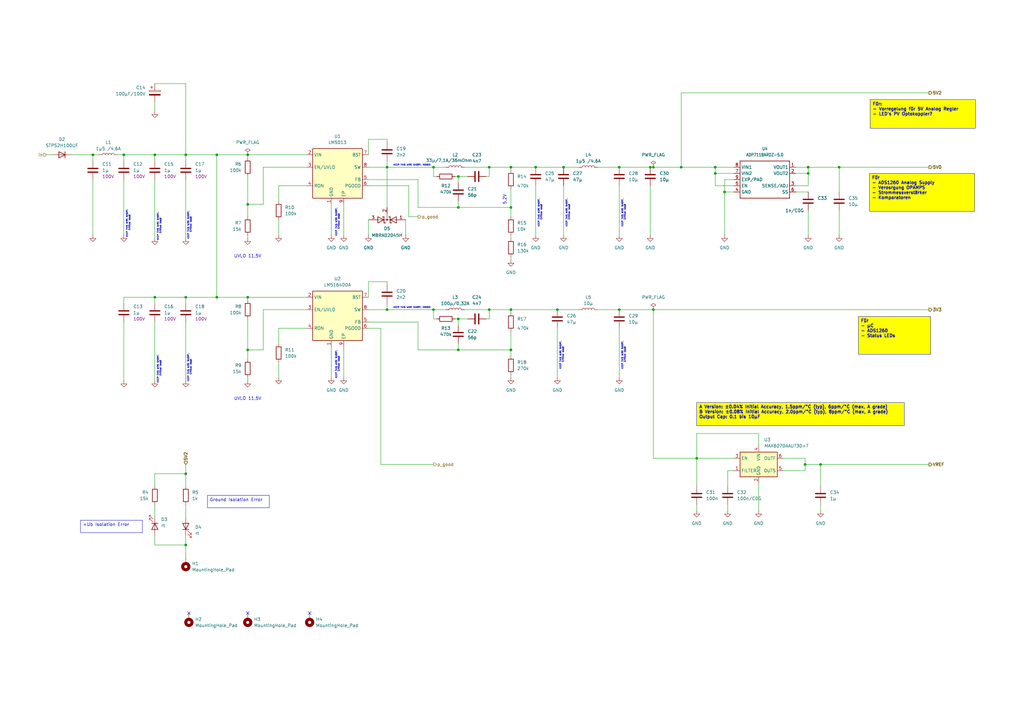
<source format=kicad_sch>
(kicad_sch
	(version 20250114)
	(generator "eeschema")
	(generator_version "9.0")
	(uuid "0a71412d-9bfe-4591-ab18-4fda89efb97a")
	(paper "A3")
	(lib_symbols
		(symbol "Device:C"
			(pin_numbers
				(hide yes)
			)
			(pin_names
				(offset 0.254)
			)
			(exclude_from_sim no)
			(in_bom yes)
			(on_board yes)
			(property "Reference" "C"
				(at 0.635 2.54 0)
				(effects
					(font
						(size 1.27 1.27)
					)
					(justify left)
				)
			)
			(property "Value" "C"
				(at 0.635 -2.54 0)
				(effects
					(font
						(size 1.27 1.27)
					)
					(justify left)
				)
			)
			(property "Footprint" ""
				(at 0.9652 -3.81 0)
				(effects
					(font
						(size 1.27 1.27)
					)
					(hide yes)
				)
			)
			(property "Datasheet" "~"
				(at 0 0 0)
				(effects
					(font
						(size 1.27 1.27)
					)
					(hide yes)
				)
			)
			(property "Description" "Unpolarized capacitor"
				(at 0 0 0)
				(effects
					(font
						(size 1.27 1.27)
					)
					(hide yes)
				)
			)
			(property "ki_keywords" "cap capacitor"
				(at 0 0 0)
				(effects
					(font
						(size 1.27 1.27)
					)
					(hide yes)
				)
			)
			(property "ki_fp_filters" "C_*"
				(at 0 0 0)
				(effects
					(font
						(size 1.27 1.27)
					)
					(hide yes)
				)
			)
			(symbol "C_0_1"
				(polyline
					(pts
						(xy -2.032 0.762) (xy 2.032 0.762)
					)
					(stroke
						(width 0.508)
						(type default)
					)
					(fill
						(type none)
					)
				)
				(polyline
					(pts
						(xy -2.032 -0.762) (xy 2.032 -0.762)
					)
					(stroke
						(width 0.508)
						(type default)
					)
					(fill
						(type none)
					)
				)
			)
			(symbol "C_1_1"
				(pin passive line
					(at 0 3.81 270)
					(length 2.794)
					(name "~"
						(effects
							(font
								(size 1.27 1.27)
							)
						)
					)
					(number "1"
						(effects
							(font
								(size 1.27 1.27)
							)
						)
					)
				)
				(pin passive line
					(at 0 -3.81 90)
					(length 2.794)
					(name "~"
						(effects
							(font
								(size 1.27 1.27)
							)
						)
					)
					(number "2"
						(effects
							(font
								(size 1.27 1.27)
							)
						)
					)
				)
			)
			(embedded_fonts no)
		)
		(symbol "Device:C_Polarized"
			(pin_numbers
				(hide yes)
			)
			(pin_names
				(offset 0.254)
			)
			(exclude_from_sim no)
			(in_bom yes)
			(on_board yes)
			(property "Reference" "C"
				(at 0.635 2.54 0)
				(effects
					(font
						(size 1.27 1.27)
					)
					(justify left)
				)
			)
			(property "Value" "C_Polarized"
				(at 0.635 -2.54 0)
				(effects
					(font
						(size 1.27 1.27)
					)
					(justify left)
				)
			)
			(property "Footprint" ""
				(at 0.9652 -3.81 0)
				(effects
					(font
						(size 1.27 1.27)
					)
					(hide yes)
				)
			)
			(property "Datasheet" "~"
				(at 0 0 0)
				(effects
					(font
						(size 1.27 1.27)
					)
					(hide yes)
				)
			)
			(property "Description" "Polarized capacitor"
				(at 0 0 0)
				(effects
					(font
						(size 1.27 1.27)
					)
					(hide yes)
				)
			)
			(property "ki_keywords" "cap capacitor"
				(at 0 0 0)
				(effects
					(font
						(size 1.27 1.27)
					)
					(hide yes)
				)
			)
			(property "ki_fp_filters" "CP_*"
				(at 0 0 0)
				(effects
					(font
						(size 1.27 1.27)
					)
					(hide yes)
				)
			)
			(symbol "C_Polarized_0_1"
				(rectangle
					(start -2.286 0.508)
					(end 2.286 1.016)
					(stroke
						(width 0)
						(type default)
					)
					(fill
						(type none)
					)
				)
				(polyline
					(pts
						(xy -1.778 2.286) (xy -0.762 2.286)
					)
					(stroke
						(width 0)
						(type default)
					)
					(fill
						(type none)
					)
				)
				(polyline
					(pts
						(xy -1.27 2.794) (xy -1.27 1.778)
					)
					(stroke
						(width 0)
						(type default)
					)
					(fill
						(type none)
					)
				)
				(rectangle
					(start 2.286 -0.508)
					(end -2.286 -1.016)
					(stroke
						(width 0)
						(type default)
					)
					(fill
						(type outline)
					)
				)
			)
			(symbol "C_Polarized_1_1"
				(pin passive line
					(at 0 3.81 270)
					(length 2.794)
					(name "~"
						(effects
							(font
								(size 1.27 1.27)
							)
						)
					)
					(number "1"
						(effects
							(font
								(size 1.27 1.27)
							)
						)
					)
				)
				(pin passive line
					(at 0 -3.81 90)
					(length 2.794)
					(name "~"
						(effects
							(font
								(size 1.27 1.27)
							)
						)
					)
					(number "2"
						(effects
							(font
								(size 1.27 1.27)
							)
						)
					)
				)
			)
			(embedded_fonts no)
		)
		(symbol "Device:D"
			(pin_numbers
				(hide yes)
			)
			(pin_names
				(offset 1.016)
				(hide yes)
			)
			(exclude_from_sim no)
			(in_bom yes)
			(on_board yes)
			(property "Reference" "D"
				(at 0 2.54 0)
				(effects
					(font
						(size 1.27 1.27)
					)
				)
			)
			(property "Value" "D"
				(at 0 -2.54 0)
				(effects
					(font
						(size 1.27 1.27)
					)
				)
			)
			(property "Footprint" ""
				(at 0 0 0)
				(effects
					(font
						(size 1.27 1.27)
					)
					(hide yes)
				)
			)
			(property "Datasheet" "~"
				(at 0 0 0)
				(effects
					(font
						(size 1.27 1.27)
					)
					(hide yes)
				)
			)
			(property "Description" "Diode"
				(at 0 0 0)
				(effects
					(font
						(size 1.27 1.27)
					)
					(hide yes)
				)
			)
			(property "Sim.Device" "D"
				(at 0 0 0)
				(effects
					(font
						(size 1.27 1.27)
					)
					(hide yes)
				)
			)
			(property "Sim.Pins" "1=K 2=A"
				(at 0 0 0)
				(effects
					(font
						(size 1.27 1.27)
					)
					(hide yes)
				)
			)
			(property "ki_keywords" "diode"
				(at 0 0 0)
				(effects
					(font
						(size 1.27 1.27)
					)
					(hide yes)
				)
			)
			(property "ki_fp_filters" "TO-???* *_Diode_* *SingleDiode* D_*"
				(at 0 0 0)
				(effects
					(font
						(size 1.27 1.27)
					)
					(hide yes)
				)
			)
			(symbol "D_0_1"
				(polyline
					(pts
						(xy -1.27 1.27) (xy -1.27 -1.27)
					)
					(stroke
						(width 0.254)
						(type default)
					)
					(fill
						(type none)
					)
				)
				(polyline
					(pts
						(xy 1.27 1.27) (xy 1.27 -1.27) (xy -1.27 0) (xy 1.27 1.27)
					)
					(stroke
						(width 0.254)
						(type default)
					)
					(fill
						(type none)
					)
				)
				(polyline
					(pts
						(xy 1.27 0) (xy -1.27 0)
					)
					(stroke
						(width 0)
						(type default)
					)
					(fill
						(type none)
					)
				)
			)
			(symbol "D_1_1"
				(pin passive line
					(at -3.81 0 0)
					(length 2.54)
					(name "K"
						(effects
							(font
								(size 1.27 1.27)
							)
						)
					)
					(number "1"
						(effects
							(font
								(size 1.27 1.27)
							)
						)
					)
				)
				(pin passive line
					(at 3.81 0 180)
					(length 2.54)
					(name "A"
						(effects
							(font
								(size 1.27 1.27)
							)
						)
					)
					(number "2"
						(effects
							(font
								(size 1.27 1.27)
							)
						)
					)
				)
			)
			(embedded_fonts no)
		)
		(symbol "Device:D_Schottky_Dual_CommonCathode_AKA"
			(pin_names
				(offset 0.762)
				(hide yes)
			)
			(exclude_from_sim no)
			(in_bom yes)
			(on_board yes)
			(property "Reference" "D"
				(at 1.27 -2.54 0)
				(effects
					(font
						(size 1.27 1.27)
					)
				)
			)
			(property "Value" "D_Schottky_Dual_CommonCathode_AKA"
				(at 0 2.54 0)
				(effects
					(font
						(size 1.27 1.27)
					)
				)
			)
			(property "Footprint" ""
				(at 0 0 0)
				(effects
					(font
						(size 1.27 1.27)
					)
					(hide yes)
				)
			)
			(property "Datasheet" "~"
				(at 0 0 0)
				(effects
					(font
						(size 1.27 1.27)
					)
					(hide yes)
				)
			)
			(property "Description" "Dual Schottky diode, common cathode on pin 2"
				(at 0 0 0)
				(effects
					(font
						(size 1.27 1.27)
					)
					(hide yes)
				)
			)
			(property "ki_keywords" "diode"
				(at 0 0 0)
				(effects
					(font
						(size 1.27 1.27)
					)
					(hide yes)
				)
			)
			(symbol "D_Schottky_Dual_CommonCathode_AKA_0_1"
				(polyline
					(pts
						(xy -3.81 1.27) (xy -1.27 0) (xy -3.81 -1.27) (xy -3.81 1.27) (xy -3.81 1.27) (xy -3.81 1.27)
					)
					(stroke
						(width 0.254)
						(type default)
					)
					(fill
						(type none)
					)
				)
				(polyline
					(pts
						(xy -1.778 1.016) (xy -1.778 1.27) (xy -1.27 1.27) (xy -1.27 1.27) (xy -1.27 1.27)
					)
					(stroke
						(width 0.254)
						(type default)
					)
					(fill
						(type none)
					)
				)
				(polyline
					(pts
						(xy -1.27 -1.27) (xy -1.27 1.27) (xy -1.27 1.27)
					)
					(stroke
						(width 0.254)
						(type default)
					)
					(fill
						(type none)
					)
				)
				(polyline
					(pts
						(xy -1.27 -1.27) (xy -0.762 -1.27) (xy -0.762 -1.016) (xy -0.762 -1.016)
					)
					(stroke
						(width 0.254)
						(type default)
					)
					(fill
						(type none)
					)
				)
				(polyline
					(pts
						(xy 0 0) (xy 0 -2.54)
					)
					(stroke
						(width 0)
						(type default)
					)
					(fill
						(type none)
					)
				)
				(circle
					(center 0 0)
					(radius 0.254)
					(stroke
						(width 0)
						(type default)
					)
					(fill
						(type outline)
					)
				)
				(polyline
					(pts
						(xy 1.27 1.27) (xy 0.762 1.27) (xy 0.762 1.016) (xy 0.762 1.016)
					)
					(stroke
						(width 0.254)
						(type default)
					)
					(fill
						(type none)
					)
				)
				(polyline
					(pts
						(xy 1.27 -1.27) (xy 1.27 1.27) (xy 1.27 1.27)
					)
					(stroke
						(width 0.254)
						(type default)
					)
					(fill
						(type none)
					)
				)
				(polyline
					(pts
						(xy 1.27 -1.27) (xy 1.778 -1.27) (xy 1.778 -1.016) (xy 1.778 -1.016)
					)
					(stroke
						(width 0.254)
						(type default)
					)
					(fill
						(type none)
					)
				)
				(polyline
					(pts
						(xy 3.81 0) (xy -3.81 0)
					)
					(stroke
						(width 0)
						(type default)
					)
					(fill
						(type none)
					)
				)
				(polyline
					(pts
						(xy 3.81 -1.27) (xy 1.27 0) (xy 3.81 1.27) (xy 3.81 -1.27) (xy 3.81 -1.27) (xy 3.81 -1.27)
					)
					(stroke
						(width 0.254)
						(type default)
					)
					(fill
						(type none)
					)
				)
				(pin passive line
					(at -7.62 0 0)
					(length 3.81)
					(name "A"
						(effects
							(font
								(size 1.27 1.27)
							)
						)
					)
					(number "1"
						(effects
							(font
								(size 1.27 1.27)
							)
						)
					)
				)
				(pin passive line
					(at 0 -5.08 90)
					(length 2.54)
					(name "K"
						(effects
							(font
								(size 1.27 1.27)
							)
						)
					)
					(number "2"
						(effects
							(font
								(size 1.27 1.27)
							)
						)
					)
				)
				(pin passive line
					(at 7.62 0 180)
					(length 3.81)
					(name "A"
						(effects
							(font
								(size 1.27 1.27)
							)
						)
					)
					(number "3"
						(effects
							(font
								(size 1.27 1.27)
							)
						)
					)
				)
			)
			(embedded_fonts no)
		)
		(symbol "Device:L"
			(pin_numbers
				(hide yes)
			)
			(pin_names
				(offset 1.016)
				(hide yes)
			)
			(exclude_from_sim no)
			(in_bom yes)
			(on_board yes)
			(property "Reference" "L"
				(at -1.27 0 90)
				(effects
					(font
						(size 1.27 1.27)
					)
				)
			)
			(property "Value" "L"
				(at 1.905 0 90)
				(effects
					(font
						(size 1.27 1.27)
					)
				)
			)
			(property "Footprint" ""
				(at 0 0 0)
				(effects
					(font
						(size 1.27 1.27)
					)
					(hide yes)
				)
			)
			(property "Datasheet" "~"
				(at 0 0 0)
				(effects
					(font
						(size 1.27 1.27)
					)
					(hide yes)
				)
			)
			(property "Description" "Inductor"
				(at 0 0 0)
				(effects
					(font
						(size 1.27 1.27)
					)
					(hide yes)
				)
			)
			(property "ki_keywords" "inductor choke coil reactor magnetic"
				(at 0 0 0)
				(effects
					(font
						(size 1.27 1.27)
					)
					(hide yes)
				)
			)
			(property "ki_fp_filters" "Choke_* *Coil* Inductor_* L_*"
				(at 0 0 0)
				(effects
					(font
						(size 1.27 1.27)
					)
					(hide yes)
				)
			)
			(symbol "L_0_1"
				(arc
					(start 0 2.54)
					(mid 0.6323 1.905)
					(end 0 1.27)
					(stroke
						(width 0)
						(type default)
					)
					(fill
						(type none)
					)
				)
				(arc
					(start 0 1.27)
					(mid 0.6323 0.635)
					(end 0 0)
					(stroke
						(width 0)
						(type default)
					)
					(fill
						(type none)
					)
				)
				(arc
					(start 0 0)
					(mid 0.6323 -0.635)
					(end 0 -1.27)
					(stroke
						(width 0)
						(type default)
					)
					(fill
						(type none)
					)
				)
				(arc
					(start 0 -1.27)
					(mid 0.6323 -1.905)
					(end 0 -2.54)
					(stroke
						(width 0)
						(type default)
					)
					(fill
						(type none)
					)
				)
			)
			(symbol "L_1_1"
				(pin passive line
					(at 0 3.81 270)
					(length 1.27)
					(name "1"
						(effects
							(font
								(size 1.27 1.27)
							)
						)
					)
					(number "1"
						(effects
							(font
								(size 1.27 1.27)
							)
						)
					)
				)
				(pin passive line
					(at 0 -3.81 90)
					(length 1.27)
					(name "2"
						(effects
							(font
								(size 1.27 1.27)
							)
						)
					)
					(number "2"
						(effects
							(font
								(size 1.27 1.27)
							)
						)
					)
				)
			)
			(embedded_fonts no)
		)
		(symbol "Device:LED"
			(pin_numbers
				(hide yes)
			)
			(pin_names
				(offset 1.016)
				(hide yes)
			)
			(exclude_from_sim no)
			(in_bom yes)
			(on_board yes)
			(property "Reference" "D"
				(at 0 2.54 0)
				(effects
					(font
						(size 1.27 1.27)
					)
				)
			)
			(property "Value" "LED"
				(at 0 -2.54 0)
				(effects
					(font
						(size 1.27 1.27)
					)
				)
			)
			(property "Footprint" ""
				(at 0 0 0)
				(effects
					(font
						(size 1.27 1.27)
					)
					(hide yes)
				)
			)
			(property "Datasheet" "~"
				(at 0 0 0)
				(effects
					(font
						(size 1.27 1.27)
					)
					(hide yes)
				)
			)
			(property "Description" "Light emitting diode"
				(at 0 0 0)
				(effects
					(font
						(size 1.27 1.27)
					)
					(hide yes)
				)
			)
			(property "Sim.Pins" "1=K 2=A"
				(at 0 0 0)
				(effects
					(font
						(size 1.27 1.27)
					)
					(hide yes)
				)
			)
			(property "ki_keywords" "LED diode"
				(at 0 0 0)
				(effects
					(font
						(size 1.27 1.27)
					)
					(hide yes)
				)
			)
			(property "ki_fp_filters" "LED* LED_SMD:* LED_THT:*"
				(at 0 0 0)
				(effects
					(font
						(size 1.27 1.27)
					)
					(hide yes)
				)
			)
			(symbol "LED_0_1"
				(polyline
					(pts
						(xy -3.048 -0.762) (xy -4.572 -2.286) (xy -3.81 -2.286) (xy -4.572 -2.286) (xy -4.572 -1.524)
					)
					(stroke
						(width 0)
						(type default)
					)
					(fill
						(type none)
					)
				)
				(polyline
					(pts
						(xy -1.778 -0.762) (xy -3.302 -2.286) (xy -2.54 -2.286) (xy -3.302 -2.286) (xy -3.302 -1.524)
					)
					(stroke
						(width 0)
						(type default)
					)
					(fill
						(type none)
					)
				)
				(polyline
					(pts
						(xy -1.27 0) (xy 1.27 0)
					)
					(stroke
						(width 0)
						(type default)
					)
					(fill
						(type none)
					)
				)
				(polyline
					(pts
						(xy -1.27 -1.27) (xy -1.27 1.27)
					)
					(stroke
						(width 0.254)
						(type default)
					)
					(fill
						(type none)
					)
				)
				(polyline
					(pts
						(xy 1.27 -1.27) (xy 1.27 1.27) (xy -1.27 0) (xy 1.27 -1.27)
					)
					(stroke
						(width 0.254)
						(type default)
					)
					(fill
						(type none)
					)
				)
			)
			(symbol "LED_1_1"
				(pin passive line
					(at -3.81 0 0)
					(length 2.54)
					(name "K"
						(effects
							(font
								(size 1.27 1.27)
							)
						)
					)
					(number "1"
						(effects
							(font
								(size 1.27 1.27)
							)
						)
					)
				)
				(pin passive line
					(at 3.81 0 180)
					(length 2.54)
					(name "A"
						(effects
							(font
								(size 1.27 1.27)
							)
						)
					)
					(number "2"
						(effects
							(font
								(size 1.27 1.27)
							)
						)
					)
				)
			)
			(embedded_fonts no)
		)
		(symbol "Device:R"
			(pin_numbers
				(hide yes)
			)
			(pin_names
				(offset 0)
			)
			(exclude_from_sim no)
			(in_bom yes)
			(on_board yes)
			(property "Reference" "R"
				(at 2.032 0 90)
				(effects
					(font
						(size 1.27 1.27)
					)
				)
			)
			(property "Value" "R"
				(at 0 0 90)
				(effects
					(font
						(size 1.27 1.27)
					)
				)
			)
			(property "Footprint" ""
				(at -1.778 0 90)
				(effects
					(font
						(size 1.27 1.27)
					)
					(hide yes)
				)
			)
			(property "Datasheet" "~"
				(at 0 0 0)
				(effects
					(font
						(size 1.27 1.27)
					)
					(hide yes)
				)
			)
			(property "Description" "Resistor"
				(at 0 0 0)
				(effects
					(font
						(size 1.27 1.27)
					)
					(hide yes)
				)
			)
			(property "ki_keywords" "R res resistor"
				(at 0 0 0)
				(effects
					(font
						(size 1.27 1.27)
					)
					(hide yes)
				)
			)
			(property "ki_fp_filters" "R_*"
				(at 0 0 0)
				(effects
					(font
						(size 1.27 1.27)
					)
					(hide yes)
				)
			)
			(symbol "R_0_1"
				(rectangle
					(start -1.016 -2.54)
					(end 1.016 2.54)
					(stroke
						(width 0.254)
						(type default)
					)
					(fill
						(type none)
					)
				)
			)
			(symbol "R_1_1"
				(pin passive line
					(at 0 3.81 270)
					(length 1.27)
					(name "~"
						(effects
							(font
								(size 1.27 1.27)
							)
						)
					)
					(number "1"
						(effects
							(font
								(size 1.27 1.27)
							)
						)
					)
				)
				(pin passive line
					(at 0 -3.81 90)
					(length 1.27)
					(name "~"
						(effects
							(font
								(size 1.27 1.27)
							)
						)
					)
					(number "2"
						(effects
							(font
								(size 1.27 1.27)
							)
						)
					)
				)
			)
			(embedded_fonts no)
		)
		(symbol "Mechanical:MountingHole_Pad"
			(pin_numbers
				(hide yes)
			)
			(pin_names
				(offset 1.016)
				(hide yes)
			)
			(exclude_from_sim no)
			(in_bom no)
			(on_board yes)
			(property "Reference" "H"
				(at 0 6.35 0)
				(effects
					(font
						(size 1.27 1.27)
					)
				)
			)
			(property "Value" "MountingHole_Pad"
				(at 0 4.445 0)
				(effects
					(font
						(size 1.27 1.27)
					)
				)
			)
			(property "Footprint" ""
				(at 0 0 0)
				(effects
					(font
						(size 1.27 1.27)
					)
					(hide yes)
				)
			)
			(property "Datasheet" "~"
				(at 0 0 0)
				(effects
					(font
						(size 1.27 1.27)
					)
					(hide yes)
				)
			)
			(property "Description" "Mounting Hole with connection"
				(at 0 0 0)
				(effects
					(font
						(size 1.27 1.27)
					)
					(hide yes)
				)
			)
			(property "ki_keywords" "mounting hole"
				(at 0 0 0)
				(effects
					(font
						(size 1.27 1.27)
					)
					(hide yes)
				)
			)
			(property "ki_fp_filters" "MountingHole*Pad*"
				(at 0 0 0)
				(effects
					(font
						(size 1.27 1.27)
					)
					(hide yes)
				)
			)
			(symbol "MountingHole_Pad_0_1"
				(circle
					(center 0 1.27)
					(radius 1.27)
					(stroke
						(width 1.27)
						(type default)
					)
					(fill
						(type none)
					)
				)
			)
			(symbol "MountingHole_Pad_1_1"
				(pin input line
					(at 0 -2.54 90)
					(length 2.54)
					(name "1"
						(effects
							(font
								(size 1.27 1.27)
							)
						)
					)
					(number "1"
						(effects
							(font
								(size 1.27 1.27)
							)
						)
					)
				)
			)
			(embedded_fonts no)
		)
		(symbol "Reference_Voltage:MAX6070BAUT30+T"
			(exclude_from_sim no)
			(in_bom yes)
			(on_board yes)
			(property "Reference" "U"
				(at 1.27 8.89 0)
				(effects
					(font
						(size 1.27 1.27)
					)
					(justify left)
				)
			)
			(property "Value" "MAX6070BAUT30+T"
				(at 1.27 6.35 0)
				(effects
					(font
						(size 1.27 1.27)
						(italic yes)
					)
					(justify left)
				)
			)
			(property "Footprint" "Package_TO_SOT_SMD:SOT-23-6"
				(at 1.27 -7.62 0)
				(effects
					(font
						(size 1.27 1.27)
						(italic yes)
					)
					(justify left)
					(hide yes)
				)
			)
			(property "Datasheet" "https://www.analog.com/media/en/technical-documentation/data-sheets/MAX6070-MAX6071.pdf"
				(at 0 0 0)
				(effects
					(font
						(size 1.27 1.27)
						(italic yes)
					)
					(hide yes)
				)
			)
			(property "Description" "Low-Noise, High-Precision Series Voltage Reference, 3V, ±0.08% initial accuracy, SOT-23-6"
				(at 0 0 0)
				(effects
					(font
						(size 1.27 1.27)
					)
					(hide yes)
				)
			)
			(property "ki_keywords" "Low Noise Precision Voltage Reference"
				(at 0 0 0)
				(effects
					(font
						(size 1.27 1.27)
					)
					(hide yes)
				)
			)
			(property "ki_fp_filters" "SOT?23*"
				(at 0 0 0)
				(effects
					(font
						(size 1.27 1.27)
					)
					(hide yes)
				)
			)
			(symbol "MAX6070BAUT30+T_0_1"
				(rectangle
					(start -7.62 5.08)
					(end 7.62 -5.08)
					(stroke
						(width 0.254)
						(type solid)
					)
					(fill
						(type background)
					)
				)
			)
			(symbol "MAX6070BAUT30+T_1_1"
				(pin input line
					(at -10.16 2.54 0)
					(length 2.54)
					(name "EN"
						(effects
							(font
								(size 1.27 1.27)
							)
						)
					)
					(number "3"
						(effects
							(font
								(size 1.27 1.27)
							)
						)
					)
				)
				(pin passive line
					(at -10.16 -2.54 0)
					(length 2.54)
					(name "FILTER"
						(effects
							(font
								(size 1.27 1.27)
							)
						)
					)
					(number "1"
						(effects
							(font
								(size 1.27 1.27)
							)
						)
					)
				)
				(pin power_in line
					(at 0 7.62 270)
					(length 2.54)
					(name "VIN"
						(effects
							(font
								(size 1.27 1.27)
							)
						)
					)
					(number "4"
						(effects
							(font
								(size 1.27 1.27)
							)
						)
					)
				)
				(pin power_in line
					(at 0 -7.62 90)
					(length 2.54)
					(name "GND"
						(effects
							(font
								(size 1.27 1.27)
							)
						)
					)
					(number "2"
						(effects
							(font
								(size 1.27 1.27)
							)
						)
					)
				)
				(pin output line
					(at 10.16 2.54 180)
					(length 2.54)
					(name "OUTF"
						(effects
							(font
								(size 1.27 1.27)
							)
						)
					)
					(number "6"
						(effects
							(font
								(size 1.27 1.27)
							)
						)
					)
				)
				(pin input line
					(at 10.16 -2.54 180)
					(length 2.54)
					(name "OUTS"
						(effects
							(font
								(size 1.27 1.27)
							)
						)
					)
					(number "5"
						(effects
							(font
								(size 1.27 1.27)
							)
						)
					)
				)
			)
			(embedded_fonts no)
		)
		(symbol "Regulator_Switching:LM5164DDA"
			(exclude_from_sim no)
			(in_bom yes)
			(on_board yes)
			(property "Reference" "U"
				(at -8.89 11.43 0)
				(effects
					(font
						(size 1.27 1.27)
					)
				)
			)
			(property "Value" "LM5164DDA"
				(at 5.08 11.43 0)
				(effects
					(font
						(size 1.27 1.27)
					)
				)
			)
			(property "Footprint" "Package_SO:HSOP-8-1EP_3.9x4.9mm_P1.27mm_EP2.41x3.1mm_ThermalVias"
				(at 1.27 -11.43 0)
				(effects
					(font
						(size 1.27 1.27)
					)
					(hide yes)
				)
			)
			(property "Datasheet" "https://www.ti.com/lit/ds/symlink/lm5164.pdf?ts=1598311864250&ref_url=https%253A%252F%252Fwww.ti.com%252Fproduct%252FLM5164%253FHQS%253DTI-null-null-octopart-df-pf-null-wwe"
				(at -7.62 8.89 0)
				(effects
					(font
						(size 1.27 1.27)
					)
					(hide yes)
				)
			)
			(property "Description" "1A synchronous buck converter with ultra-low IQ, 6V - 100V input, adjustable output voltage, HSOP-8"
				(at 0 0 0)
				(effects
					(font
						(size 1.27 1.27)
					)
					(hide yes)
				)
			)
			(property "ki_keywords" "step-down dc-dc buck regulator adjustable"
				(at 0 0 0)
				(effects
					(font
						(size 1.27 1.27)
					)
					(hide yes)
				)
			)
			(property "ki_fp_filters" "HSOP*1EP*3.9x4.9*P1.27mm*"
				(at 0 0 0)
				(effects
					(font
						(size 1.27 1.27)
					)
					(hide yes)
				)
			)
			(symbol "LM5164DDA_1_1"
				(rectangle
					(start -10.16 10.16)
					(end 10.16 -10.16)
					(stroke
						(width 0.254)
						(type default)
					)
					(fill
						(type background)
					)
				)
				(pin power_in line
					(at -12.7 7.62 0)
					(length 2.54)
					(name "VIN"
						(effects
							(font
								(size 1.27 1.27)
							)
						)
					)
					(number "2"
						(effects
							(font
								(size 1.27 1.27)
							)
						)
					)
				)
				(pin input line
					(at -12.7 2.54 0)
					(length 2.54)
					(name "EN/UVLO"
						(effects
							(font
								(size 1.27 1.27)
							)
						)
					)
					(number "3"
						(effects
							(font
								(size 1.27 1.27)
							)
						)
					)
				)
				(pin passive line
					(at -12.7 -5.08 0)
					(length 2.54)
					(name "RON"
						(effects
							(font
								(size 1.27 1.27)
							)
						)
					)
					(number "4"
						(effects
							(font
								(size 1.27 1.27)
							)
						)
					)
				)
				(pin power_in line
					(at -2.54 -12.7 90)
					(length 2.54)
					(name "GND"
						(effects
							(font
								(size 1.27 1.27)
							)
						)
					)
					(number "1"
						(effects
							(font
								(size 1.27 1.27)
							)
						)
					)
				)
				(pin passive line
					(at 2.54 -12.7 90)
					(length 2.54)
					(name "EP"
						(effects
							(font
								(size 1.27 1.27)
							)
						)
					)
					(number "9"
						(effects
							(font
								(size 1.27 1.27)
							)
						)
					)
				)
				(pin passive line
					(at 12.7 7.62 180)
					(length 2.54)
					(name "BST"
						(effects
							(font
								(size 1.27 1.27)
							)
						)
					)
					(number "7"
						(effects
							(font
								(size 1.27 1.27)
							)
						)
					)
				)
				(pin power_out line
					(at 12.7 2.54 180)
					(length 2.54)
					(name "SW"
						(effects
							(font
								(size 1.27 1.27)
							)
						)
					)
					(number "8"
						(effects
							(font
								(size 1.27 1.27)
							)
						)
					)
				)
				(pin input line
					(at 12.7 -2.54 180)
					(length 2.54)
					(name "FB"
						(effects
							(font
								(size 1.27 1.27)
							)
						)
					)
					(number "5"
						(effects
							(font
								(size 1.27 1.27)
							)
						)
					)
				)
				(pin open_collector line
					(at 12.7 -5.08 180)
					(length 2.54)
					(name "PGOOD"
						(effects
							(font
								(size 1.27 1.27)
							)
						)
					)
					(number "6"
						(effects
							(font
								(size 1.27 1.27)
							)
						)
					)
				)
			)
			(embedded_fonts no)
		)
		(symbol "myVoltageRegulator:ADP7118"
			(exclude_from_sim no)
			(in_bom yes)
			(on_board yes)
			(property "Reference" "IC"
				(at 2.54 10.16 0)
				(effects
					(font
						(size 1.27 1.0795)
					)
					(justify left bottom)
				)
			)
			(property "Value" ""
				(at 2.54 -10.16 0)
				(effects
					(font
						(size 1.27 1.0795)
					)
					(justify left bottom)
				)
			)
			(property "Footprint" "greenMeter_v3:ADP7118_SOIC8"
				(at 0 0 0)
				(effects
					(font
						(size 1.27 1.27)
					)
					(hide yes)
				)
			)
			(property "Datasheet" ""
				(at 0 0 0)
				(effects
					(font
						(size 1.27 1.27)
					)
					(hide yes)
				)
			)
			(property "Description" ""
				(at 0 0 0)
				(effects
					(font
						(size 1.27 1.27)
					)
					(hide yes)
				)
			)
			(property "ki_locked" ""
				(at 0 0 0)
				(effects
					(font
						(size 1.27 1.27)
					)
				)
			)
			(symbol "ADP7118_1_0"
				(polyline
					(pts
						(xy -10.16 7.62) (xy 10.16 7.62)
					)
					(stroke
						(width 0.254)
						(type solid)
					)
					(fill
						(type none)
					)
				)
				(polyline
					(pts
						(xy -10.16 -7.62) (xy -10.16 7.62)
					)
					(stroke
						(width 0.254)
						(type solid)
					)
					(fill
						(type none)
					)
				)
				(polyline
					(pts
						(xy 10.16 7.62) (xy 10.16 -7.62)
					)
					(stroke
						(width 0.254)
						(type solid)
					)
					(fill
						(type none)
					)
				)
				(polyline
					(pts
						(xy 10.16 -7.62) (xy -10.16 -7.62)
					)
					(stroke
						(width 0.254)
						(type solid)
					)
					(fill
						(type none)
					)
				)
				(pin power_in line
					(at -12.7 5.08 0)
					(length 2.54)
					(name "VIN1"
						(effects
							(font
								(size 1.27 1.27)
							)
						)
					)
					(number "8"
						(effects
							(font
								(size 1.27 1.27)
							)
						)
					)
				)
				(pin power_in line
					(at -12.7 2.54 0)
					(length 2.54)
					(name "VIN2"
						(effects
							(font
								(size 1.27 1.27)
							)
						)
					)
					(number "7"
						(effects
							(font
								(size 1.27 1.27)
							)
						)
					)
				)
				(pin power_in line
					(at -12.7 0 0)
					(length 2.54)
					(name "EXP/PAD"
						(effects
							(font
								(size 1.27 1.27)
							)
						)
					)
					(number "9"
						(effects
							(font
								(size 1.27 1.27)
							)
						)
					)
				)
				(pin input line
					(at -12.7 -2.54 0)
					(length 2.54)
					(name "EN"
						(effects
							(font
								(size 1.27 1.27)
							)
						)
					)
					(number "5"
						(effects
							(font
								(size 1.27 1.27)
							)
						)
					)
				)
				(pin power_in line
					(at -12.7 -5.08 0)
					(length 2.54)
					(name "GND"
						(effects
							(font
								(size 1.27 1.27)
							)
						)
					)
					(number "4"
						(effects
							(font
								(size 1.27 1.27)
							)
						)
					)
				)
				(pin power_out line
					(at 12.7 5.08 180)
					(length 2.54)
					(name "VOUT1"
						(effects
							(font
								(size 1.27 1.27)
							)
						)
					)
					(number "1"
						(effects
							(font
								(size 1.27 1.27)
							)
						)
					)
				)
				(pin power_out line
					(at 12.7 2.54 180)
					(length 2.54)
					(name "VOUT2"
						(effects
							(font
								(size 1.27 1.27)
							)
						)
					)
					(number "2"
						(effects
							(font
								(size 1.27 1.27)
							)
						)
					)
				)
				(pin passive line
					(at 12.7 -2.54 180)
					(length 2.54)
					(name "SENSE/ADJ"
						(effects
							(font
								(size 1.27 1.27)
							)
						)
					)
					(number "3"
						(effects
							(font
								(size 1.27 1.27)
							)
						)
					)
				)
				(pin passive line
					(at 12.7 -5.08 180)
					(length 2.54)
					(name "SS"
						(effects
							(font
								(size 1.27 1.27)
							)
						)
					)
					(number "6"
						(effects
							(font
								(size 1.27 1.27)
							)
						)
					)
				)
			)
			(embedded_fonts no)
		)
		(symbol "power:GND"
			(power)
			(pin_numbers
				(hide yes)
			)
			(pin_names
				(offset 0)
				(hide yes)
			)
			(exclude_from_sim no)
			(in_bom yes)
			(on_board yes)
			(property "Reference" "#PWR"
				(at 0 -6.35 0)
				(effects
					(font
						(size 1.27 1.27)
					)
					(hide yes)
				)
			)
			(property "Value" "GND"
				(at 0 -3.81 0)
				(effects
					(font
						(size 1.27 1.27)
					)
				)
			)
			(property "Footprint" ""
				(at 0 0 0)
				(effects
					(font
						(size 1.27 1.27)
					)
					(hide yes)
				)
			)
			(property "Datasheet" ""
				(at 0 0 0)
				(effects
					(font
						(size 1.27 1.27)
					)
					(hide yes)
				)
			)
			(property "Description" "Power symbol creates a global label with name \"GND\" , ground"
				(at 0 0 0)
				(effects
					(font
						(size 1.27 1.27)
					)
					(hide yes)
				)
			)
			(property "ki_keywords" "global power"
				(at 0 0 0)
				(effects
					(font
						(size 1.27 1.27)
					)
					(hide yes)
				)
			)
			(symbol "GND_0_1"
				(polyline
					(pts
						(xy 0 0) (xy 0 -1.27) (xy 1.27 -1.27) (xy 0 -2.54) (xy -1.27 -1.27) (xy 0 -1.27)
					)
					(stroke
						(width 0)
						(type default)
					)
					(fill
						(type none)
					)
				)
			)
			(symbol "GND_1_1"
				(pin power_in line
					(at 0 0 270)
					(length 0)
					(name "~"
						(effects
							(font
								(size 1.27 1.27)
							)
						)
					)
					(number "1"
						(effects
							(font
								(size 1.27 1.27)
							)
						)
					)
				)
			)
			(embedded_fonts no)
		)
		(symbol "power:PWR_FLAG"
			(power)
			(pin_numbers
				(hide yes)
			)
			(pin_names
				(offset 0)
				(hide yes)
			)
			(exclude_from_sim no)
			(in_bom yes)
			(on_board yes)
			(property "Reference" "#FLG"
				(at 0 1.905 0)
				(effects
					(font
						(size 1.27 1.27)
					)
					(hide yes)
				)
			)
			(property "Value" "PWR_FLAG"
				(at 0 3.81 0)
				(effects
					(font
						(size 1.27 1.27)
					)
				)
			)
			(property "Footprint" ""
				(at 0 0 0)
				(effects
					(font
						(size 1.27 1.27)
					)
					(hide yes)
				)
			)
			(property "Datasheet" "~"
				(at 0 0 0)
				(effects
					(font
						(size 1.27 1.27)
					)
					(hide yes)
				)
			)
			(property "Description" "Special symbol for telling ERC where power comes from"
				(at 0 0 0)
				(effects
					(font
						(size 1.27 1.27)
					)
					(hide yes)
				)
			)
			(property "ki_keywords" "flag power"
				(at 0 0 0)
				(effects
					(font
						(size 1.27 1.27)
					)
					(hide yes)
				)
			)
			(symbol "PWR_FLAG_0_0"
				(pin power_out line
					(at 0 0 90)
					(length 0)
					(name "~"
						(effects
							(font
								(size 1.27 1.27)
							)
						)
					)
					(number "1"
						(effects
							(font
								(size 1.27 1.27)
							)
						)
					)
				)
			)
			(symbol "PWR_FLAG_0_1"
				(polyline
					(pts
						(xy 0 0) (xy 0 1.27) (xy -1.016 1.905) (xy 0 2.54) (xy 1.016 1.905) (xy 0 1.27)
					)
					(stroke
						(width 0)
						(type default)
					)
					(fill
						(type none)
					)
				)
			)
			(embedded_fonts no)
		)
	)
	(text "KEEP THIS WIRE SHORT, \nCritical loop!"
		(exclude_from_sim no)
		(at 65.278 151.13 90)
		(effects
			(font
				(size 0.635 0.635)
			)
		)
		(uuid "2fb1a431-5b69-4f83-8a6a-15a25785e3e5")
	)
	(text "KEEP THIS WIRE SHORT, \nCritical loop!"
		(exclude_from_sim no)
		(at 221.488 87.122 90)
		(effects
			(font
				(size 0.635 0.635)
			)
		)
		(uuid "32e3f2b0-d623-4520-8e32-98626fa14a62")
	)
	(text "UVLO 11,5V\n"
		(exclude_from_sim no)
		(at 101.6 163.576 0)
		(effects
			(font
				(size 1.27 1.27)
			)
		)
		(uuid "372d1083-c7ed-439d-b4b0-4090f2763f08")
	)
	(text "KEEP THIS WIRE SHORT, \nCritical loop!"
		(exclude_from_sim no)
		(at 255.778 145.542 90)
		(effects
			(font
				(size 0.635 0.635)
			)
		)
		(uuid "5f840927-6f77-4614-8660-39761cd87a62")
	)
	(text "UVLO 11,5V\n"
		(exclude_from_sim no)
		(at 101.6 105.156 0)
		(effects
			(font
				(size 1.27 1.27)
			)
		)
		(uuid "6f144863-5478-46df-9f69-3722819095f0")
	)
	(text "KEEP THIS WIRE SHORT, \nCritical loop!"
		(exclude_from_sim no)
		(at 232.918 87.122 90)
		(effects
			(font
				(size 0.635 0.635)
			)
		)
		(uuid "708c0c96-cfad-4ac4-a196-56fb2d0c6614")
	)
	(text "5,2V"
		(exclude_from_sim no)
		(at 207.772 84.074 90)
		(effects
			(font
				(size 1.27 1.27)
			)
			(justify left bottom)
		)
		(uuid "7590cfd5-fa8b-437e-8b55-21ac74a4dccf")
	)
	(text "KEEP THIS WIRE SHORT, NOISE!"
		(exclude_from_sim no)
		(at 168.91 67.818 0)
		(effects
			(font
				(size 0.635 0.635)
			)
		)
		(uuid "93239db0-3a95-4c82-894f-9817caab4582")
	)
	(text "KEEP THIS WIRE SHORT, \nCritical loop!"
		(exclude_from_sim no)
		(at 138.43 149.352 90)
		(effects
			(font
				(size 0.635 0.635)
			)
		)
		(uuid "946f197e-1c81-4c86-b0c7-35d6d585bb01")
	)
	(text "KEEP THIS WIRE SHORT, \nCritical loop!"
		(exclude_from_sim no)
		(at 255.778 87.122 90)
		(effects
			(font
				(size 0.635 0.635)
			)
		)
		(uuid "963e98e2-3ee6-4e42-9638-f4f344d0445f")
	)
	(text "KEEP THIS WIRE SHORT, \nCritical loop!"
		(exclude_from_sim no)
		(at 65.278 92.71 90)
		(effects
			(font
				(size 0.635 0.635)
			)
		)
		(uuid "d4e42818-60af-49e3-8a9c-d938eac00a01")
	)
	(text "KEEP THIS WIRE SHORT, \nCritical loop!"
		(exclude_from_sim no)
		(at 77.724 92.202 90)
		(effects
			(font
				(size 0.635 0.635)
			)
		)
		(uuid "de9b3a84-0c56-4d76-b463-54ef735824b7")
	)
	(text "KEEP THIS WIRE SHORT, \nCritical loop!"
		(exclude_from_sim no)
		(at 138.43 90.932 90)
		(effects
			(font
				(size 0.635 0.635)
			)
		)
		(uuid "e0c61d15-f500-48b1-a324-6cd7109c67af")
	)
	(text "KEEP THIS WIRE SHORT, NOISE!"
		(exclude_from_sim no)
		(at 168.91 126.238 0)
		(effects
			(font
				(size 0.635 0.635)
			)
		)
		(uuid "e53b2c61-f652-4bac-940f-08d03a2dbfcc")
	)
	(text "KEEP THIS WIRE SHORT, \nCritical loop!"
		(exclude_from_sim no)
		(at 52.578 91.44 90)
		(effects
			(font
				(size 0.635 0.635)
			)
		)
		(uuid "e94f7508-4827-4d59-9895-5bcf068b9e63")
	)
	(text "KEEP THIS WIRE SHORT, \nCritical loop!"
		(exclude_from_sim no)
		(at 77.724 150.622 90)
		(effects
			(font
				(size 0.635 0.635)
			)
		)
		(uuid "f27144d1-12b1-4f44-896f-fcfee967b780")
	)
	(text "KEEP THIS WIRE SHORT, \nCritical loop!"
		(exclude_from_sim no)
		(at 230.378 145.542 90)
		(effects
			(font
				(size 0.635 0.635)
			)
		)
		(uuid "f93878df-79f5-4890-b2e4-44134295579e")
	)
	(text_box "Für:\n- Vorregelung für 5V Analog Regler\n- LED's PV Optokoppler?"
		(exclude_from_sim no)
		(at 356.87 40.894 0)
		(size 43.18 11.684)
		(margins 0.9525 0.9525 0.9525 0.9525)
		(stroke
			(width 0)
			(type default)
		)
		(fill
			(type color)
			(color 255 255 0 1)
		)
		(effects
			(font
				(size 1.27 1.27)
				(thickness 0.254)
				(bold yes)
			)
			(justify left top)
		)
		(uuid "280d6aca-637e-4d48-931a-4d766d59fa1a")
	)
	(text_box "A Version: ±0.04% Initial Accuracy, 1.5ppm/°C (typ), 6ppm/°C (max, A grade)\nB Version: ±0.08% Initial Accuracy, 2.0ppm/°C (typ), 8ppm/°C (max, A grade)\nOutput Cap: 0.1 bis 10µF"
		(exclude_from_sim no)
		(at 285.75 165.1 0)
		(size 85.09 9.525)
		(margins 0.9525 0.9525 0.9525 0.9525)
		(stroke
			(width 0)
			(type default)
		)
		(fill
			(type color)
			(color 255 255 0 1)
		)
		(effects
			(font
				(size 1.27 1.27)
				(thickness 0.254)
				(bold yes)
			)
			(justify left top)
		)
		(uuid "2c90f373-62ce-47a2-a9ec-4e6f68ffa810")
	)
	(text_box "+Ub Isolation Error"
		(exclude_from_sim no)
		(at 33.02 213.36 0)
		(size 25.4 5.08)
		(margins 0.9525 0.9525 0.9525 0.9525)
		(stroke
			(width 0)
			(type solid)
		)
		(fill
			(type none)
		)
		(effects
			(font
				(size 1.27 1.27)
			)
			(justify left top)
		)
		(uuid "4997917d-a4ec-409c-aeb6-f8b861dda113")
	)
	(text_box "Für\n- µC\n- ADS1260\n- Status LEDs\n"
		(exclude_from_sim no)
		(at 352.044 129.794 0)
		(size 29.718 15.494)
		(margins 0.9525 0.9525 0.9525 0.9525)
		(stroke
			(width 0)
			(type default)
		)
		(fill
			(type color)
			(color 255 255 0 1)
		)
		(effects
			(font
				(size 1.27 1.27)
				(thickness 0.254)
				(bold yes)
			)
			(justify left top)
		)
		(uuid "51e268eb-7441-4376-8a48-afcbc4538593")
	)
	(text_box "Ground Isolation Error"
		(exclude_from_sim no)
		(at 85.09 203.2 0)
		(size 25.4 5.08)
		(margins 0.9525 0.9525 0.9525 0.9525)
		(stroke
			(width 0)
			(type solid)
		)
		(fill
			(type none)
		)
		(effects
			(font
				(size 1.27 1.27)
			)
			(justify left top)
		)
		(uuid "7e214cdf-0c1f-4333-a269-01045eedd2a8")
	)
	(text_box "Für\n- ADS1260 Analog Supply\n- Verosrgung OPAMPS\n- Strommessverstärker\n- Komparatoren\n"
		(exclude_from_sim no)
		(at 356.616 71.12 0)
		(size 43.18 15.494)
		(margins 0.9525 0.9525 0.9525 0.9525)
		(stroke
			(width 0)
			(type default)
		)
		(fill
			(type color)
			(color 255 255 0 1)
		)
		(effects
			(font
				(size 1.27 1.27)
				(thickness 0.254)
				(bold yes)
			)
			(justify left top)
		)
		(uuid "e7a8b682-1cca-4bef-9b16-a9ac8e27c75e")
	)
	(junction
		(at 267.97 68.58)
		(diameter 0)
		(color 0 0 0 0)
		(uuid "017310b7-a31c-4894-8ef6-546f6b96f711")
	)
	(junction
		(at 254 127)
		(diameter 0)
		(color 0 0 0 0)
		(uuid "01f43722-8fb0-4310-9391-6ea9a320ecc4")
	)
	(junction
		(at 76.2 223.52)
		(diameter 0)
		(color 0 0 0 0)
		(uuid "0680e417-2b8b-42de-aab1-34c12a82e00f")
	)
	(junction
		(at 88.9 121.92)
		(diameter 0)
		(color 0 0 0 0)
		(uuid "0a8750d6-9767-4e83-8d9e-2e7080fdeac8")
	)
	(junction
		(at 231.14 68.58)
		(diameter 0)
		(color 0 0 0 0)
		(uuid "13121469-8156-4f4f-9de6-3613e1e66e94")
	)
	(junction
		(at 63.5 63.5)
		(diameter 0)
		(color 0 0 0 0)
		(uuid "13436fe3-550b-49a4-8108-cc5173267ae0")
	)
	(junction
		(at 200.66 127)
		(diameter 0)
		(color 0 0 0 0)
		(uuid "19da22f2-45e0-4e14-b3ba-6aad8612bcc1")
	)
	(junction
		(at 101.6 63.5)
		(diameter 0)
		(color 0 0 0 0)
		(uuid "1a75a511-0a62-4e55-a243-4397e35507a8")
	)
	(junction
		(at 330.2 190.5)
		(diameter 0)
		(color 0 0 0 0)
		(uuid "1b0780b5-3b76-4e2c-93d1-207491aefbae")
	)
	(junction
		(at 187.96 143.51)
		(diameter 0)
		(color 0 0 0 0)
		(uuid "1c72f919-3fe2-4ff8-aa42-41145651e968")
	)
	(junction
		(at 63.5 121.92)
		(diameter 0)
		(color 0 0 0 0)
		(uuid "29e8d28d-da57-47d9-9411-86f539da8f4c")
	)
	(junction
		(at 38.1 63.5)
		(diameter 0)
		(color 0 0 0 0)
		(uuid "2e9b781b-5741-4632-b2c9-3d67e10261e2")
	)
	(junction
		(at 209.55 127)
		(diameter 0)
		(color 0 0 0 0)
		(uuid "38ab6831-374a-403f-9802-4c31caafd4c8")
	)
	(junction
		(at 293.37 71.12)
		(diameter 0)
		(color 0 0 0 0)
		(uuid "40df898a-4676-4cf0-afd3-0d63df4e347f")
	)
	(junction
		(at 209.55 85.09)
		(diameter 0)
		(color 0 0 0 0)
		(uuid "40f65a3e-f21d-49c4-b17e-266f7aab54ec")
	)
	(junction
		(at 177.8 68.58)
		(diameter 0)
		(color 0 0 0 0)
		(uuid "4476a6cc-36d1-4d9f-9172-1cf9a0b4eaf1")
	)
	(junction
		(at 101.6 121.92)
		(diameter 0)
		(color 0 0 0 0)
		(uuid "4ce10989-c312-4481-a8a2-5cacace08491")
	)
	(junction
		(at 158.75 127)
		(diameter 0)
		(color 0 0 0 0)
		(uuid "4eb250b9-cb0b-4619-8d19-658356e94a2e")
	)
	(junction
		(at 279.4 68.58)
		(diameter 0)
		(color 0 0 0 0)
		(uuid "5c059de0-1503-4438-bbdb-663d869cc96f")
	)
	(junction
		(at 76.2 121.92)
		(diameter 0)
		(color 0 0 0 0)
		(uuid "5f99332a-f012-4c79-8952-af95471987b0")
	)
	(junction
		(at 158.75 68.58)
		(diameter 0)
		(color 0 0 0 0)
		(uuid "62d560d2-1370-4c39-8ee7-82a33bc59572")
	)
	(junction
		(at 101.6 83.82)
		(diameter 0)
		(color 0 0 0 0)
		(uuid "65ae405e-dd83-4049-9d67-421afb0a5287")
	)
	(junction
		(at 209.55 143.51)
		(diameter 0)
		(color 0 0 0 0)
		(uuid "6caa046d-bf22-49dd-b57a-800e4c800822")
	)
	(junction
		(at 336.55 190.5)
		(diameter 0)
		(color 0 0 0 0)
		(uuid "6e23ea4b-8e91-455b-a12c-c6ac5e3720d3")
	)
	(junction
		(at 187.96 85.09)
		(diameter 0)
		(color 0 0 0 0)
		(uuid "6ec7647c-27e4-4345-9829-d39ccfc10967")
	)
	(junction
		(at 297.18 78.74)
		(diameter 0)
		(color 0 0 0 0)
		(uuid "75dcabb4-aea8-4c2c-9e07-5f6f5fe14194")
	)
	(junction
		(at 187.96 72.39)
		(diameter 0)
		(color 0 0 0 0)
		(uuid "7852bf91-e3ba-40ee-ab94-9ea1dbfc1f49")
	)
	(junction
		(at 331.47 68.58)
		(diameter 0)
		(color 0 0 0 0)
		(uuid "7bae1c6c-297e-4799-a12d-2551e354a414")
	)
	(junction
		(at 88.9 63.5)
		(diameter 0)
		(color 0 0 0 0)
		(uuid "82e2a1f6-a5c8-4ee6-8571-7e632e890bed")
	)
	(junction
		(at 219.71 68.58)
		(diameter 0)
		(color 0 0 0 0)
		(uuid "867bebcc-6181-4c1f-8f2d-bfe76ff0971e")
	)
	(junction
		(at 344.17 68.58)
		(diameter 0)
		(color 0 0 0 0)
		(uuid "867d503a-fc04-4b5f-a3af-ea064dfa8024")
	)
	(junction
		(at 209.55 68.58)
		(diameter 0)
		(color 0 0 0 0)
		(uuid "8b65674b-534c-4790-bd65-3b6eb8b2d3f2")
	)
	(junction
		(at 331.47 71.12)
		(diameter 0)
		(color 0 0 0 0)
		(uuid "9354e4e1-abc5-4d02-9116-50982e1f23f3")
	)
	(junction
		(at 254 68.58)
		(diameter 0)
		(color 0 0 0 0)
		(uuid "941875c4-8c61-435e-b697-e23657faa806")
	)
	(junction
		(at 285.75 187.96)
		(diameter 0)
		(color 0 0 0 0)
		(uuid "b00fa211-b538-4512-82d9-8eb06fbdb66e")
	)
	(junction
		(at 267.97 127)
		(diameter 0)
		(color 0 0 0 0)
		(uuid "b6053727-fa8a-47aa-8abf-999714c80774")
	)
	(junction
		(at 76.2 194.31)
		(diameter 0)
		(color 0 0 0 0)
		(uuid "bc2ed405-acc6-4bdd-8c89-b6ba1c7df40f")
	)
	(junction
		(at 101.6 143.51)
		(diameter 0)
		(color 0 0 0 0)
		(uuid "bc8331c1-3c4b-4f8a-b985-f15e4fa964fd")
	)
	(junction
		(at 293.37 68.58)
		(diameter 0)
		(color 0 0 0 0)
		(uuid "c0fdcc03-79bd-4706-ad65-d9e5f2dc4bde")
	)
	(junction
		(at 200.66 68.58)
		(diameter 0)
		(color 0 0 0 0)
		(uuid "c4eb1559-0185-44ee-b1e5-e862a74dfc30")
	)
	(junction
		(at 187.96 130.81)
		(diameter 0)
		(color 0 0 0 0)
		(uuid "d1f1df3d-8472-4357-b971-315b6b3fe3da")
	)
	(junction
		(at 177.8 127)
		(diameter 0)
		(color 0 0 0 0)
		(uuid "e8087ebd-fd67-4e8d-a9c5-cd59cac22eb7")
	)
	(junction
		(at 50.8 63.5)
		(diameter 0)
		(color 0 0 0 0)
		(uuid "f070e1c2-29da-4a22-8e06-2e563d41fc0f")
	)
	(junction
		(at 76.2 63.5)
		(diameter 0)
		(color 0 0 0 0)
		(uuid "fa8098ca-e1dd-4648-b572-42b83004226a")
	)
	(junction
		(at 228.6 127)
		(diameter 0)
		(color 0 0 0 0)
		(uuid "fcc7690c-8fdc-4f10-92c7-e21877b4d74c")
	)
	(junction
		(at 266.7 68.58)
		(diameter 0)
		(color 0 0 0 0)
		(uuid "fd5ddb78-6bf8-433b-9c2d-56e6c0525d5f")
	)
	(no_connect
		(at 101.6 251.46)
		(uuid "d2c889a1-73bd-4221-b9fd-f197e245621c")
	)
	(no_connect
		(at 127 251.46)
		(uuid "ded22c67-0e92-4056-8d66-5626c83003b5")
	)
	(no_connect
		(at 77.47 251.46)
		(uuid "e41dcd9a-4362-4e86-9113-6022ff83982b")
	)
	(wire
		(pts
			(xy 63.5 73.66) (xy 63.5 97.79)
		)
		(stroke
			(width 0)
			(type default)
		)
		(uuid "0013036f-53ae-4a93-a82d-2ba9ce9bb8b4")
	)
	(wire
		(pts
			(xy 101.6 83.82) (xy 107.95 83.82)
		)
		(stroke
			(width 0)
			(type default)
		)
		(uuid "0157fa22-29dd-416c-872f-89b60b7000ef")
	)
	(wire
		(pts
			(xy 29.21 63.5) (xy 38.1 63.5)
		)
		(stroke
			(width 0)
			(type default)
		)
		(uuid "048def85-ced5-4a22-a727-2710fc60d946")
	)
	(wire
		(pts
			(xy 114.3 140.97) (xy 114.3 134.62)
		)
		(stroke
			(width 0)
			(type default)
		)
		(uuid "05a63dcd-5245-4bc6-8e95-f002c5fc186e")
	)
	(wire
		(pts
			(xy 219.71 76.2) (xy 219.71 96.52)
		)
		(stroke
			(width 0)
			(type default)
		)
		(uuid "10885635-e653-4692-b98a-ca5dd4e6d9b5")
	)
	(wire
		(pts
			(xy 293.37 71.12) (xy 300.99 71.12)
		)
		(stroke
			(width 0)
			(type default)
		)
		(uuid "10f39506-4fa3-41c7-8431-6580ffec400a")
	)
	(wire
		(pts
			(xy 19.05 63.5) (xy 21.59 63.5)
		)
		(stroke
			(width 0)
			(type default)
		)
		(uuid "115e23db-fb79-49c6-aafe-fb0a10f3d891")
	)
	(wire
		(pts
			(xy 101.6 83.82) (xy 101.6 88.9)
		)
		(stroke
			(width 0)
			(type default)
		)
		(uuid "16430ac8-c4cb-4d3c-8324-c87ac0eea049")
	)
	(wire
		(pts
			(xy 158.75 68.58) (xy 158.75 85.09)
		)
		(stroke
			(width 0)
			(type default)
		)
		(uuid "1816e944-161d-41eb-96d3-bd0c82840caa")
	)
	(wire
		(pts
			(xy 63.5 41.91) (xy 63.5 45.72)
		)
		(stroke
			(width 0)
			(type default)
		)
		(uuid "1a21450c-4a39-4da2-a4a0-5d0cea44f4fc")
	)
	(wire
		(pts
			(xy 254 68.58) (xy 266.7 68.58)
		)
		(stroke
			(width 0)
			(type default)
		)
		(uuid "1c5e2149-2e2f-4dc9-b50e-8549935d0263")
	)
	(wire
		(pts
			(xy 158.75 127) (xy 177.8 127)
		)
		(stroke
			(width 0)
			(type default)
		)
		(uuid "1ca2de98-f272-42c8-8bd0-e747cac9c9a1")
	)
	(wire
		(pts
			(xy 285.75 207.01) (xy 285.75 209.55)
		)
		(stroke
			(width 0)
			(type default)
		)
		(uuid "1cbfd99c-f143-4ab6-b5fe-51cb215db219")
	)
	(wire
		(pts
			(xy 63.5 132.08) (xy 63.5 156.21)
		)
		(stroke
			(width 0)
			(type default)
		)
		(uuid "1ed91df9-2b3c-44fb-a07b-89df7ace5972")
	)
	(wire
		(pts
			(xy 228.6 134.62) (xy 228.6 154.94)
		)
		(stroke
			(width 0)
			(type default)
		)
		(uuid "1ef42a40-c7c0-4375-869b-017780f94c61")
	)
	(wire
		(pts
			(xy 331.47 76.2) (xy 331.47 71.12)
		)
		(stroke
			(width 0)
			(type default)
		)
		(uuid "1f66e761-e789-4102-ae5e-a0bf0b28bcec")
	)
	(wire
		(pts
			(xy 187.96 130.81) (xy 187.96 133.35)
		)
		(stroke
			(width 0)
			(type default)
		)
		(uuid "2154caed-f685-46a0-a250-c4c21a6bdbe1")
	)
	(wire
		(pts
			(xy 151.13 68.58) (xy 158.75 68.58)
		)
		(stroke
			(width 0)
			(type default)
		)
		(uuid "215d5143-5d7a-45d9-8705-1c5f806bf29d")
	)
	(wire
		(pts
			(xy 266.7 68.58) (xy 267.97 68.58)
		)
		(stroke
			(width 0)
			(type default)
		)
		(uuid "21b25252-60ee-4f37-8434-75571962ae09")
	)
	(wire
		(pts
			(xy 285.75 177.8) (xy 311.15 177.8)
		)
		(stroke
			(width 0)
			(type default)
		)
		(uuid "259c6a90-6bf7-4b22-bdc7-bd31cc699ef1")
	)
	(wire
		(pts
			(xy 38.1 73.66) (xy 38.1 96.52)
		)
		(stroke
			(width 0)
			(type default)
		)
		(uuid "26cfabe4-01ef-4f44-b358-2b30a29f9327")
	)
	(wire
		(pts
			(xy 101.6 154.94) (xy 101.6 156.21)
		)
		(stroke
			(width 0)
			(type default)
		)
		(uuid "27806db4-39cb-49f7-bcc8-42f1aa3a3275")
	)
	(wire
		(pts
			(xy 231.14 76.2) (xy 231.14 96.52)
		)
		(stroke
			(width 0)
			(type default)
		)
		(uuid "2a5d3de7-e224-4bc8-903f-61089e1c35d8")
	)
	(wire
		(pts
			(xy 209.55 143.51) (xy 209.55 146.05)
		)
		(stroke
			(width 0)
			(type default)
		)
		(uuid "2a896553-a28e-4216-88ae-5a025a10df0b")
	)
	(wire
		(pts
			(xy 209.55 77.47) (xy 209.55 85.09)
		)
		(stroke
			(width 0)
			(type default)
		)
		(uuid "2b687f15-429d-4c85-8ca3-38276c0acfa0")
	)
	(wire
		(pts
			(xy 76.2 63.5) (xy 76.2 66.04)
		)
		(stroke
			(width 0)
			(type default)
		)
		(uuid "2c5dbf87-fd7f-4920-8b46-0d14d219e8b3")
	)
	(wire
		(pts
			(xy 267.97 127) (xy 267.97 187.96)
		)
		(stroke
			(width 0)
			(type default)
		)
		(uuid "2d76dcf1-7874-4f7c-b381-c636f3911e1b")
	)
	(wire
		(pts
			(xy 209.55 96.52) (xy 209.55 97.79)
		)
		(stroke
			(width 0)
			(type default)
		)
		(uuid "2dc49b84-011d-4d9b-a8a2-6204f22aff0e")
	)
	(wire
		(pts
			(xy 321.31 187.96) (xy 330.2 187.96)
		)
		(stroke
			(width 0)
			(type default)
		)
		(uuid "30843ef4-37ab-4bc2-b0a9-1468f7ee4590")
	)
	(wire
		(pts
			(xy 135.89 142.24) (xy 135.89 154.94)
		)
		(stroke
			(width 0)
			(type default)
		)
		(uuid "3095d4ba-632d-4632-b97f-5be4eea175d6")
	)
	(wire
		(pts
			(xy 311.15 182.88) (xy 311.15 177.8)
		)
		(stroke
			(width 0)
			(type default)
		)
		(uuid "331e8f59-6a59-4ba8-bd5e-baff0190a03d")
	)
	(wire
		(pts
			(xy 209.55 69.85) (xy 209.55 68.58)
		)
		(stroke
			(width 0)
			(type default)
		)
		(uuid "34712ed2-1b02-4c1e-ab23-ef78b0b80721")
	)
	(wire
		(pts
			(xy 231.14 68.58) (xy 237.49 68.58)
		)
		(stroke
			(width 0)
			(type default)
		)
		(uuid "3522cf28-7311-425b-9716-277d376894a4")
	)
	(wire
		(pts
			(xy 107.95 127) (xy 107.95 143.51)
		)
		(stroke
			(width 0)
			(type default)
		)
		(uuid "35c5fd3c-5f83-40e1-b046-3bb7dbce7e0d")
	)
	(wire
		(pts
			(xy 200.66 68.58) (xy 190.5 68.58)
		)
		(stroke
			(width 0)
			(type default)
		)
		(uuid "368a36c6-d685-42c3-bd41-4d07d9b5e3da")
	)
	(wire
		(pts
			(xy 101.6 121.92) (xy 101.6 123.19)
		)
		(stroke
			(width 0)
			(type default)
		)
		(uuid "39da4e50-7cd4-4266-aab2-91d613057f0d")
	)
	(wire
		(pts
			(xy 209.55 85.09) (xy 209.55 88.9)
		)
		(stroke
			(width 0)
			(type default)
		)
		(uuid "3b780d5f-5bb3-43ea-92e4-84cc2e4a9020")
	)
	(wire
		(pts
			(xy 151.13 57.15) (xy 151.13 63.5)
		)
		(stroke
			(width 0)
			(type default)
		)
		(uuid "3bf18eec-ff5a-498e-b7b4-8e824e4cd7a8")
	)
	(wire
		(pts
			(xy 297.18 78.74) (xy 297.18 96.52)
		)
		(stroke
			(width 0)
			(type default)
		)
		(uuid "3dc2fba2-a5c0-487d-8364-b05228eb1178")
	)
	(wire
		(pts
			(xy 187.96 72.39) (xy 191.77 72.39)
		)
		(stroke
			(width 0)
			(type default)
		)
		(uuid "41406e39-0837-4ca9-a2d6-c15340dc42da")
	)
	(wire
		(pts
			(xy 187.96 140.97) (xy 187.96 143.51)
		)
		(stroke
			(width 0)
			(type default)
		)
		(uuid "45d9b3b7-7446-455c-95d5-875c6991e768")
	)
	(wire
		(pts
			(xy 209.55 153.67) (xy 209.55 154.94)
		)
		(stroke
			(width 0)
			(type default)
		)
		(uuid "4804e6d2-791d-4661-9b1b-d0ca1724c30a")
	)
	(wire
		(pts
			(xy 50.8 132.08) (xy 50.8 156.21)
		)
		(stroke
			(width 0)
			(type default)
		)
		(uuid "48ea960e-b4ec-46ac-a0e8-7118d9733735")
	)
	(wire
		(pts
			(xy 209.55 127) (xy 228.6 127)
		)
		(stroke
			(width 0)
			(type default)
		)
		(uuid "4b5924fc-c686-4f57-a97d-f1fe2f3be3d5")
	)
	(wire
		(pts
			(xy 228.6 127) (xy 237.49 127)
		)
		(stroke
			(width 0)
			(type default)
		)
		(uuid "4b59d096-b1b2-4f86-a6c0-92734aad6de1")
	)
	(wire
		(pts
			(xy 107.95 127) (xy 125.73 127)
		)
		(stroke
			(width 0)
			(type default)
		)
		(uuid "4b79f342-3be1-447b-8dba-e5b7f78bc32e")
	)
	(wire
		(pts
			(xy 171.45 143.51) (xy 171.45 132.08)
		)
		(stroke
			(width 0)
			(type default)
		)
		(uuid "4dcec276-68a0-4aec-9b5c-85b7ae6c9537")
	)
	(wire
		(pts
			(xy 321.31 193.04) (xy 330.2 193.04)
		)
		(stroke
			(width 0)
			(type default)
		)
		(uuid "4fe473c9-de17-42b5-b08d-1319d5b91c5a")
	)
	(wire
		(pts
			(xy 151.13 134.62) (xy 156.21 134.62)
		)
		(stroke
			(width 0)
			(type default)
		)
		(uuid "51e78214-65dc-401c-85d7-5f1a27bd6cc4")
	)
	(wire
		(pts
			(xy 285.75 187.96) (xy 300.99 187.96)
		)
		(stroke
			(width 0)
			(type default)
		)
		(uuid "54b425c7-b2ea-4c3e-bffe-f37c4f61c0b1")
	)
	(wire
		(pts
			(xy 279.4 68.58) (xy 293.37 68.58)
		)
		(stroke
			(width 0)
			(type default)
		)
		(uuid "55a7e390-3071-4218-a845-696cacddd339")
	)
	(wire
		(pts
			(xy 177.8 127) (xy 177.8 130.81)
		)
		(stroke
			(width 0)
			(type default)
		)
		(uuid "55d74de2-23ef-41f1-9c1f-abd818e752e4")
	)
	(wire
		(pts
			(xy 186.69 130.81) (xy 187.96 130.81)
		)
		(stroke
			(width 0)
			(type default)
		)
		(uuid "58470ce7-d82c-46d6-90a7-5b236baaab3a")
	)
	(wire
		(pts
			(xy 200.66 68.58) (xy 209.55 68.58)
		)
		(stroke
			(width 0)
			(type default)
		)
		(uuid "5a3d4049-104b-4254-a6ad-5979a3ddc52d")
	)
	(wire
		(pts
			(xy 177.8 68.58) (xy 182.88 68.58)
		)
		(stroke
			(width 0)
			(type default)
		)
		(uuid "5a9c1502-c39a-4bec-9222-dbabff71b461")
	)
	(wire
		(pts
			(xy 187.96 130.81) (xy 191.77 130.81)
		)
		(stroke
			(width 0)
			(type default)
		)
		(uuid "5e01ad40-47fe-49ec-b675-0573928222e4")
	)
	(wire
		(pts
			(xy 326.39 78.74) (xy 331.47 78.74)
		)
		(stroke
			(width 0)
			(type default)
		)
		(uuid "5ec18e3f-3dbd-4178-8cc4-e061d2752f24")
	)
	(wire
		(pts
			(xy 76.2 199.39) (xy 76.2 194.31)
		)
		(stroke
			(width 0)
			(type default)
		)
		(uuid "5f038aa4-bc12-423c-9cec-8c81335a8737")
	)
	(wire
		(pts
			(xy 300.99 73.66) (xy 297.18 73.66)
		)
		(stroke
			(width 0)
			(type default)
		)
		(uuid "60c505d6-a221-4904-90f6-1d9191df5f32")
	)
	(wire
		(pts
			(xy 38.1 63.5) (xy 38.1 66.04)
		)
		(stroke
			(width 0)
			(type default)
		)
		(uuid "617c1e45-5400-4daa-b880-05b442314318")
	)
	(wire
		(pts
			(xy 101.6 121.92) (xy 125.73 121.92)
		)
		(stroke
			(width 0)
			(type default)
		)
		(uuid "628b93c8-504d-4e71-8cd6-c802452aecc5")
	)
	(wire
		(pts
			(xy 200.66 127) (xy 190.5 127)
		)
		(stroke
			(width 0)
			(type default)
		)
		(uuid "642c6103-d24a-4341-8316-c85b5c45b5bc")
	)
	(wire
		(pts
			(xy 151.13 115.57) (xy 151.13 121.92)
		)
		(stroke
			(width 0)
			(type default)
		)
		(uuid "66571095-28c4-4161-a9ab-11bce144945e")
	)
	(wire
		(pts
			(xy 114.3 148.59) (xy 114.3 154.94)
		)
		(stroke
			(width 0)
			(type default)
		)
		(uuid "6674d948-2bdc-4291-b177-54f3f0cffe05")
	)
	(wire
		(pts
			(xy 76.2 223.52) (xy 76.2 228.6)
		)
		(stroke
			(width 0)
			(type default)
		)
		(uuid "66ced270-6d78-4652-8110-715264cf1a02")
	)
	(wire
		(pts
			(xy 331.47 68.58) (xy 344.17 68.58)
		)
		(stroke
			(width 0)
			(type default)
		)
		(uuid "69add8a7-5eba-421c-8d34-1d252bb1212e")
	)
	(wire
		(pts
			(xy 63.5 223.52) (xy 76.2 223.52)
		)
		(stroke
			(width 0)
			(type default)
		)
		(uuid "6a95ff65-ff88-4bcc-a1b0-25c23489fa03")
	)
	(wire
		(pts
			(xy 199.39 130.81) (xy 200.66 130.81)
		)
		(stroke
			(width 0)
			(type default)
		)
		(uuid "6aaada62-1e6f-40cd-9405-bc1c56df378e")
	)
	(wire
		(pts
			(xy 101.6 63.5) (xy 125.73 63.5)
		)
		(stroke
			(width 0)
			(type default)
		)
		(uuid "6b909a07-d3be-4bad-8867-e17f15f2e1ea")
	)
	(wire
		(pts
			(xy 331.47 71.12) (xy 331.47 68.58)
		)
		(stroke
			(width 0)
			(type default)
		)
		(uuid "6d8e12f1-7c50-41ae-8610-c3bff6109ab6")
	)
	(wire
		(pts
			(xy 187.96 143.51) (xy 171.45 143.51)
		)
		(stroke
			(width 0)
			(type default)
		)
		(uuid "6f18c50a-9c2b-448f-b5ad-94a258c371b7")
	)
	(wire
		(pts
			(xy 156.21 190.5) (xy 177.8 190.5)
		)
		(stroke
			(width 0)
			(type default)
		)
		(uuid "6f1bf92c-a9a5-4a4d-bfdc-e4841cd8eafa")
	)
	(wire
		(pts
			(xy 293.37 76.2) (xy 300.99 76.2)
		)
		(stroke
			(width 0)
			(type default)
		)
		(uuid "7201b557-e219-4cfc-ac27-5e73734bfe44")
	)
	(wire
		(pts
			(xy 50.8 63.5) (xy 50.8 66.04)
		)
		(stroke
			(width 0)
			(type default)
		)
		(uuid "74544583-f888-4137-b1eb-02bc71c3a71b")
	)
	(wire
		(pts
			(xy 101.6 96.52) (xy 101.6 97.79)
		)
		(stroke
			(width 0)
			(type default)
		)
		(uuid "74b54549-d97c-47be-a526-227670bb7799")
	)
	(wire
		(pts
			(xy 63.5 121.92) (xy 63.5 124.46)
		)
		(stroke
			(width 0)
			(type default)
		)
		(uuid "785efb97-eb1f-41c0-b5e2-1fb051de538b")
	)
	(wire
		(pts
			(xy 114.3 82.55) (xy 114.3 76.2)
		)
		(stroke
			(width 0)
			(type default)
		)
		(uuid "7880a945-108e-4ca3-abb1-e0ce1789b810")
	)
	(wire
		(pts
			(xy 101.6 72.39) (xy 101.6 83.82)
		)
		(stroke
			(width 0)
			(type default)
		)
		(uuid "79f7a482-7033-48fc-9e52-b0d13bd76292")
	)
	(wire
		(pts
			(xy 114.3 134.62) (xy 125.73 134.62)
		)
		(stroke
			(width 0)
			(type default)
		)
		(uuid "7c18327a-b97c-4ffa-935f-bf33ae04c25a")
	)
	(wire
		(pts
			(xy 151.13 127) (xy 158.75 127)
		)
		(stroke
			(width 0)
			(type default)
		)
		(uuid "7cc03cc4-be07-460d-802d-1ba198f218df")
	)
	(wire
		(pts
			(xy 63.5 207.01) (xy 63.5 212.09)
		)
		(stroke
			(width 0)
			(type default)
		)
		(uuid "7cd377a3-b948-4e5e-8945-cc37d0fa861c")
	)
	(wire
		(pts
			(xy 107.95 68.58) (xy 125.73 68.58)
		)
		(stroke
			(width 0)
			(type default)
		)
		(uuid "801add18-a6a8-4c4b-8717-1989374493ed")
	)
	(wire
		(pts
			(xy 293.37 68.58) (xy 293.37 71.12)
		)
		(stroke
			(width 0)
			(type default)
		)
		(uuid "80c49178-358c-4bac-9b4e-be2672d3babe")
	)
	(wire
		(pts
			(xy 107.95 68.58) (xy 107.95 83.82)
		)
		(stroke
			(width 0)
			(type default)
		)
		(uuid "82ba527d-9383-489d-b71c-8ad0f82684e6")
	)
	(wire
		(pts
			(xy 76.2 194.31) (xy 76.2 190.5)
		)
		(stroke
			(width 0)
			(type default)
		)
		(uuid "83ad7c96-58f5-4f84-b6ed-76ae3241a251")
	)
	(wire
		(pts
			(xy 209.55 68.58) (xy 219.71 68.58)
		)
		(stroke
			(width 0)
			(type default)
		)
		(uuid "854e9713-b775-45a3-b37f-6e0c74de9911")
	)
	(wire
		(pts
			(xy 76.2 121.92) (xy 76.2 124.46)
		)
		(stroke
			(width 0)
			(type default)
		)
		(uuid "86f2f5d6-1459-4164-87e0-e497c0b389de")
	)
	(wire
		(pts
			(xy 63.5 63.5) (xy 63.5 66.04)
		)
		(stroke
			(width 0)
			(type default)
		)
		(uuid "87269780-cbdd-40d9-9543-197958aa80b8")
	)
	(wire
		(pts
			(xy 177.8 68.58) (xy 177.8 72.39)
		)
		(stroke
			(width 0)
			(type default)
		)
		(uuid "876cea29-423c-41be-b750-5414785d8792")
	)
	(wire
		(pts
			(xy 279.4 38.1) (xy 381 38.1)
		)
		(stroke
			(width 0)
			(type default)
		)
		(uuid "87831d2f-e7cd-4cb0-9624-b1c8b8cd0de0")
	)
	(wire
		(pts
			(xy 171.45 85.09) (xy 171.45 73.66)
		)
		(stroke
			(width 0)
			(type default)
		)
		(uuid "89acf664-6a4e-42f6-84ce-c4ed0f8c7798")
	)
	(wire
		(pts
			(xy 267.97 187.96) (xy 285.75 187.96)
		)
		(stroke
			(width 0)
			(type default)
		)
		(uuid "89ceec8b-da12-4d04-af5d-2000a53fc226")
	)
	(wire
		(pts
			(xy 179.07 130.81) (xy 177.8 130.81)
		)
		(stroke
			(width 0)
			(type default)
		)
		(uuid "8a47933f-e86c-4a81-97dc-bbab10dca847")
	)
	(wire
		(pts
			(xy 179.07 72.39) (xy 177.8 72.39)
		)
		(stroke
			(width 0)
			(type default)
		)
		(uuid "8a5aa5c5-fd2d-487a-9f66-6962ae36cbec")
	)
	(wire
		(pts
			(xy 171.45 73.66) (xy 151.13 73.66)
		)
		(stroke
			(width 0)
			(type default)
		)
		(uuid "8ac9f4d0-38ce-43d4-936c-814dd58bf1ce")
	)
	(wire
		(pts
			(xy 50.8 63.5) (xy 63.5 63.5)
		)
		(stroke
			(width 0)
			(type default)
		)
		(uuid "8e37f6e3-e753-4a47-80cd-c4ff718d3387")
	)
	(wire
		(pts
			(xy 330.2 193.04) (xy 330.2 190.5)
		)
		(stroke
			(width 0)
			(type default)
		)
		(uuid "8f69fd53-b2ca-4e5c-8871-c0b379be1629")
	)
	(wire
		(pts
			(xy 336.55 190.5) (xy 381 190.5)
		)
		(stroke
			(width 0)
			(type default)
		)
		(uuid "90279cff-d347-4e7e-8266-8f5742b59f6c")
	)
	(wire
		(pts
			(xy 101.6 143.51) (xy 107.95 143.51)
		)
		(stroke
			(width 0)
			(type default)
		)
		(uuid "9034792b-da33-4618-a7aa-a1544f1184aa")
	)
	(wire
		(pts
			(xy 209.55 128.27) (xy 209.55 127)
		)
		(stroke
			(width 0)
			(type default)
		)
		(uuid "90bdae56-d931-4cfe-8073-dfbb44287263")
	)
	(wire
		(pts
			(xy 63.5 199.39) (xy 63.5 194.31)
		)
		(stroke
			(width 0)
			(type default)
		)
		(uuid "92850642-8a32-4679-8e8c-2389bb81a0dc")
	)
	(wire
		(pts
			(xy 101.6 143.51) (xy 101.6 147.32)
		)
		(stroke
			(width 0)
			(type default)
		)
		(uuid "92ee1612-e9ba-45d3-9885-def44598f7bd")
	)
	(wire
		(pts
			(xy 76.2 121.92) (xy 88.9 121.92)
		)
		(stroke
			(width 0)
			(type default)
		)
		(uuid "943624b4-b844-4594-98d9-44d8a65edd57")
	)
	(wire
		(pts
			(xy 101.6 130.81) (xy 101.6 143.51)
		)
		(stroke
			(width 0)
			(type default)
		)
		(uuid "960c6fba-89a5-4009-8d43-ff5d7a384ad1")
	)
	(wire
		(pts
			(xy 344.17 86.36) (xy 344.17 96.52)
		)
		(stroke
			(width 0)
			(type default)
		)
		(uuid "9636376a-d452-4b5a-bc2b-40e3bab4e6a9")
	)
	(wire
		(pts
			(xy 209.55 105.41) (xy 209.55 106.68)
		)
		(stroke
			(width 0)
			(type default)
		)
		(uuid "96cbb043-9c7a-460e-bac8-17a54edfb5ed")
	)
	(wire
		(pts
			(xy 140.97 83.82) (xy 140.97 96.52)
		)
		(stroke
			(width 0)
			(type default)
		)
		(uuid "9726c3b6-9805-4976-bd21-26f42e584c66")
	)
	(wire
		(pts
			(xy 76.2 132.08) (xy 76.2 156.21)
		)
		(stroke
			(width 0)
			(type default)
		)
		(uuid "973c2641-7076-4d54-8d29-818b9cb008be")
	)
	(wire
		(pts
			(xy 336.55 190.5) (xy 336.55 199.39)
		)
		(stroke
			(width 0)
			(type default)
		)
		(uuid "97c6b2a5-263c-466e-8cda-6f7d71892f04")
	)
	(wire
		(pts
			(xy 245.11 127) (xy 254 127)
		)
		(stroke
			(width 0)
			(type default)
		)
		(uuid "97ccd819-3772-42a8-a48f-f19592d66ad3")
	)
	(wire
		(pts
			(xy 311.15 198.12) (xy 311.15 209.55)
		)
		(stroke
			(width 0)
			(type default)
		)
		(uuid "988d9b5b-1aca-4ab0-8d25-6e8f23b1cd1a")
	)
	(wire
		(pts
			(xy 331.47 68.58) (xy 326.39 68.58)
		)
		(stroke
			(width 0)
			(type default)
		)
		(uuid "98d40bee-b240-4b97-926f-0035ce743660")
	)
	(wire
		(pts
			(xy 50.8 73.66) (xy 50.8 96.52)
		)
		(stroke
			(width 0)
			(type default)
		)
		(uuid "994b7fc8-da37-43fc-9aad-69525c1c8000")
	)
	(wire
		(pts
			(xy 285.75 187.96) (xy 285.75 199.39)
		)
		(stroke
			(width 0)
			(type default)
		)
		(uuid "9a678301-9a1a-482a-b71f-815591e702a9")
	)
	(wire
		(pts
			(xy 158.75 68.58) (xy 177.8 68.58)
		)
		(stroke
			(width 0)
			(type default)
		)
		(uuid "9ca764eb-ef74-4dee-a3a3-b8f80d020a02")
	)
	(wire
		(pts
			(xy 50.8 121.92) (xy 50.8 124.46)
		)
		(stroke
			(width 0)
			(type default)
		)
		(uuid "9d864a88-19cf-46a0-85e7-cab7a2ba95e6")
	)
	(wire
		(pts
			(xy 326.39 76.2) (xy 331.47 76.2)
		)
		(stroke
			(width 0)
			(type default)
		)
		(uuid "9e113d0f-511e-4c9f-994f-7ee67645e25a")
	)
	(wire
		(pts
			(xy 114.3 76.2) (xy 125.73 76.2)
		)
		(stroke
			(width 0)
			(type default)
		)
		(uuid "9fd417de-7f4a-42b4-9d47-65ef7b1e9a0e")
	)
	(wire
		(pts
			(xy 186.69 72.39) (xy 187.96 72.39)
		)
		(stroke
			(width 0)
			(type default)
		)
		(uuid "a069b332-c1b4-4ae4-97fd-3ec9327a2c94")
	)
	(wire
		(pts
			(xy 38.1 63.5) (xy 40.64 63.5)
		)
		(stroke
			(width 0)
			(type default)
		)
		(uuid "a1bef32b-4879-4be7-8194-01159041ba4c")
	)
	(wire
		(pts
			(xy 298.45 207.01) (xy 298.45 209.55)
		)
		(stroke
			(width 0)
			(type default)
		)
		(uuid "a2d3c0ac-d609-4089-a03f-1b53f1ce9d65")
	)
	(wire
		(pts
			(xy 254 127) (xy 267.97 127)
		)
		(stroke
			(width 0)
			(type default)
		)
		(uuid "a4f2afa6-dfbb-49c5-a61e-4f830d4f767c")
	)
	(wire
		(pts
			(xy 381 68.58) (xy 344.17 68.58)
		)
		(stroke
			(width 0)
			(type default)
		)
		(uuid "a7400b2e-4a87-41a1-a5aa-e3654bd81f34")
	)
	(wire
		(pts
			(xy 158.75 57.15) (xy 151.13 57.15)
		)
		(stroke
			(width 0)
			(type default)
		)
		(uuid "a8aaca56-f8a5-4d2a-a3af-6c80f12b31d7")
	)
	(wire
		(pts
			(xy 199.39 72.39) (xy 200.66 72.39)
		)
		(stroke
			(width 0)
			(type default)
		)
		(uuid "aa6322eb-7577-414b-ab25-981d181edb7e")
	)
	(wire
		(pts
			(xy 200.66 127) (xy 200.66 130.81)
		)
		(stroke
			(width 0)
			(type default)
		)
		(uuid "aa846a39-764a-4204-be0d-d8977d3f3f5f")
	)
	(wire
		(pts
			(xy 63.5 34.29) (xy 76.2 34.29)
		)
		(stroke
			(width 0)
			(type default)
		)
		(uuid "aaa9eb34-45a1-48b3-9066-fc7783287ba6")
	)
	(wire
		(pts
			(xy 50.8 121.92) (xy 63.5 121.92)
		)
		(stroke
			(width 0)
			(type default)
		)
		(uuid "ac874fde-364c-4826-ab3c-c5f24743540c")
	)
	(wire
		(pts
			(xy 88.9 63.5) (xy 88.9 121.92)
		)
		(stroke
			(width 0)
			(type default)
		)
		(uuid "ad8a3779-c342-4d58-b95f-d6f07d7a1bc9")
	)
	(wire
		(pts
			(xy 76.2 219.71) (xy 76.2 223.52)
		)
		(stroke
			(width 0)
			(type default)
		)
		(uuid "af837273-0dd4-4394-ba32-435ed3c55ed2")
	)
	(wire
		(pts
			(xy 88.9 121.92) (xy 101.6 121.92)
		)
		(stroke
			(width 0)
			(type default)
		)
		(uuid "b1d5aae4-09c0-4883-be54-08e2c3d2e180")
	)
	(wire
		(pts
			(xy 167.64 88.9) (xy 171.45 88.9)
		)
		(stroke
			(width 0)
			(type default)
		)
		(uuid "b24e2bb2-4c6f-4d06-a3fa-ea8238c22291")
	)
	(wire
		(pts
			(xy 254 76.2) (xy 254 96.52)
		)
		(stroke
			(width 0)
			(type default)
		)
		(uuid "b3c7f036-17a5-4e55-8df5-5032027da3a9")
	)
	(wire
		(pts
			(xy 293.37 76.2) (xy 293.37 71.12)
		)
		(stroke
			(width 0)
			(type default)
		)
		(uuid "b48b3d27-f522-439b-84d9-47a3cbd3f1da")
	)
	(wire
		(pts
			(xy 76.2 207.01) (xy 76.2 212.09)
		)
		(stroke
			(width 0)
			(type default)
		)
		(uuid "b6029925-cc73-44ef-a4ec-8701b3ba2af6")
	)
	(wire
		(pts
			(xy 298.45 193.04) (xy 300.99 193.04)
		)
		(stroke
			(width 0)
			(type default)
		)
		(uuid "b74967e2-eb1f-41cc-946c-767d51e70c73")
	)
	(wire
		(pts
			(xy 285.75 187.96) (xy 285.75 177.8)
		)
		(stroke
			(width 0)
			(type default)
		)
		(uuid "b7ec4d49-2d92-4c25-b39b-e8c843c6e3d6")
	)
	(wire
		(pts
			(xy 187.96 85.09) (xy 209.55 85.09)
		)
		(stroke
			(width 0)
			(type default)
		)
		(uuid "b8cd2ffd-aff4-4e69-8f04-314473c771a7")
	)
	(wire
		(pts
			(xy 156.21 134.62) (xy 156.21 190.5)
		)
		(stroke
			(width 0)
			(type default)
		)
		(uuid "bbd48d15-8479-4823-b110-b2a6e9127220")
	)
	(wire
		(pts
			(xy 63.5 63.5) (xy 76.2 63.5)
		)
		(stroke
			(width 0)
			(type default)
		)
		(uuid "bbe507a6-6b8b-442e-a543-bc408abc18e1")
	)
	(wire
		(pts
			(xy 297.18 78.74) (xy 300.99 78.74)
		)
		(stroke
			(width 0)
			(type default)
		)
		(uuid "bf1bb25c-8efa-49db-8298-5df776351a69")
	)
	(wire
		(pts
			(xy 297.18 73.66) (xy 297.18 78.74)
		)
		(stroke
			(width 0)
			(type default)
		)
		(uuid "c0e1cf4f-d436-413a-8fc5-afb3be55cafd")
	)
	(wire
		(pts
			(xy 158.75 115.57) (xy 151.13 115.57)
		)
		(stroke
			(width 0)
			(type default)
		)
		(uuid "c2cdb787-5b46-4466-b6f3-0c43f9ea5675")
	)
	(wire
		(pts
			(xy 76.2 34.29) (xy 76.2 63.5)
		)
		(stroke
			(width 0)
			(type default)
		)
		(uuid "c623ad08-c080-451e-bdcf-1f16596aa772")
	)
	(wire
		(pts
			(xy 76.2 63.5) (xy 88.9 63.5)
		)
		(stroke
			(width 0)
			(type default)
		)
		(uuid "c6c9b1b8-bb38-4355-ac75-d8042cf66d6b")
	)
	(wire
		(pts
			(xy 336.55 207.01) (xy 336.55 209.55)
		)
		(stroke
			(width 0)
			(type default)
		)
		(uuid "c8793092-ae4d-4999-b695-cae0077fd4bf")
	)
	(wire
		(pts
			(xy 48.26 63.5) (xy 50.8 63.5)
		)
		(stroke
			(width 0)
			(type default)
		)
		(uuid "c8e5313b-4363-42ee-b1ef-231d5a11d46c")
	)
	(wire
		(pts
			(xy 187.96 143.51) (xy 209.55 143.51)
		)
		(stroke
			(width 0)
			(type default)
		)
		(uuid "c9877d1b-fd9c-4243-82fc-fa5d9f372800")
	)
	(wire
		(pts
			(xy 200.66 68.58) (xy 200.66 72.39)
		)
		(stroke
			(width 0)
			(type default)
		)
		(uuid "cb3e0d55-0837-4680-8f03-e580cbc2c6f6")
	)
	(wire
		(pts
			(xy 331.47 86.36) (xy 331.47 96.52)
		)
		(stroke
			(width 0)
			(type default)
		)
		(uuid "ce75a3f2-4cc4-4d32-a7db-376b1f5189fd")
	)
	(wire
		(pts
			(xy 158.75 115.57) (xy 158.75 116.84)
		)
		(stroke
			(width 0)
			(type default)
		)
		(uuid "cfb36e71-a85e-4b3e-b306-08f3b8fae6c2")
	)
	(wire
		(pts
			(xy 63.5 219.71) (xy 63.5 223.52)
		)
		(stroke
			(width 0)
			(type default)
		)
		(uuid "d23b8b1b-124b-44a8-80c8-e4edfd52b748")
	)
	(wire
		(pts
			(xy 88.9 63.5) (xy 101.6 63.5)
		)
		(stroke
			(width 0)
			(type default)
		)
		(uuid "d2f708dc-b2c3-430f-8a0f-9d05645251a8")
	)
	(wire
		(pts
			(xy 267.97 68.58) (xy 279.4 68.58)
		)
		(stroke
			(width 0)
			(type default)
		)
		(uuid "d3c6656c-f231-47cd-9a35-0af8acb59c24")
	)
	(wire
		(pts
			(xy 245.11 68.58) (xy 254 68.58)
		)
		(stroke
			(width 0)
			(type default)
		)
		(uuid "d52f932f-a182-49ca-8b43-5bf353b0a715")
	)
	(wire
		(pts
			(xy 330.2 190.5) (xy 336.55 190.5)
		)
		(stroke
			(width 0)
			(type default)
		)
		(uuid "d58e3ad6-aa23-486d-ba81-b6ac023493f3")
	)
	(wire
		(pts
			(xy 101.6 63.5) (xy 101.6 64.77)
		)
		(stroke
			(width 0)
			(type default)
		)
		(uuid "d6ca2e48-0587-4468-81b8-68870161a32b")
	)
	(wire
		(pts
			(xy 151.13 76.2) (xy 167.64 76.2)
		)
		(stroke
			(width 0)
			(type default)
		)
		(uuid "d71efa3c-c303-4b90-b3a9-c6095808f2ac")
	)
	(wire
		(pts
			(xy 266.7 76.2) (xy 266.7 96.52)
		)
		(stroke
			(width 0)
			(type default)
		)
		(uuid "d77a010f-026c-4735-83c9-1458e26e15f0")
	)
	(wire
		(pts
			(xy 158.75 66.04) (xy 158.75 68.58)
		)
		(stroke
			(width 0)
			(type default)
		)
		(uuid "d802bbd7-d232-4708-bd2d-fe9ec1db78ca")
	)
	(wire
		(pts
			(xy 279.4 68.58) (xy 279.4 38.1)
		)
		(stroke
			(width 0)
			(type default)
		)
		(uuid "d89e7a31-70fc-43b3-94cc-2662a2f3bc12")
	)
	(wire
		(pts
			(xy 298.45 199.39) (xy 298.45 193.04)
		)
		(stroke
			(width 0)
			(type default)
		)
		(uuid "dc9b604b-3c30-44a5-85f2-9334d1e429c1")
	)
	(wire
		(pts
			(xy 158.75 57.15) (xy 158.75 58.42)
		)
		(stroke
			(width 0)
			(type default)
		)
		(uuid "df254698-d8b1-4eae-9eb9-06122671a9df")
	)
	(wire
		(pts
			(xy 177.8 127) (xy 182.88 127)
		)
		(stroke
			(width 0)
			(type default)
		)
		(uuid "e01e450b-83ad-4346-8c2f-7aa5d83f9031")
	)
	(wire
		(pts
			(xy 267.97 127) (xy 381 127)
		)
		(stroke
			(width 0)
			(type default)
		)
		(uuid "e185aae8-0ae6-4677-850f-e81f3d85cb4d")
	)
	(wire
		(pts
			(xy 63.5 121.92) (xy 76.2 121.92)
		)
		(stroke
			(width 0)
			(type default)
		)
		(uuid "e2bb7aef-ad5f-4774-9ea4-c83bfed04763")
	)
	(wire
		(pts
			(xy 344.17 68.58) (xy 344.17 78.74)
		)
		(stroke
			(width 0)
			(type default)
		)
		(uuid "e36f9459-27d5-4ea7-8bca-ed78a90017c5")
	)
	(wire
		(pts
			(xy 187.96 82.55) (xy 187.96 85.09)
		)
		(stroke
			(width 0)
			(type default)
		)
		(uuid "e62c42d3-aea3-42d2-a070-6380aeabed8c")
	)
	(wire
		(pts
			(xy 326.39 71.12) (xy 331.47 71.12)
		)
		(stroke
			(width 0)
			(type default)
		)
		(uuid "e769e930-4bd1-4dd2-9dc9-9d90e087fbfc")
	)
	(wire
		(pts
			(xy 158.75 124.46) (xy 158.75 127)
		)
		(stroke
			(width 0)
			(type default)
		)
		(uuid "e8896596-90bc-4041-a7d6-d980189dac65")
	)
	(wire
		(pts
			(xy 140.97 142.24) (xy 140.97 154.94)
		)
		(stroke
			(width 0)
			(type default)
		)
		(uuid "e9c96588-e1c3-47eb-9a23-9634e5eb7501")
	)
	(wire
		(pts
			(xy 293.37 68.58) (xy 300.99 68.58)
		)
		(stroke
			(width 0)
			(type default)
		)
		(uuid "ea77d700-c510-4188-aaf3-4e10f04c2736")
	)
	(wire
		(pts
			(xy 167.64 76.2) (xy 167.64 88.9)
		)
		(stroke
			(width 0)
			(type default)
		)
		(uuid "ea949fc8-20ef-4078-9b6f-19d162d8cf6f")
	)
	(wire
		(pts
			(xy 219.71 68.58) (xy 231.14 68.58)
		)
		(stroke
			(width 0)
			(type default)
		)
		(uuid "eab90a2c-bedb-4237-bc89-f762a4927afc")
	)
	(wire
		(pts
			(xy 187.96 72.39) (xy 187.96 74.93)
		)
		(stroke
			(width 0)
			(type default)
		)
		(uuid "ee8da583-f3b7-4214-8cfb-ea3e9f3c3c32")
	)
	(wire
		(pts
			(xy 200.66 127) (xy 209.55 127)
		)
		(stroke
			(width 0)
			(type default)
		)
		(uuid "f115a202-eacf-4e8c-ab93-b25ceb6a8669")
	)
	(wire
		(pts
			(xy 254 134.62) (xy 254 154.94)
		)
		(stroke
			(width 0)
			(type default)
		)
		(uuid "f146f67a-95df-4c96-93c0-45e6bb978e46")
	)
	(wire
		(pts
			(xy 76.2 194.31) (xy 63.5 194.31)
		)
		(stroke
			(width 0)
			(type default)
		)
		(uuid "f335b5e3-3dba-4216-9ac8-c1dfdbdcf5fe")
	)
	(wire
		(pts
			(xy 114.3 90.17) (xy 114.3 96.52)
		)
		(stroke
			(width 0)
			(type default)
		)
		(uuid "f3660fe6-c98f-4422-b7ca-9a81e0819982")
	)
	(wire
		(pts
			(xy 166.37 90.17) (xy 166.37 96.52)
		)
		(stroke
			(width 0)
			(type default)
		)
		(uuid "f375281d-70e1-4a38-8cae-a904deeadb45")
	)
	(wire
		(pts
			(xy 135.89 83.82) (xy 135.89 96.52)
		)
		(stroke
			(width 0)
			(type default)
		)
		(uuid "f5bada8d-22e8-42de-acab-f8506e883169")
	)
	(wire
		(pts
			(xy 171.45 132.08) (xy 151.13 132.08)
		)
		(stroke
			(width 0)
			(type default)
		)
		(uuid "f5c63fa8-1c1a-4768-9a2f-48f612a80a73")
	)
	(wire
		(pts
			(xy 330.2 190.5) (xy 330.2 187.96)
		)
		(stroke
			(width 0)
			(type default)
		)
		(uuid "f6069448-6c3b-434d-b10b-4869c5216ac0")
	)
	(wire
		(pts
			(xy 76.2 73.66) (xy 76.2 97.79)
		)
		(stroke
			(width 0)
			(type default)
		)
		(uuid "f7829b46-1395-4140-a483-a446a0eaeb60")
	)
	(wire
		(pts
			(xy 209.55 135.89) (xy 209.55 143.51)
		)
		(stroke
			(width 0)
			(type default)
		)
		(uuid "f968bb64-94b6-4def-8057-d3bef83330af")
	)
	(wire
		(pts
			(xy 187.96 85.09) (xy 171.45 85.09)
		)
		(stroke
			(width 0)
			(type default)
		)
		(uuid "fa7dcdd6-8a19-4133-8a60-726fbc58ae75")
	)
	(wire
		(pts
			(xy 151.13 90.17) (xy 151.13 96.52)
		)
		(stroke
			(width 0)
			(type default)
		)
		(uuid "fb8df744-9dad-42c5-b526-3abc29f6d3ac")
	)
	(hierarchical_label "p_good"
		(shape output)
		(at 171.45 88.9 0)
		(effects
			(font
				(size 1.27 1.27)
			)
			(justify left)
		)
		(uuid "175e087a-05d5-45fb-b5e2-18ac6c6cd37d")
	)
	(hierarchical_label "5V0"
		(shape output)
		(at 381 68.58 0)
		(effects
			(font
				(size 1.27 1.27)
				(thickness 0.254)
				(bold yes)
			)
			(justify left)
		)
		(uuid "2383dee1-62d3-4064-b913-30d6e8635a86")
	)
	(hierarchical_label "3V3"
		(shape output)
		(at 381 127 0)
		(effects
			(font
				(size 1.27 1.27)
				(thickness 0.254)
				(bold yes)
			)
			(justify left)
		)
		(uuid "951446c1-743d-4cd4-97cf-9d8ea9c5c59f")
	)
	(hierarchical_label "VREF"
		(shape output)
		(at 381 190.5 0)
		(effects
			(font
				(size 1.27 1.27)
				(thickness 0.254)
				(bold yes)
			)
			(justify left)
		)
		(uuid "9a333839-dbb9-4e98-b206-ec700a2b862e")
	)
	(hierarchical_label "5V2"
		(shape input)
		(at 76.2 190.5 90)
		(effects
			(font
				(size 1.27 1.27)
				(thickness 0.254)
				(bold yes)
			)
			(justify left)
		)
		(uuid "a0a2358e-691f-4bb4-97fa-6488a6c257bd")
	)
	(hierarchical_label "5V2"
		(shape output)
		(at 381 38.1 0)
		(effects
			(font
				(size 1.27 1.27)
				(thickness 0.254)
				(bold yes)
			)
			(justify left)
		)
		(uuid "ae65d61c-3955-4a01-96a3-8723c20c06c3")
	)
	(hierarchical_label "in"
		(shape input)
		(at 19.05 63.5 180)
		(effects
			(font
				(size 1.27 1.27)
			)
			(justify right)
		)
		(uuid "b36d1a76-dd48-4ae0-852b-9d1932dff371")
	)
	(hierarchical_label "p_good"
		(shape output)
		(at 177.8 190.5 0)
		(effects
			(font
				(size 1.27 1.27)
			)
			(justify left)
		)
		(uuid "ee8922fd-1272-40c2-9aec-0e22043d4b90")
	)
	(symbol
		(lib_id "Device:R")
		(at 101.6 127 0)
		(unit 1)
		(exclude_from_sim no)
		(in_bom yes)
		(on_board yes)
		(dnp no)
		(uuid "011c6a6d-4cec-49f9-8c22-75958268f183")
		(property "Reference" "R8"
			(at 99.06 125.7299 0)
			(effects
				(font
					(size 1.27 1.27)
				)
				(justify right)
			)
		)
		(property "Value" "100k"
			(at 99.06 128.2699 0)
			(effects
				(font
					(size 1.27 1.27)
				)
				(justify right)
			)
		)
		(property "Footprint" "Resistor_SMD:R_0603_1608Metric"
			(at 99.822 127 90)
			(effects
				(font
					(size 1.27 1.27)
				)
				(hide yes)
			)
		)
		(property "Datasheet" "~"
			(at 101.6 127 0)
			(effects
				(font
					(size 1.27 1.27)
				)
				(hide yes)
			)
		)
		(property "Description" "100k0 0,1W 1% 0603 SMD"
			(at 101.6 127 0)
			(effects
				(font
					(size 1.27 1.27)
				)
				(hide yes)
			)
		)
		(property "ECS Art#" "R245"
			(at 101.6 127 0)
			(effects
				(font
					(size 1.27 1.27)
				)
				(hide yes)
			)
		)
		(property "HAN" "RC0603FR-07100KL"
			(at 101.6 127 0)
			(effects
				(font
					(size 1.27 1.27)
				)
				(hide yes)
			)
		)
		(property "Hersteller" "YAGEO"
			(at 101.6 127 0)
			(effects
				(font
					(size 1.27 1.27)
				)
				(hide yes)
			)
		)
		(property "Sim.Device" ""
			(at 101.6 127 0)
			(effects
				(font
					(size 1.27 1.27)
				)
				(hide yes)
			)
		)
		(property "Sim.Pins" ""
			(at 101.6 127 0)
			(effects
				(font
					(size 1.27 1.27)
				)
				(hide yes)
			)
		)
		(pin "1"
			(uuid "aee13f03-bb8a-4190-895a-8f917be0e6db")
		)
		(pin "2"
			(uuid "2257e0eb-ab53-455e-b400-319fce768b53")
		)
		(instances
			(project "smartPro"
				(path "/bf1f8167-8e29-49cc-a467-dd9cc2c77246/495a9cc7-0a8f-4e5c-b2f2-b552a73e5326"
					(reference "R8")
					(unit 1)
				)
			)
		)
	)
	(symbol
		(lib_id "Device:C")
		(at 266.7 72.39 0)
		(unit 1)
		(exclude_from_sim no)
		(in_bom yes)
		(on_board yes)
		(dnp no)
		(fields_autoplaced yes)
		(uuid "02b58b84-7bbe-428e-be90-7e22951090b0")
		(property "Reference" "C30"
			(at 270.51 71.1199 0)
			(effects
				(font
					(size 1.27 1.27)
				)
				(justify left)
			)
		)
		(property "Value" "10µ"
			(at 270.51 73.6599 0)
			(effects
				(font
					(size 1.27 1.27)
				)
				(justify left)
			)
		)
		(property "Footprint" "Capacitor_SMD:C_1206_3216Metric"
			(at 267.6652 76.2 0)
			(effects
				(font
					(size 1.27 1.27)
				)
				(hide yes)
			)
		)
		(property "Datasheet" "~"
			(at 266.7 72.39 0)
			(effects
				(font
					(size 1.27 1.27)
				)
				(hide yes)
			)
		)
		(property "Description" "10µ0 10% 16V X7R 1206 SMD"
			(at 266.7 72.39 0)
			(effects
				(font
					(size 1.27 1.27)
				)
				(hide yes)
			)
		)
		(property "ECS Art#" "C242"
			(at 266.7 72.39 0)
			(effects
				(font
					(size 1.27 1.27)
				)
				(hide yes)
			)
		)
		(property "HAN" "CL31B106KOHNNNE"
			(at 266.7 72.39 0)
			(effects
				(font
					(size 1.27 1.27)
				)
				(hide yes)
			)
		)
		(property "Hersteller" "SAMSUNG"
			(at 266.7 72.39 0)
			(effects
				(font
					(size 1.27 1.27)
				)
				(hide yes)
			)
		)
		(property "Voltage" "16V"
			(at 266.7 72.39 0)
			(effects
				(font
					(size 1.27 1.27)
				)
				(hide yes)
			)
		)
		(property "Toleranz" ""
			(at 266.7 72.39 0)
			(effects
				(font
					(size 1.27 1.27)
				)
				(hide yes)
			)
		)
		(property "Sim.Device" ""
			(at 266.7 72.39 0)
			(effects
				(font
					(size 1.27 1.27)
				)
				(hide yes)
			)
		)
		(property "Sim.Pins" ""
			(at 266.7 72.39 0)
			(effects
				(font
					(size 1.27 1.27)
				)
				(hide yes)
			)
		)
		(pin "1"
			(uuid "e817422b-9074-4e68-bc06-8cfe61239035")
		)
		(pin "2"
			(uuid "defec9d6-efcb-4ab4-b91c-4e867689aba5")
		)
		(instances
			(project "smartPro"
				(path "/bf1f8167-8e29-49cc-a467-dd9cc2c77246/495a9cc7-0a8f-4e5c-b2f2-b552a73e5326"
					(reference "C30")
					(unit 1)
				)
			)
		)
	)
	(symbol
		(lib_id "power:GND")
		(at 219.71 96.52 0)
		(unit 1)
		(exclude_from_sim no)
		(in_bom yes)
		(on_board yes)
		(dnp no)
		(fields_autoplaced yes)
		(uuid "02ec5199-238f-47bf-b4e9-2e69d7eae25c")
		(property "Reference" "#PWR039"
			(at 219.71 102.87 0)
			(effects
				(font
					(size 1.27 1.27)
				)
				(hide yes)
			)
		)
		(property "Value" "GND"
			(at 219.71 101.6 0)
			(effects
				(font
					(size 1.27 1.27)
				)
			)
		)
		(property "Footprint" ""
			(at 219.71 96.52 0)
			(effects
				(font
					(size 1.27 1.27)
				)
				(hide yes)
			)
		)
		(property "Datasheet" ""
			(at 219.71 96.52 0)
			(effects
				(font
					(size 1.27 1.27)
				)
				(hide yes)
			)
		)
		(property "Description" "Power symbol creates a global label with name \"GND\" , ground"
			(at 219.71 96.52 0)
			(effects
				(font
					(size 1.27 1.27)
				)
				(hide yes)
			)
		)
		(pin "1"
			(uuid "8b8b5ecb-91ac-4bfe-9204-1a5d38a6bbe6")
		)
		(instances
			(project "greenSmartSwitch"
				(path "/bf1f8167-8e29-49cc-a467-dd9cc2c77246/495a9cc7-0a8f-4e5c-b2f2-b552a73e5326"
					(reference "#PWR039")
					(unit 1)
				)
			)
		)
	)
	(symbol
		(lib_id "power:PWR_FLAG")
		(at 101.6 63.5 0)
		(unit 1)
		(exclude_from_sim no)
		(in_bom yes)
		(on_board yes)
		(dnp no)
		(fields_autoplaced yes)
		(uuid "040350e9-1a77-40b3-8bb1-84c25fbf93b5")
		(property "Reference" "#FLG05"
			(at 101.6 61.595 0)
			(effects
				(font
					(size 1.27 1.27)
				)
				(hide yes)
			)
		)
		(property "Value" "PWR_FLAG"
			(at 101.6 58.42 0)
			(effects
				(font
					(size 1.27 1.27)
				)
			)
		)
		(property "Footprint" ""
			(at 101.6 63.5 0)
			(effects
				(font
					(size 1.27 1.27)
				)
				(hide yes)
			)
		)
		(property "Datasheet" "~"
			(at 101.6 63.5 0)
			(effects
				(font
					(size 1.27 1.27)
				)
				(hide yes)
			)
		)
		(property "Description" "Special symbol for telling ERC where power comes from"
			(at 101.6 63.5 0)
			(effects
				(font
					(size 1.27 1.27)
				)
				(hide yes)
			)
		)
		(pin "1"
			(uuid "7ed799b9-b46f-47ad-9a15-3dc6dc16c444")
		)
		(instances
			(project "greenSmartSwitch"
				(path "/bf1f8167-8e29-49cc-a467-dd9cc2c77246/495a9cc7-0a8f-4e5c-b2f2-b552a73e5326"
					(reference "#FLG05")
					(unit 1)
				)
			)
		)
	)
	(symbol
		(lib_id "Device:C")
		(at 63.5 128.27 0)
		(unit 1)
		(exclude_from_sim no)
		(in_bom yes)
		(on_board yes)
		(dnp no)
		(fields_autoplaced yes)
		(uuid "06acc992-1f38-4271-9ed9-7b8788c7b5fe")
		(property "Reference" "C16"
			(at 67.31 125.73 0)
			(effects
				(font
					(size 1.27 1.27)
				)
				(justify left)
			)
		)
		(property "Value" "1µ"
			(at 67.31 128.27 0)
			(effects
				(font
					(size 1.27 1.27)
				)
				(justify left)
			)
		)
		(property "Footprint" "Capacitor_SMD:C_1210_3225Metric"
			(at 64.4652 132.08 0)
			(effects
				(font
					(size 1.27 1.27)
				)
				(hide yes)
			)
		)
		(property "Datasheet" "https://product.samsungsem.com/mlcc/CL32B105KCJSNN.do"
			(at 63.5 128.27 0)
			(effects
				(font
					(size 1.27 1.27)
				)
				(hide yes)
			)
		)
		(property "Description" "1µ0 100V 10% X7R 1210 SMD"
			(at 63.5 128.27 0)
			(effects
				(font
					(size 1.27 1.27)
				)
				(hide yes)
			)
		)
		(property "Voltage" "100V"
			(at 67.31 130.81 0)
			(effects
				(font
					(size 1.27 1.27)
				)
				(justify left)
			)
		)
		(property "ECS Art#" "C216"
			(at 63.5 128.27 0)
			(effects
				(font
					(size 1.27 1.27)
				)
				(hide yes)
			)
		)
		(property "HAN" "CL32B105KCJSNNE"
			(at 63.5 128.27 0)
			(effects
				(font
					(size 1.27 1.27)
				)
				(hide yes)
			)
		)
		(property "Toleranz" ""
			(at 63.5 128.27 0)
			(effects
				(font
					(size 1.27 1.27)
				)
			)
		)
		(property "Hersteller" "SAMSUNG"
			(at 63.5 128.27 0)
			(effects
				(font
					(size 1.27 1.27)
				)
				(hide yes)
			)
		)
		(property "Sim.Device" ""
			(at 63.5 128.27 0)
			(effects
				(font
					(size 1.27 1.27)
				)
				(hide yes)
			)
		)
		(property "Sim.Pins" ""
			(at 63.5 128.27 0)
			(effects
				(font
					(size 1.27 1.27)
				)
				(hide yes)
			)
		)
		(pin "1"
			(uuid "3d386531-cd96-4919-9de3-223c6558d623")
		)
		(pin "2"
			(uuid "81e5c7f4-843d-40c0-a00a-1546887e5ced")
		)
		(instances
			(project "greenSmartSwitch"
				(path "/bf1f8167-8e29-49cc-a467-dd9cc2c77246/495a9cc7-0a8f-4e5c-b2f2-b552a73e5326"
					(reference "C16")
					(unit 1)
				)
			)
		)
	)
	(symbol
		(lib_id "power:GND")
		(at 209.55 154.94 0)
		(unit 1)
		(exclude_from_sim no)
		(in_bom yes)
		(on_board yes)
		(dnp no)
		(fields_autoplaced yes)
		(uuid "0b819110-152f-4bf1-99cf-2b0a7ab37498")
		(property "Reference" "#PWR038"
			(at 209.55 161.29 0)
			(effects
				(font
					(size 1.27 1.27)
				)
				(hide yes)
			)
		)
		(property "Value" "GND"
			(at 209.55 160.02 0)
			(effects
				(font
					(size 1.27 1.27)
				)
			)
		)
		(property "Footprint" ""
			(at 209.55 154.94 0)
			(effects
				(font
					(size 1.27 1.27)
				)
				(hide yes)
			)
		)
		(property "Datasheet" ""
			(at 209.55 154.94 0)
			(effects
				(font
					(size 1.27 1.27)
				)
				(hide yes)
			)
		)
		(property "Description" "Power symbol creates a global label with name \"GND\" , ground"
			(at 209.55 154.94 0)
			(effects
				(font
					(size 1.27 1.27)
				)
				(hide yes)
			)
		)
		(pin "1"
			(uuid "9e4db6ac-7e8f-40e2-b166-a7ea2ef69ba4")
		)
		(instances
			(project "greenSmartSwitch"
				(path "/bf1f8167-8e29-49cc-a467-dd9cc2c77246/495a9cc7-0a8f-4e5c-b2f2-b552a73e5326"
					(reference "#PWR038")
					(unit 1)
				)
			)
		)
	)
	(symbol
		(lib_id "Device:R")
		(at 101.6 92.71 0)
		(unit 1)
		(exclude_from_sim no)
		(in_bom yes)
		(on_board yes)
		(dnp no)
		(uuid "0f572086-c3bd-440c-a9d8-3a13f3ceadec")
		(property "Reference" "R7"
			(at 99.06 91.4399 0)
			(effects
				(font
					(size 1.27 1.27)
				)
				(justify right)
			)
		)
		(property "Value" "15k"
			(at 99.06 93.9799 0)
			(effects
				(font
					(size 1.27 1.27)
				)
				(justify right)
			)
		)
		(property "Footprint" "Resistor_SMD:R_0603_1608Metric"
			(at 99.822 92.71 90)
			(effects
				(font
					(size 1.27 1.27)
				)
				(hide yes)
			)
		)
		(property "Datasheet" "~"
			(at 101.6 92.71 0)
			(effects
				(font
					(size 1.27 1.27)
				)
				(hide yes)
			)
		)
		(property "Description" "15k0 0,1W 1% 0603 SMD"
			(at 101.6 92.71 0)
			(effects
				(font
					(size 1.27 1.27)
				)
				(hide yes)
			)
		)
		(property "ECS Art#" "R225"
			(at 101.6 92.71 0)
			(effects
				(font
					(size 1.27 1.27)
				)
				(hide yes)
			)
		)
		(property "HAN" "RC0603FR-0715KL"
			(at 101.6 92.71 0)
			(effects
				(font
					(size 1.27 1.27)
				)
				(hide yes)
			)
		)
		(property "Hersteller" "YAGEO"
			(at 101.6 92.71 0)
			(effects
				(font
					(size 1.27 1.27)
				)
				(hide yes)
			)
		)
		(property "Sim.Device" ""
			(at 101.6 92.71 0)
			(effects
				(font
					(size 1.27 1.27)
				)
				(hide yes)
			)
		)
		(property "Sim.Pins" ""
			(at 101.6 92.71 0)
			(effects
				(font
					(size 1.27 1.27)
				)
				(hide yes)
			)
		)
		(property "Voltage" ""
			(at 101.6 92.71 0)
			(effects
				(font
					(size 1.27 1.27)
				)
				(hide yes)
			)
		)
		(property "Toleranz" ""
			(at 101.6 92.71 0)
			(effects
				(font
					(size 1.27 1.27)
				)
				(hide yes)
			)
		)
		(pin "1"
			(uuid "28944564-db6e-4804-88bd-a7394ff1a54d")
		)
		(pin "2"
			(uuid "c6330c52-3295-4d7f-bf11-713a052be607")
		)
		(instances
			(project "greenSmartSwitch"
				(path "/bf1f8167-8e29-49cc-a467-dd9cc2c77246/495a9cc7-0a8f-4e5c-b2f2-b552a73e5326"
					(reference "R7")
					(unit 1)
				)
			)
		)
	)
	(symbol
		(lib_id "Device:C")
		(at 63.5 69.85 0)
		(unit 1)
		(exclude_from_sim no)
		(in_bom yes)
		(on_board yes)
		(dnp no)
		(fields_autoplaced yes)
		(uuid "0f681589-1470-422f-aa3d-e98f44f2b726")
		(property "Reference" "C15"
			(at 67.31 67.31 0)
			(effects
				(font
					(size 1.27 1.27)
				)
				(justify left)
			)
		)
		(property "Value" "1µ"
			(at 67.31 69.85 0)
			(effects
				(font
					(size 1.27 1.27)
				)
				(justify left)
			)
		)
		(property "Footprint" "Capacitor_SMD:C_1210_3225Metric"
			(at 64.4652 73.66 0)
			(effects
				(font
					(size 1.27 1.27)
				)
				(hide yes)
			)
		)
		(property "Datasheet" "https://product.samsungsem.com/mlcc/CL32B105KCJSNN.do"
			(at 63.5 69.85 0)
			(effects
				(font
					(size 1.27 1.27)
				)
				(hide yes)
			)
		)
		(property "Description" "1µ0 100V 10% X7R 1210 SMD"
			(at 63.5 69.85 0)
			(effects
				(font
					(size 1.27 1.27)
				)
				(hide yes)
			)
		)
		(property "Voltage" "100V"
			(at 67.31 72.39 0)
			(effects
				(font
					(size 1.27 1.27)
				)
				(justify left)
			)
		)
		(property "ECS Art#" "C216"
			(at 63.5 69.85 0)
			(effects
				(font
					(size 1.27 1.27)
				)
				(hide yes)
			)
		)
		(property "HAN" "CL32B105KCJSNNE"
			(at 63.5 69.85 0)
			(effects
				(font
					(size 1.27 1.27)
				)
				(hide yes)
			)
		)
		(property "Toleranz" ""
			(at 63.5 69.85 0)
			(effects
				(font
					(size 1.27 1.27)
				)
			)
		)
		(property "Hersteller" "SAMSUNG"
			(at 63.5 69.85 0)
			(effects
				(font
					(size 1.27 1.27)
				)
				(hide yes)
			)
		)
		(property "Sim.Device" ""
			(at 63.5 69.85 0)
			(effects
				(font
					(size 1.27 1.27)
				)
				(hide yes)
			)
		)
		(property "Sim.Pins" ""
			(at 63.5 69.85 0)
			(effects
				(font
					(size 1.27 1.27)
				)
				(hide yes)
			)
		)
		(pin "1"
			(uuid "f0b12399-7102-46dc-b0d6-c632132bb7f9")
		)
		(pin "2"
			(uuid "b274a93a-9ebb-4d27-8f9a-a35363d6c4e5")
		)
		(instances
			(project "greenSmartSwitch"
				(path "/bf1f8167-8e29-49cc-a467-dd9cc2c77246/495a9cc7-0a8f-4e5c-b2f2-b552a73e5326"
					(reference "C15")
					(unit 1)
				)
			)
		)
	)
	(symbol
		(lib_id "Regulator_Switching:LM5164DDA")
		(at 138.43 71.12 0)
		(unit 1)
		(exclude_from_sim no)
		(in_bom yes)
		(on_board yes)
		(dnp no)
		(fields_autoplaced yes)
		(uuid "0fcb16b7-7f6f-4e2a-b624-662b28648b28")
		(property "Reference" "U1"
			(at 138.43 55.88 0)
			(effects
				(font
					(size 1.27 1.27)
				)
			)
		)
		(property "Value" "LM5013"
			(at 138.43 58.42 0)
			(effects
				(font
					(size 1.27 1.27)
				)
			)
		)
		(property "Footprint" "myPackage_SO:HSOP-8-1EP_3.9x4.9mm_P1.27mm_EP2.41x3.1mm_ThermalVias_0.3mm"
			(at 139.7 82.55 0)
			(effects
				(font
					(size 1.27 1.27)
				)
				(hide yes)
			)
		)
		(property "Datasheet" ""
			(at 130.81 62.23 0)
			(effects
				(font
					(size 1.27 1.27)
				)
				(hide yes)
			)
		)
		(property "Description" "LM5013DDAR SCHALTREGLER BUCK 100V 3,5A SOP Power PAD-8 SMD"
			(at 138.43 71.12 0)
			(effects
				(font
					(size 1.27 1.27)
				)
				(hide yes)
			)
		)
		(property "Voltage" ""
			(at 138.43 71.12 0)
			(effects
				(font
					(size 1.27 1.27)
				)
			)
		)
		(property "ECS Art#" "IC388"
			(at 138.43 71.12 0)
			(effects
				(font
					(size 1.27 1.27)
				)
				(hide yes)
			)
		)
		(property "Toleranz" ""
			(at 138.43 71.12 0)
			(effects
				(font
					(size 1.27 1.27)
				)
			)
		)
		(property "HAN" "LM5013"
			(at 138.43 71.12 0)
			(effects
				(font
					(size 1.27 1.27)
				)
				(hide yes)
			)
		)
		(property "Hersteller" "TI"
			(at 138.43 71.12 0)
			(effects
				(font
					(size 1.27 1.27)
				)
				(hide yes)
			)
		)
		(pin "1"
			(uuid "b514cc50-ac09-44b2-90f5-59d86a45bc86")
		)
		(pin "2"
			(uuid "7821a29f-a45b-4405-87a0-67f95ee4f822")
		)
		(pin "3"
			(uuid "ac58f299-a2cf-42aa-8c05-cf942538d0f4")
		)
		(pin "4"
			(uuid "af5a1dec-1d58-47ee-9d1a-8846ddc8ef18")
		)
		(pin "5"
			(uuid "dc070278-728d-4a7c-a11f-0af5904f6161")
		)
		(pin "6"
			(uuid "11df0cf5-3aba-4655-aae1-cffafe4d3f7d")
		)
		(pin "7"
			(uuid "fa830d17-d204-441d-b463-a1eded502dc4")
		)
		(pin "8"
			(uuid "7f1d9694-0abd-4e82-abe2-b31d77714e16")
		)
		(pin "9"
			(uuid "fe50304d-e3ad-44f2-8dcc-29369cf80ac4")
		)
		(instances
			(project "smartPro"
				(path "/bf1f8167-8e29-49cc-a467-dd9cc2c77246/495a9cc7-0a8f-4e5c-b2f2-b552a73e5326"
					(reference "U1")
					(unit 1)
				)
			)
		)
	)
	(symbol
		(lib_id "power:GND")
		(at 297.18 96.52 0)
		(unit 1)
		(exclude_from_sim no)
		(in_bom yes)
		(on_board yes)
		(dnp no)
		(fields_autoplaced yes)
		(uuid "104edc67-ebed-4592-b867-f8eef976c13f")
		(property "Reference" "#PWR046"
			(at 297.18 102.87 0)
			(effects
				(font
					(size 1.27 1.27)
				)
				(hide yes)
			)
		)
		(property "Value" "GND"
			(at 297.18 101.6 0)
			(effects
				(font
					(size 1.27 1.27)
				)
			)
		)
		(property "Footprint" ""
			(at 297.18 96.52 0)
			(effects
				(font
					(size 1.27 1.27)
				)
				(hide yes)
			)
		)
		(property "Datasheet" ""
			(at 297.18 96.52 0)
			(effects
				(font
					(size 1.27 1.27)
				)
				(hide yes)
			)
		)
		(property "Description" "Power symbol creates a global label with name \"GND\" , ground"
			(at 297.18 96.52 0)
			(effects
				(font
					(size 1.27 1.27)
				)
				(hide yes)
			)
		)
		(pin "1"
			(uuid "b82ff16e-8f90-45fa-ac69-462e0bdb25da")
		)
		(instances
			(project "greenSmartSwitch"
				(path "/bf1f8167-8e29-49cc-a467-dd9cc2c77246/495a9cc7-0a8f-4e5c-b2f2-b552a73e5326"
					(reference "#PWR046")
					(unit 1)
				)
			)
		)
	)
	(symbol
		(lib_id "power:GND")
		(at 209.55 106.68 0)
		(unit 1)
		(exclude_from_sim no)
		(in_bom yes)
		(on_board yes)
		(dnp no)
		(fields_autoplaced yes)
		(uuid "169a9f7e-8bdc-4818-b454-e336f8005245")
		(property "Reference" "#PWR037"
			(at 209.55 113.03 0)
			(effects
				(font
					(size 1.27 1.27)
				)
				(hide yes)
			)
		)
		(property "Value" "GND"
			(at 209.55 111.76 0)
			(effects
				(font
					(size 1.27 1.27)
				)
			)
		)
		(property "Footprint" ""
			(at 209.55 106.68 0)
			(effects
				(font
					(size 1.27 1.27)
				)
				(hide yes)
			)
		)
		(property "Datasheet" ""
			(at 209.55 106.68 0)
			(effects
				(font
					(size 1.27 1.27)
				)
				(hide yes)
			)
		)
		(property "Description" "Power symbol creates a global label with name \"GND\" , ground"
			(at 209.55 106.68 0)
			(effects
				(font
					(size 1.27 1.27)
				)
				(hide yes)
			)
		)
		(pin "1"
			(uuid "7e8a8512-6317-4e12-be1e-fa6cfa4ca6bd")
		)
		(instances
			(project "greenSmartSwitch"
				(path "/bf1f8167-8e29-49cc-a467-dd9cc2c77246/495a9cc7-0a8f-4e5c-b2f2-b552a73e5326"
					(reference "#PWR037")
					(unit 1)
				)
			)
		)
	)
	(symbol
		(lib_id "Mechanical:MountingHole_Pad")
		(at 76.2 231.14 180)
		(unit 1)
		(exclude_from_sim no)
		(in_bom no)
		(on_board yes)
		(dnp no)
		(fields_autoplaced yes)
		(uuid "16ca2e74-d730-45c6-b4d5-247f3395c6b9")
		(property "Reference" "H1"
			(at 78.74 231.1399 0)
			(effects
				(font
					(size 1.27 1.27)
				)
				(justify right)
			)
		)
		(property "Value" "MountingHole_Pad"
			(at 78.74 233.6799 0)
			(effects
				(font
					(size 1.27 1.27)
				)
				(justify right)
			)
		)
		(property "Footprint" "myHoles:MountingHole9mmSlot"
			(at 76.2 231.14 0)
			(effects
				(font
					(size 1.27 1.27)
				)
				(hide yes)
			)
		)
		(property "Datasheet" "~"
			(at 76.2 231.14 0)
			(effects
				(font
					(size 1.27 1.27)
				)
				(hide yes)
			)
		)
		(property "Description" "Mounting Hole with connection"
			(at 76.2 231.14 0)
			(effects
				(font
					(size 1.27 1.27)
				)
				(hide yes)
			)
		)
		(property "ECS Art#" ""
			(at 76.2 231.14 0)
			(effects
				(font
					(size 1.27 1.27)
				)
				(hide yes)
			)
		)
		(property "HAN" ""
			(at 76.2 231.14 0)
			(effects
				(font
					(size 1.27 1.27)
				)
				(hide yes)
			)
		)
		(property "Voltage" ""
			(at 76.2 231.14 0)
			(effects
				(font
					(size 1.27 1.27)
				)
				(hide yes)
			)
		)
		(property "Toleranz" ""
			(at 76.2 231.14 0)
			(effects
				(font
					(size 1.27 1.27)
				)
				(hide yes)
			)
		)
		(property "Hersteller" ""
			(at 76.2 231.14 0)
			(effects
				(font
					(size 1.27 1.27)
				)
				(hide yes)
			)
		)
		(pin "1"
			(uuid "b1609fee-cafa-43c6-87ea-36135ae5cfb9")
		)
		(instances
			(project ""
				(path "/bf1f8167-8e29-49cc-a467-dd9cc2c77246/495a9cc7-0a8f-4e5c-b2f2-b552a73e5326"
					(reference "H1")
					(unit 1)
				)
			)
		)
	)
	(symbol
		(lib_id "Device:C")
		(at 50.8 128.27 0)
		(unit 1)
		(exclude_from_sim no)
		(in_bom yes)
		(on_board yes)
		(dnp no)
		(fields_autoplaced yes)
		(uuid "1af846c8-99b5-4f8d-b38a-c9776e6d0832")
		(property "Reference" "C13"
			(at 54.61 125.73 0)
			(effects
				(font
					(size 1.27 1.27)
				)
				(justify left)
			)
		)
		(property "Value" "1µ"
			(at 54.61 128.27 0)
			(effects
				(font
					(size 1.27 1.27)
				)
				(justify left)
			)
		)
		(property "Footprint" "Capacitor_SMD:C_1210_3225Metric"
			(at 51.7652 132.08 0)
			(effects
				(font
					(size 1.27 1.27)
				)
				(hide yes)
			)
		)
		(property "Datasheet" "https://product.samsungsem.com/mlcc/CL32B105KCJSNN.do"
			(at 50.8 128.27 0)
			(effects
				(font
					(size 1.27 1.27)
				)
				(hide yes)
			)
		)
		(property "Description" "1µ0 100V 10% X7R 1210 SMD"
			(at 50.8 128.27 0)
			(effects
				(font
					(size 1.27 1.27)
				)
				(hide yes)
			)
		)
		(property "Voltage" "100V"
			(at 54.61 130.81 0)
			(effects
				(font
					(size 1.27 1.27)
				)
				(justify left)
			)
		)
		(property "ECS Art#" "C216"
			(at 50.8 128.27 0)
			(effects
				(font
					(size 1.27 1.27)
				)
				(hide yes)
			)
		)
		(property "HAN" "CL32B105KCJSNNE"
			(at 50.8 128.27 0)
			(effects
				(font
					(size 1.27 1.27)
				)
				(hide yes)
			)
		)
		(property "Toleranz" ""
			(at 50.8 128.27 0)
			(effects
				(font
					(size 1.27 1.27)
				)
			)
		)
		(property "Hersteller" "SAMSUNG"
			(at 50.8 128.27 0)
			(effects
				(font
					(size 1.27 1.27)
				)
				(hide yes)
			)
		)
		(property "Sim.Device" ""
			(at 50.8 128.27 0)
			(effects
				(font
					(size 1.27 1.27)
				)
				(hide yes)
			)
		)
		(property "Sim.Pins" ""
			(at 50.8 128.27 0)
			(effects
				(font
					(size 1.27 1.27)
				)
				(hide yes)
			)
		)
		(pin "1"
			(uuid "a5f0a952-a074-4c0f-a14c-8057ce8d701a")
		)
		(pin "2"
			(uuid "7ab2501b-dee4-46d3-b1b7-90ea8e3544df")
		)
		(instances
			(project "greenSmartSwitch"
				(path "/bf1f8167-8e29-49cc-a467-dd9cc2c77246/495a9cc7-0a8f-4e5c-b2f2-b552a73e5326"
					(reference "C13")
					(unit 1)
				)
			)
		)
	)
	(symbol
		(lib_id "power:GND")
		(at 114.3 154.94 0)
		(unit 1)
		(exclude_from_sim no)
		(in_bom yes)
		(on_board yes)
		(dnp no)
		(fields_autoplaced yes)
		(uuid "1cbb2079-df49-40d0-8a30-55bc668dbcb5")
		(property "Reference" "#PWR030"
			(at 114.3 161.29 0)
			(effects
				(font
					(size 1.27 1.27)
				)
				(hide yes)
			)
		)
		(property "Value" "GND"
			(at 114.3 160.02 0)
			(effects
				(font
					(size 1.27 1.27)
				)
				(hide yes)
			)
		)
		(property "Footprint" ""
			(at 114.3 154.94 0)
			(effects
				(font
					(size 1.27 1.27)
				)
				(hide yes)
			)
		)
		(property "Datasheet" ""
			(at 114.3 154.94 0)
			(effects
				(font
					(size 1.27 1.27)
				)
				(hide yes)
			)
		)
		(property "Description" "Power symbol creates a global label with name \"GND\" , ground"
			(at 114.3 154.94 0)
			(effects
				(font
					(size 1.27 1.27)
				)
				(hide yes)
			)
		)
		(pin "1"
			(uuid "566038e0-8e48-4c5c-8b33-14650a8cb4c4")
		)
		(instances
			(project "greenSmartSwitch"
				(path "/bf1f8167-8e29-49cc-a467-dd9cc2c77246/495a9cc7-0a8f-4e5c-b2f2-b552a73e5326"
					(reference "#PWR030")
					(unit 1)
				)
			)
		)
	)
	(symbol
		(lib_id "myVoltageRegulator:ADP7118")
		(at 313.69 73.66 0)
		(unit 1)
		(exclude_from_sim no)
		(in_bom yes)
		(on_board yes)
		(dnp no)
		(fields_autoplaced yes)
		(uuid "21b2e1be-c178-444e-bf89-faaf3d243284")
		(property "Reference" "U4"
			(at 313.69 60.96 0)
			(effects
				(font
					(size 1.27 1.0795)
				)
			)
		)
		(property "Value" "ADP7118ARDZ-5.0"
			(at 313.69 63.5 0)
			(effects
				(font
					(size 1.27 1.0795)
				)
			)
		)
		(property "Footprint" "myPackage_SO:ADP7118_SOIC8"
			(at 313.69 73.66 0)
			(effects
				(font
					(size 1.27 1.27)
				)
				(hide yes)
			)
		)
		(property "Datasheet" "https://www.analog.com/media/en/technical-documentation/data-sheets/adp7118.pdf"
			(at 313.69 73.66 0)
			(effects
				(font
					(size 1.27 1.27)
				)
				(hide yes)
			)
		)
		(property "Description" "ADP7118ARDZ-5.0 LDO SPANNUNGSREGLER 20V 200mA SOIC-8 SMD"
			(at 313.69 73.66 0)
			(effects
				(font
					(size 1.27 1.27)
				)
				(hide yes)
			)
		)
		(property "ECS Art#" "IC279"
			(at 313.69 73.66 0)
			(effects
				(font
					(size 1.27 1.27)
				)
				(hide yes)
			)
		)
		(property "HAN" "ADP7118ARDZ-5.0"
			(at 313.69 73.66 0)
			(effects
				(font
					(size 1.27 1.27)
				)
				(hide yes)
			)
		)
		(property "Voltage" ""
			(at 313.69 73.66 0)
			(effects
				(font
					(size 1.27 1.27)
				)
				(hide yes)
			)
		)
		(property "Toleranz" ""
			(at 313.69 73.66 0)
			(effects
				(font
					(size 1.27 1.27)
				)
				(hide yes)
			)
		)
		(property "Hersteller" "Analog Devices"
			(at 313.69 73.66 0)
			(effects
				(font
					(size 1.27 1.27)
				)
				(hide yes)
			)
		)
		(property "Sim.Device" ""
			(at 313.69 73.66 0)
			(effects
				(font
					(size 1.27 1.27)
				)
				(hide yes)
			)
		)
		(property "Sim.Pins" ""
			(at 313.69 73.66 0)
			(effects
				(font
					(size 1.27 1.27)
				)
				(hide yes)
			)
		)
		(pin "1"
			(uuid "303e122c-bd71-46b1-ba9e-d566b7b74552")
		)
		(pin "8"
			(uuid "d0d44c57-a34e-461b-8ab0-912911cf037e")
		)
		(pin "4"
			(uuid "e60411e1-18c8-47c1-9d8d-a3aa45f8b007")
		)
		(pin "9"
			(uuid "c30793ad-c775-4df0-9dbb-94689d392b36")
		)
		(pin "3"
			(uuid "91d11366-b190-49a4-8df5-a753f1bef5b3")
		)
		(pin "5"
			(uuid "46a61754-b8d3-4176-b0c9-a78449dfb4b4")
		)
		(pin "2"
			(uuid "0010c4ec-9ca4-401f-b31c-9d9d1f7ea765")
		)
		(pin "7"
			(uuid "5040c2c2-a02c-480c-9d38-ff462e4736eb")
		)
		(pin "6"
			(uuid "009b9a87-1761-4be7-b8ff-2ad1f3294449")
		)
		(instances
			(project ""
				(path "/bf1f8167-8e29-49cc-a467-dd9cc2c77246/495a9cc7-0a8f-4e5c-b2f2-b552a73e5326"
					(reference "U4")
					(unit 1)
				)
			)
		)
	)
	(symbol
		(lib_id "power:GND")
		(at 228.6 154.94 0)
		(unit 1)
		(exclude_from_sim no)
		(in_bom yes)
		(on_board yes)
		(dnp no)
		(fields_autoplaced yes)
		(uuid "25fcf040-e6e5-433d-b169-0757f1e860e7")
		(property "Reference" "#PWR040"
			(at 228.6 161.29 0)
			(effects
				(font
					(size 1.27 1.27)
				)
				(hide yes)
			)
		)
		(property "Value" "GND"
			(at 228.6 160.02 0)
			(effects
				(font
					(size 1.27 1.27)
				)
			)
		)
		(property "Footprint" ""
			(at 228.6 154.94 0)
			(effects
				(font
					(size 1.27 1.27)
				)
				(hide yes)
			)
		)
		(property "Datasheet" ""
			(at 228.6 154.94 0)
			(effects
				(font
					(size 1.27 1.27)
				)
				(hide yes)
			)
		)
		(property "Description" "Power symbol creates a global label with name \"GND\" , ground"
			(at 228.6 154.94 0)
			(effects
				(font
					(size 1.27 1.27)
				)
				(hide yes)
			)
		)
		(pin "1"
			(uuid "b74b9e0e-bac7-4356-a4b3-60fd0f22000b")
		)
		(instances
			(project "greenSmartSwitch"
				(path "/bf1f8167-8e29-49cc-a467-dd9cc2c77246/495a9cc7-0a8f-4e5c-b2f2-b552a73e5326"
					(reference "#PWR040")
					(unit 1)
				)
			)
		)
	)
	(symbol
		(lib_id "power:GND")
		(at 63.5 156.21 0)
		(unit 1)
		(exclude_from_sim no)
		(in_bom yes)
		(on_board yes)
		(dnp no)
		(fields_autoplaced yes)
		(uuid "26cb4066-1894-4c86-a187-4df0d2e6412e")
		(property "Reference" "#PWR024"
			(at 63.5 162.56 0)
			(effects
				(font
					(size 1.27 1.27)
				)
				(hide yes)
			)
		)
		(property "Value" "GND"
			(at 63.5 161.29 0)
			(effects
				(font
					(size 1.27 1.27)
				)
				(hide yes)
			)
		)
		(property "Footprint" ""
			(at 63.5 156.21 0)
			(effects
				(font
					(size 1.27 1.27)
				)
				(hide yes)
			)
		)
		(property "Datasheet" ""
			(at 63.5 156.21 0)
			(effects
				(font
					(size 1.27 1.27)
				)
				(hide yes)
			)
		)
		(property "Description" "Power symbol creates a global label with name \"GND\" , ground"
			(at 63.5 156.21 0)
			(effects
				(font
					(size 1.27 1.27)
				)
				(hide yes)
			)
		)
		(pin "1"
			(uuid "d8cab849-1b2e-44de-bffd-0d27fec92a07")
		)
		(instances
			(project "greenSmartSwitch"
				(path "/bf1f8167-8e29-49cc-a467-dd9cc2c77246/495a9cc7-0a8f-4e5c-b2f2-b552a73e5326"
					(reference "#PWR024")
					(unit 1)
				)
			)
		)
	)
	(symbol
		(lib_id "power:GND")
		(at 76.2 156.21 0)
		(unit 1)
		(exclude_from_sim no)
		(in_bom yes)
		(on_board yes)
		(dnp no)
		(fields_autoplaced yes)
		(uuid "27f72e1e-e083-4a34-b371-493d7d00f780")
		(property "Reference" "#PWR026"
			(at 76.2 162.56 0)
			(effects
				(font
					(size 1.27 1.27)
				)
				(hide yes)
			)
		)
		(property "Value" "GND"
			(at 76.2 161.29 0)
			(effects
				(font
					(size 1.27 1.27)
				)
				(hide yes)
			)
		)
		(property "Footprint" ""
			(at 76.2 156.21 0)
			(effects
				(font
					(size 1.27 1.27)
				)
				(hide yes)
			)
		)
		(property "Datasheet" ""
			(at 76.2 156.21 0)
			(effects
				(font
					(size 1.27 1.27)
				)
				(hide yes)
			)
		)
		(property "Description" "Power symbol creates a global label with name \"GND\" , ground"
			(at 76.2 156.21 0)
			(effects
				(font
					(size 1.27 1.27)
				)
				(hide yes)
			)
		)
		(pin "1"
			(uuid "bdd41097-aca2-4293-9184-688c5ea8e50e")
		)
		(instances
			(project "greenSmartSwitch"
				(path "/bf1f8167-8e29-49cc-a467-dd9cc2c77246/495a9cc7-0a8f-4e5c-b2f2-b552a73e5326"
					(reference "#PWR026")
					(unit 1)
				)
			)
		)
	)
	(symbol
		(lib_id "Device:R")
		(at 182.88 130.81 90)
		(unit 1)
		(exclude_from_sim no)
		(in_bom yes)
		(on_board yes)
		(dnp no)
		(uuid "28498b54-9ba3-4b84-8ede-6c88b05e2edd")
		(property "Reference" "R13"
			(at 182.88 134.62 90)
			(effects
				(font
					(size 1.27 1.27)
				)
			)
		)
		(property "Value" "470k"
			(at 182.88 137.16 90)
			(effects
				(font
					(size 1.27 1.27)
				)
			)
		)
		(property "Footprint" "Resistor_SMD:R_0603_1608Metric"
			(at 182.88 132.588 90)
			(effects
				(font
					(size 1.27 1.27)
				)
				(hide yes)
			)
		)
		(property "Datasheet" "~"
			(at 182.88 130.81 0)
			(effects
				(font
					(size 1.27 1.27)
				)
				(hide yes)
			)
		)
		(property "Description" "470k0 0,1W 1% 0603 SMD"
			(at 182.88 130.81 0)
			(effects
				(font
					(size 1.27 1.27)
				)
				(hide yes)
			)
		)
		(property "ECS Art#" "R261"
			(at 182.88 130.81 0)
			(effects
				(font
					(size 1.27 1.27)
				)
				(hide yes)
			)
		)
		(property "HAN" "RC0603FR-07470KL"
			(at 182.88 130.81 0)
			(effects
				(font
					(size 1.27 1.27)
				)
				(hide yes)
			)
		)
		(property "Hersteller" "YAGEO"
			(at 182.88 130.81 0)
			(effects
				(font
					(size 1.27 1.27)
				)
				(hide yes)
			)
		)
		(property "Sim.Device" ""
			(at 182.88 130.81 0)
			(effects
				(font
					(size 1.27 1.27)
				)
				(hide yes)
			)
		)
		(property "Sim.Pins" ""
			(at 182.88 130.81 0)
			(effects
				(font
					(size 1.27 1.27)
				)
				(hide yes)
			)
		)
		(pin "1"
			(uuid "b6483db2-3848-4617-819e-4ce84903bec2")
		)
		(pin "2"
			(uuid "65f6184d-9493-43c3-8c69-331277a8d279")
		)
		(instances
			(project "greenSmartSwitch"
				(path "/bf1f8167-8e29-49cc-a467-dd9cc2c77246/495a9cc7-0a8f-4e5c-b2f2-b552a73e5326"
					(reference "R13")
					(unit 1)
				)
			)
		)
	)
	(symbol
		(lib_id "power:GND")
		(at 135.89 154.94 0)
		(unit 1)
		(exclude_from_sim no)
		(in_bom yes)
		(on_board yes)
		(dnp no)
		(fields_autoplaced yes)
		(uuid "29c565a1-3e48-480c-867a-e1e1282543ab")
		(property "Reference" "#PWR032"
			(at 135.89 161.29 0)
			(effects
				(font
					(size 1.27 1.27)
				)
				(hide yes)
			)
		)
		(property "Value" "GND"
			(at 135.89 160.02 0)
			(effects
				(font
					(size 1.27 1.27)
				)
			)
		)
		(property "Footprint" ""
			(at 135.89 154.94 0)
			(effects
				(font
					(size 1.27 1.27)
				)
				(hide yes)
			)
		)
		(property "Datasheet" ""
			(at 135.89 154.94 0)
			(effects
				(font
					(size 1.27 1.27)
				)
				(hide yes)
			)
		)
		(property "Description" "Power symbol creates a global label with name \"GND\" , ground"
			(at 135.89 154.94 0)
			(effects
				(font
					(size 1.27 1.27)
				)
				(hide yes)
			)
		)
		(pin "1"
			(uuid "2dcdf721-c913-4370-b079-c71f275db15d")
		)
		(instances
			(project "greenSmartSwitch"
				(path "/bf1f8167-8e29-49cc-a467-dd9cc2c77246/495a9cc7-0a8f-4e5c-b2f2-b552a73e5326"
					(reference "#PWR032")
					(unit 1)
				)
			)
		)
	)
	(symbol
		(lib_id "Device:C")
		(at 254 130.81 0)
		(unit 1)
		(exclude_from_sim no)
		(in_bom yes)
		(on_board yes)
		(dnp no)
		(fields_autoplaced yes)
		(uuid "2a64e890-813b-4243-8db8-68363158fe8e")
		(property "Reference" "C29"
			(at 257.81 129.5399 0)
			(effects
				(font
					(size 1.27 1.27)
				)
				(justify left)
			)
		)
		(property "Value" "10µ"
			(at 257.81 132.0799 0)
			(effects
				(font
					(size 1.27 1.27)
				)
				(justify left)
			)
		)
		(property "Footprint" "Capacitor_SMD:C_1206_3216Metric"
			(at 254.9652 134.62 0)
			(effects
				(font
					(size 1.27 1.27)
				)
				(hide yes)
			)
		)
		(property "Datasheet" "~"
			(at 254 130.81 0)
			(effects
				(font
					(size 1.27 1.27)
				)
				(hide yes)
			)
		)
		(property "Description" "10µ0 10% 16V X7R 1206 SMD"
			(at 254 130.81 0)
			(effects
				(font
					(size 1.27 1.27)
				)
				(hide yes)
			)
		)
		(property "ECS Art#" "C242"
			(at 254 130.81 0)
			(effects
				(font
					(size 1.27 1.27)
				)
				(hide yes)
			)
		)
		(property "HAN" "CL31B106KOHNNNE"
			(at 254 130.81 0)
			(effects
				(font
					(size 1.27 1.27)
				)
				(hide yes)
			)
		)
		(property "Hersteller" "SAMSUNG"
			(at 254 130.81 0)
			(effects
				(font
					(size 1.27 1.27)
				)
				(hide yes)
			)
		)
		(property "Voltage" "16V"
			(at 254 130.81 0)
			(effects
				(font
					(size 1.27 1.27)
				)
				(hide yes)
			)
		)
		(property "Toleranz" ""
			(at 254 130.81 0)
			(effects
				(font
					(size 1.27 1.27)
				)
				(hide yes)
			)
		)
		(property "Sim.Device" ""
			(at 254 130.81 0)
			(effects
				(font
					(size 1.27 1.27)
				)
				(hide yes)
			)
		)
		(property "Sim.Pins" ""
			(at 254 130.81 0)
			(effects
				(font
					(size 1.27 1.27)
				)
				(hide yes)
			)
		)
		(pin "1"
			(uuid "796f612d-a31e-4a30-ac3c-92dab4dfd255")
		)
		(pin "2"
			(uuid "886cdd6d-c8d7-4e2c-b211-c24528860573")
		)
		(instances
			(project "greenSmartSwitch"
				(path "/bf1f8167-8e29-49cc-a467-dd9cc2c77246/495a9cc7-0a8f-4e5c-b2f2-b552a73e5326"
					(reference "C29")
					(unit 1)
				)
			)
		)
	)
	(symbol
		(lib_id "Device:C")
		(at 285.75 203.2 180)
		(unit 1)
		(exclude_from_sim no)
		(in_bom yes)
		(on_board yes)
		(dnp no)
		(fields_autoplaced yes)
		(uuid "32247a7e-e199-4087-ba2b-eba6316722fc")
		(property "Reference" "C31"
			(at 289.56 201.9299 0)
			(effects
				(font
					(size 1.27 1.27)
				)
				(justify right)
			)
		)
		(property "Value" "100n"
			(at 289.56 204.4699 0)
			(effects
				(font
					(size 1.27 1.27)
				)
				(justify right)
			)
		)
		(property "Footprint" "Capacitor_SMD:C_0603_1608Metric"
			(at 284.7848 199.39 0)
			(effects
				(font
					(size 1.27 1.27)
				)
				(hide yes)
			)
		)
		(property "Datasheet" "~"
			(at 285.75 203.2 0)
			(effects
				(font
					(size 1.27 1.27)
				)
				(hide yes)
			)
		)
		(property "Description" "100n 10% 50V X7R 0603 SMD"
			(at 285.75 203.2 0)
			(effects
				(font
					(size 1.27 1.27)
				)
				(hide yes)
			)
		)
		(property "ECS Art#" "C067"
			(at 285.75 203.2 0)
			(effects
				(font
					(size 1.27 1.27)
				)
				(hide yes)
			)
		)
		(property "HAN" "CL10B104KB8NNNC"
			(at 285.75 203.2 0)
			(effects
				(font
					(size 1.27 1.27)
				)
				(hide yes)
			)
		)
		(property "Hersteller" "SAMSUNG"
			(at 285.75 203.2 0)
			(effects
				(font
					(size 1.27 1.27)
				)
				(hide yes)
			)
		)
		(property "Voltage" "50V"
			(at 285.75 203.2 0)
			(effects
				(font
					(size 1.27 1.27)
				)
				(hide yes)
			)
		)
		(property "Sim.Device" ""
			(at 285.75 203.2 0)
			(effects
				(font
					(size 1.27 1.27)
				)
				(hide yes)
			)
		)
		(property "Sim.Pins" ""
			(at 285.75 203.2 0)
			(effects
				(font
					(size 1.27 1.27)
				)
				(hide yes)
			)
		)
		(pin "2"
			(uuid "c4ccbef1-8e91-4d48-b304-33a38ccc7413")
		)
		(pin "1"
			(uuid "788d245d-ff16-46ae-856f-7d0e19b81e51")
		)
		(instances
			(project "greenSmartSwitch"
				(path "/bf1f8167-8e29-49cc-a467-dd9cc2c77246/495a9cc7-0a8f-4e5c-b2f2-b552a73e5326"
					(reference "C31")
					(unit 1)
				)
			)
		)
	)
	(symbol
		(lib_id "Device:C")
		(at 158.75 62.23 0)
		(unit 1)
		(exclude_from_sim no)
		(in_bom yes)
		(on_board yes)
		(dnp no)
		(uuid "3d50c879-ce60-4e0c-b595-669e0745e461")
		(property "Reference" "C19"
			(at 162.56 60.96 0)
			(effects
				(font
					(size 1.27 1.27)
				)
				(justify left)
			)
		)
		(property "Value" "2n2"
			(at 162.56 63.5 0)
			(effects
				(font
					(size 1.27 1.27)
				)
				(justify left)
			)
		)
		(property "Footprint" "Capacitor_SMD:C_0603_1608Metric"
			(at 159.7152 66.04 0)
			(effects
				(font
					(size 1.27 1.27)
				)
				(hide yes)
			)
		)
		(property "Datasheet" "~"
			(at 158.75 62.23 0)
			(effects
				(font
					(size 1.27 1.27)
				)
				(hide yes)
			)
		)
		(property "Description" "2n20 10% 50V X7R 0603 SMD"
			(at 158.75 62.23 0)
			(effects
				(font
					(size 1.27 1.27)
				)
				(hide yes)
			)
		)
		(property "Voltage" "50V"
			(at 158.75 62.23 0)
			(effects
				(font
					(size 1.27 1.27)
				)
				(hide yes)
			)
		)
		(property "ECS Art#" "C047"
			(at 158.75 62.23 0)
			(effects
				(font
					(size 1.27 1.27)
				)
				(hide yes)
			)
		)
		(property "HAN" "CL10B222KB8NNNC"
			(at 158.75 62.23 0)
			(effects
				(font
					(size 1.27 1.27)
				)
				(hide yes)
			)
		)
		(property "Hersteller" "SAMSUNG"
			(at 158.75 62.23 0)
			(effects
				(font
					(size 1.27 1.27)
				)
				(hide yes)
			)
		)
		(property "Sim.Device" ""
			(at 158.75 62.23 0)
			(effects
				(font
					(size 1.27 1.27)
				)
				(hide yes)
			)
		)
		(property "Sim.Pins" ""
			(at 158.75 62.23 0)
			(effects
				(font
					(size 1.27 1.27)
				)
				(hide yes)
			)
		)
		(pin "1"
			(uuid "ae6edd06-e14f-4422-8052-075f53a8f2c5")
		)
		(pin "2"
			(uuid "bd5efaea-4330-4d46-962a-5890c91dd861")
		)
		(instances
			(project "greenSmartSwitch"
				(path "/bf1f8167-8e29-49cc-a467-dd9cc2c77246/495a9cc7-0a8f-4e5c-b2f2-b552a73e5326"
					(reference "C19")
					(unit 1)
				)
			)
		)
	)
	(symbol
		(lib_id "Device:C")
		(at 195.58 72.39 90)
		(unit 1)
		(exclude_from_sim no)
		(in_bom yes)
		(on_board yes)
		(dnp no)
		(uuid "3ffcb87c-c46a-435c-aa33-0e9f108b2233")
		(property "Reference" "C23"
			(at 195.58 63.5 90)
			(effects
				(font
					(size 1.27 1.27)
				)
			)
		)
		(property "Value" "4n7"
			(at 195.58 66.04 90)
			(effects
				(font
					(size 1.27 1.27)
				)
			)
		)
		(property "Footprint" "Capacitor_SMD:C_0603_1608Metric"
			(at 199.39 71.4248 0)
			(effects
				(font
					(size 1.27 1.27)
				)
				(hide yes)
			)
		)
		(property "Datasheet" "~"
			(at 195.58 72.39 0)
			(effects
				(font
					(size 1.27 1.27)
				)
				(hide yes)
			)
		)
		(property "Description" "4n70 10% 50V X7R 0603 SMD"
			(at 195.58 72.39 0)
			(effects
				(font
					(size 1.27 1.27)
				)
				(hide yes)
			)
		)
		(property "Voltage" "50V"
			(at 195.58 72.39 0)
			(effects
				(font
					(size 1.27 1.27)
				)
				(hide yes)
			)
		)
		(property "ECS Art#" "C051"
			(at 195.58 72.39 0)
			(effects
				(font
					(size 1.27 1.27)
				)
				(hide yes)
			)
		)
		(property "HAN" "CL10B472KB8NNNC"
			(at 195.58 72.39 0)
			(effects
				(font
					(size 1.27 1.27)
				)
				(hide yes)
			)
		)
		(property "Hersteller" "SAMSUNG"
			(at 195.58 72.39 0)
			(effects
				(font
					(size 1.27 1.27)
				)
				(hide yes)
			)
		)
		(property "Sim.Device" ""
			(at 195.58 72.39 0)
			(effects
				(font
					(size 1.27 1.27)
				)
				(hide yes)
			)
		)
		(property "Sim.Pins" ""
			(at 195.58 72.39 0)
			(effects
				(font
					(size 1.27 1.27)
				)
				(hide yes)
			)
		)
		(pin "1"
			(uuid "b86e1fc3-0932-4a33-bf16-d22d2dc6bae4")
		)
		(pin "2"
			(uuid "e18a2e07-cd18-4004-a0f4-eeae86115ba9")
		)
		(instances
			(project "greenSmartSwitch"
				(path "/bf1f8167-8e29-49cc-a467-dd9cc2c77246/495a9cc7-0a8f-4e5c-b2f2-b552a73e5326"
					(reference "C23")
					(unit 1)
				)
			)
		)
	)
	(symbol
		(lib_id "Regulator_Switching:LM5164DDA")
		(at 138.43 129.54 0)
		(unit 1)
		(exclude_from_sim no)
		(in_bom yes)
		(on_board yes)
		(dnp no)
		(fields_autoplaced yes)
		(uuid "4042fce6-9164-430e-9c1e-0b7b456f341e")
		(property "Reference" "U2"
			(at 138.43 114.3 0)
			(effects
				(font
					(size 1.27 1.27)
				)
			)
		)
		(property "Value" "LM5164DDA"
			(at 138.43 116.84 0)
			(effects
				(font
					(size 1.27 1.27)
				)
			)
		)
		(property "Footprint" "myPackage_SO:HSOP-8-1EP_3.9x4.9mm_P1.27mm_EP2.41x3.1mm_ThermalVias_0.3mm"
			(at 139.7 140.97 0)
			(effects
				(font
					(size 1.27 1.27)
				)
				(hide yes)
			)
		)
		(property "Datasheet" "https://www.ti.com/lit/ds/symlink/lm5164.pdf?ts=1598311864250&ref_url=https%253A%252F%252Fwww.ti.com%252Fproduct%252FLM5164%253FHQS%253DTI-null-null-octopart-df-pf-null-wwe"
			(at 130.81 120.65 0)
			(effects
				(font
					(size 1.27 1.27)
				)
				(hide yes)
			)
		)
		(property "Description" "LM5164DDAR DC DC SPANNUNGSREGLER 6 bis100V EINGANG.: 1A –40°C bis +150°C SO-PowerPad-8 SMD"
			(at 138.43 129.54 0)
			(effects
				(font
					(size 1.27 1.27)
				)
				(hide yes)
			)
		)
		(property "Voltage" ""
			(at 138.43 129.54 0)
			(effects
				(font
					(size 1.27 1.27)
				)
			)
		)
		(property "ECS Art#" "IC377"
			(at 138.43 129.54 0)
			(effects
				(font
					(size 1.27 1.27)
				)
				(hide yes)
			)
		)
		(property "Toleranz" ""
			(at 138.43 129.54 0)
			(effects
				(font
					(size 1.27 1.27)
				)
			)
		)
		(property "HAN" "LM5164DDAR"
			(at 138.43 129.54 0)
			(effects
				(font
					(size 1.27 1.27)
				)
				(hide yes)
			)
		)
		(property "Hersteller" "TI"
			(at 138.43 129.54 0)
			(effects
				(font
					(size 1.27 1.27)
				)
				(hide yes)
			)
		)
		(property "Sim.Device" ""
			(at 138.43 129.54 0)
			(effects
				(font
					(size 1.27 1.27)
				)
				(hide yes)
			)
		)
		(property "Sim.Pins" ""
			(at 138.43 129.54 0)
			(effects
				(font
					(size 1.27 1.27)
				)
				(hide yes)
			)
		)
		(pin "1"
			(uuid "69772af1-c4ec-4880-8a42-4eea8307fbee")
		)
		(pin "2"
			(uuid "9d01050a-3259-47d7-8796-19214462fb67")
		)
		(pin "3"
			(uuid "7f1d6e94-3302-4995-b589-ba97638c4e23")
		)
		(pin "4"
			(uuid "6efb9e73-46d2-4d39-ba6c-24de17f4388c")
		)
		(pin "5"
			(uuid "2c8bf1c2-e72d-4c63-bbbe-6436b56dc410")
		)
		(pin "6"
			(uuid "4fad8d3b-d069-4029-a1c4-9042c3e30dcc")
		)
		(pin "7"
			(uuid "3ebe3a5f-eee2-4fe1-ad29-3c1b7cd123c0")
		)
		(pin "8"
			(uuid "8bd444b1-34e4-4103-a00f-431763d893b2")
		)
		(pin "9"
			(uuid "b099783d-71c6-4c43-bbff-a03c983e89f7")
		)
		(instances
			(project "greenSmartSwitch"
				(path "/bf1f8167-8e29-49cc-a467-dd9cc2c77246/495a9cc7-0a8f-4e5c-b2f2-b552a73e5326"
					(reference "U2")
					(unit 1)
				)
			)
		)
	)
	(symbol
		(lib_id "power:GND")
		(at 311.15 209.55 0)
		(unit 1)
		(exclude_from_sim no)
		(in_bom yes)
		(on_board yes)
		(dnp no)
		(fields_autoplaced yes)
		(uuid "45817ad6-eb6f-4e6f-a1d3-fb0c7db748c1")
		(property "Reference" "#PWR048"
			(at 311.15 215.9 0)
			(effects
				(font
					(size 1.27 1.27)
				)
				(hide yes)
			)
		)
		(property "Value" "GND"
			(at 311.15 214.63 0)
			(effects
				(font
					(size 1.27 1.27)
				)
			)
		)
		(property "Footprint" ""
			(at 311.15 209.55 0)
			(effects
				(font
					(size 1.27 1.27)
				)
				(hide yes)
			)
		)
		(property "Datasheet" ""
			(at 311.15 209.55 0)
			(effects
				(font
					(size 1.27 1.27)
				)
				(hide yes)
			)
		)
		(property "Description" "Power symbol creates a global label with name \"GND\" , ground"
			(at 311.15 209.55 0)
			(effects
				(font
					(size 1.27 1.27)
				)
				(hide yes)
			)
		)
		(pin "1"
			(uuid "b9f210b7-3d11-49f1-8336-98bfa7e42115")
		)
		(instances
			(project "greenSmartSwitch"
				(path "/bf1f8167-8e29-49cc-a467-dd9cc2c77246/495a9cc7-0a8f-4e5c-b2f2-b552a73e5326"
					(reference "#PWR048")
					(unit 1)
				)
			)
		)
	)
	(symbol
		(lib_id "Device:R")
		(at 114.3 144.78 0)
		(unit 1)
		(exclude_from_sim no)
		(in_bom yes)
		(on_board yes)
		(dnp no)
		(fields_autoplaced yes)
		(uuid "460bb7f8-a5d9-43f6-99ab-1ecec81135f9")
		(property "Reference" "R11"
			(at 116.84 143.51 0)
			(effects
				(font
					(size 1.27 1.27)
				)
				(justify left)
			)
		)
		(property "Value" "100k"
			(at 116.84 146.05 0)
			(effects
				(font
					(size 1.27 1.27)
				)
				(justify left)
			)
		)
		(property "Footprint" "Resistor_SMD:R_0603_1608Metric"
			(at 112.522 144.78 90)
			(effects
				(font
					(size 1.27 1.27)
				)
				(hide yes)
			)
		)
		(property "Datasheet" "~"
			(at 114.3 144.78 0)
			(effects
				(font
					(size 1.27 1.27)
				)
				(hide yes)
			)
		)
		(property "Description" "100k0 0,1W 1% 0603 SMD"
			(at 114.3 144.78 0)
			(effects
				(font
					(size 1.27 1.27)
				)
				(hide yes)
			)
		)
		(property "ECS Art#" "R245"
			(at 114.3 144.78 0)
			(effects
				(font
					(size 1.27 1.27)
				)
				(hide yes)
			)
		)
		(property "Voltage" ""
			(at 114.3 144.78 0)
			(effects
				(font
					(size 1.27 1.27)
				)
			)
		)
		(property "HAN" "RC0603FR-07100KL"
			(at 114.3 144.78 0)
			(effects
				(font
					(size 1.27 1.27)
				)
				(hide yes)
			)
		)
		(property "Hersteller" "YAGEO"
			(at 114.3 144.78 0)
			(effects
				(font
					(size 1.27 1.27)
				)
				(hide yes)
			)
		)
		(property "Sim.Device" ""
			(at 114.3 144.78 0)
			(effects
				(font
					(size 1.27 1.27)
				)
				(hide yes)
			)
		)
		(property "Sim.Pins" ""
			(at 114.3 144.78 0)
			(effects
				(font
					(size 1.27 1.27)
				)
				(hide yes)
			)
		)
		(pin "1"
			(uuid "f3cd97b0-e0c6-4612-b616-5fa883e2949a")
		)
		(pin "2"
			(uuid "5f1185fc-6919-4b6b-a4ad-09519b39ec2f")
		)
		(instances
			(project "greenSmartSwitch"
				(path "/bf1f8167-8e29-49cc-a467-dd9cc2c77246/495a9cc7-0a8f-4e5c-b2f2-b552a73e5326"
					(reference "R11")
					(unit 1)
				)
			)
		)
	)
	(symbol
		(lib_id "Device:C")
		(at 38.1 69.85 0)
		(unit 1)
		(exclude_from_sim no)
		(in_bom yes)
		(on_board yes)
		(dnp no)
		(fields_autoplaced yes)
		(uuid "4ceaaeca-6ae6-49cc-b72b-c95b50f1faa6")
		(property "Reference" "C11"
			(at 41.91 67.31 0)
			(effects
				(font
					(size 1.27 1.27)
				)
				(justify left)
			)
		)
		(property "Value" "1µ"
			(at 41.91 69.85 0)
			(effects
				(font
					(size 1.27 1.27)
				)
				(justify left)
			)
		)
		(property "Footprint" "Capacitor_SMD:C_1210_3225Metric"
			(at 39.0652 73.66 0)
			(effects
				(font
					(size 1.27 1.27)
				)
				(hide yes)
			)
		)
		(property "Datasheet" "https://product.samsungsem.com/mlcc/CL32B105KCJSNN.do"
			(at 38.1 69.85 0)
			(effects
				(font
					(size 1.27 1.27)
				)
				(hide yes)
			)
		)
		(property "Description" "1µ0 100V 10% X7R 1210 SMD"
			(at 38.1 69.85 0)
			(effects
				(font
					(size 1.27 1.27)
				)
				(hide yes)
			)
		)
		(property "Voltage" "100V"
			(at 41.91 72.39 0)
			(effects
				(font
					(size 1.27 1.27)
				)
				(justify left)
			)
		)
		(property "ECS Art#" "C216"
			(at 38.1 69.85 0)
			(effects
				(font
					(size 1.27 1.27)
				)
				(hide yes)
			)
		)
		(property "HAN" "CL32B105KCJSNNE"
			(at 38.1 69.85 0)
			(effects
				(font
					(size 1.27 1.27)
				)
				(hide yes)
			)
		)
		(property "Toleranz" ""
			(at 38.1 69.85 0)
			(effects
				(font
					(size 1.27 1.27)
				)
			)
		)
		(property "Hersteller" "SAMSUNG"
			(at 38.1 69.85 0)
			(effects
				(font
					(size 1.27 1.27)
				)
				(hide yes)
			)
		)
		(property "Sim.Device" ""
			(at 38.1 69.85 0)
			(effects
				(font
					(size 1.27 1.27)
				)
				(hide yes)
			)
		)
		(property "Sim.Pins" ""
			(at 38.1 69.85 0)
			(effects
				(font
					(size 1.27 1.27)
				)
				(hide yes)
			)
		)
		(pin "1"
			(uuid "4c27d70a-c028-4659-87a4-44e8acbbbb14")
		)
		(pin "2"
			(uuid "f4b660d6-5234-4ae1-b6fe-426dfa75c072")
		)
		(instances
			(project "greenSmartSwitch"
				(path "/bf1f8167-8e29-49cc-a467-dd9cc2c77246/495a9cc7-0a8f-4e5c-b2f2-b552a73e5326"
					(reference "C11")
					(unit 1)
				)
			)
		)
	)
	(symbol
		(lib_id "Device:C")
		(at 76.2 128.27 0)
		(unit 1)
		(exclude_from_sim no)
		(in_bom yes)
		(on_board yes)
		(dnp no)
		(fields_autoplaced yes)
		(uuid "4ec1f082-0f14-4c8d-886c-4536b0adeace")
		(property "Reference" "C18"
			(at 80.01 125.73 0)
			(effects
				(font
					(size 1.27 1.27)
				)
				(justify left)
			)
		)
		(property "Value" "1µ"
			(at 80.01 128.27 0)
			(effects
				(font
					(size 1.27 1.27)
				)
				(justify left)
			)
		)
		(property "Footprint" "Capacitor_SMD:C_1210_3225Metric"
			(at 77.1652 132.08 0)
			(effects
				(font
					(size 1.27 1.27)
				)
				(hide yes)
			)
		)
		(property "Datasheet" "https://product.samsungsem.com/mlcc/CL32B105KCJSNN.do"
			(at 76.2 128.27 0)
			(effects
				(font
					(size 1.27 1.27)
				)
				(hide yes)
			)
		)
		(property "Description" "1µ0 100V 10% X7R 1210 SMD"
			(at 76.2 128.27 0)
			(effects
				(font
					(size 1.27 1.27)
				)
				(hide yes)
			)
		)
		(property "Voltage" "100V"
			(at 80.01 130.81 0)
			(effects
				(font
					(size 1.27 1.27)
				)
				(justify left)
			)
		)
		(property "ECS Art#" "C216"
			(at 76.2 128.27 0)
			(effects
				(font
					(size 1.27 1.27)
				)
				(hide yes)
			)
		)
		(property "HAN" "CL32B105KCJSNNE"
			(at 76.2 128.27 0)
			(effects
				(font
					(size 1.27 1.27)
				)
				(hide yes)
			)
		)
		(property "Toleranz" ""
			(at 76.2 128.27 0)
			(effects
				(font
					(size 1.27 1.27)
				)
			)
		)
		(property "Hersteller" "SAMSUNG"
			(at 76.2 128.27 0)
			(effects
				(font
					(size 1.27 1.27)
				)
				(hide yes)
			)
		)
		(property "Sim.Device" ""
			(at 76.2 128.27 0)
			(effects
				(font
					(size 1.27 1.27)
				)
				(hide yes)
			)
		)
		(property "Sim.Pins" ""
			(at 76.2 128.27 0)
			(effects
				(font
					(size 1.27 1.27)
				)
				(hide yes)
			)
		)
		(pin "1"
			(uuid "e8823e8c-617a-4fa0-87b4-877da500b7e2")
		)
		(pin "2"
			(uuid "f3fa8566-f7f1-46ed-9a04-480056b0e8ca")
		)
		(instances
			(project "greenSmartSwitch"
				(path "/bf1f8167-8e29-49cc-a467-dd9cc2c77246/495a9cc7-0a8f-4e5c-b2f2-b552a73e5326"
					(reference "C18")
					(unit 1)
				)
			)
		)
	)
	(symbol
		(lib_id "power:GND")
		(at 101.6 156.21 0)
		(unit 1)
		(exclude_from_sim no)
		(in_bom yes)
		(on_board yes)
		(dnp no)
		(fields_autoplaced yes)
		(uuid "53bb2095-573b-4d25-b880-80fb23b46522")
		(property "Reference" "#PWR028"
			(at 101.6 162.56 0)
			(effects
				(font
					(size 1.27 1.27)
				)
				(hide yes)
			)
		)
		(property "Value" "GND"
			(at 101.6 161.29 0)
			(effects
				(font
					(size 1.27 1.27)
				)
				(hide yes)
			)
		)
		(property "Footprint" ""
			(at 101.6 156.21 0)
			(effects
				(font
					(size 1.27 1.27)
				)
				(hide yes)
			)
		)
		(property "Datasheet" ""
			(at 101.6 156.21 0)
			(effects
				(font
					(size 1.27 1.27)
				)
				(hide yes)
			)
		)
		(property "Description" "Power symbol creates a global label with name \"GND\" , ground"
			(at 101.6 156.21 0)
			(effects
				(font
					(size 1.27 1.27)
				)
				(hide yes)
			)
		)
		(pin "1"
			(uuid "2f35c2b7-14b7-4f65-b29a-e46bb8aa7228")
		)
		(instances
			(project "greenSmartSwitch"
				(path "/bf1f8167-8e29-49cc-a467-dd9cc2c77246/495a9cc7-0a8f-4e5c-b2f2-b552a73e5326"
					(reference "#PWR028")
					(unit 1)
				)
			)
		)
	)
	(symbol
		(lib_id "power:GND")
		(at 266.7 96.52 0)
		(unit 1)
		(exclude_from_sim no)
		(in_bom yes)
		(on_board yes)
		(dnp no)
		(fields_autoplaced yes)
		(uuid "54fcf65a-b20f-4fa3-9331-4d2de0528082")
		(property "Reference" "#PWR044"
			(at 266.7 102.87 0)
			(effects
				(font
					(size 1.27 1.27)
				)
				(hide yes)
			)
		)
		(property "Value" "GND"
			(at 266.7 101.6 0)
			(effects
				(font
					(size 1.27 1.27)
				)
			)
		)
		(property "Footprint" ""
			(at 266.7 96.52 0)
			(effects
				(font
					(size 1.27 1.27)
				)
				(hide yes)
			)
		)
		(property "Datasheet" ""
			(at 266.7 96.52 0)
			(effects
				(font
					(size 1.27 1.27)
				)
				(hide yes)
			)
		)
		(property "Description" "Power symbol creates a global label with name \"GND\" , ground"
			(at 266.7 96.52 0)
			(effects
				(font
					(size 1.27 1.27)
				)
				(hide yes)
			)
		)
		(pin "1"
			(uuid "80f53367-7bc3-4928-b784-bc3247300c46")
		)
		(instances
			(project "smartPro"
				(path "/bf1f8167-8e29-49cc-a467-dd9cc2c77246/495a9cc7-0a8f-4e5c-b2f2-b552a73e5326"
					(reference "#PWR044")
					(unit 1)
				)
			)
		)
	)
	(symbol
		(lib_id "Device:C")
		(at 336.55 203.2 180)
		(unit 1)
		(exclude_from_sim no)
		(in_bom yes)
		(on_board yes)
		(dnp no)
		(fields_autoplaced yes)
		(uuid "5c477250-ee69-4970-9749-2a653a77bc81")
		(property "Reference" "C34"
			(at 340.36 201.9299 0)
			(effects
				(font
					(size 1.27 1.27)
				)
				(justify right)
			)
		)
		(property "Value" "1µ"
			(at 340.36 204.4699 0)
			(effects
				(font
					(size 1.27 1.27)
				)
				(justify right)
			)
		)
		(property "Footprint" "Capacitor_SMD:C_0603_1608Metric"
			(at 335.5848 199.39 0)
			(effects
				(font
					(size 1.27 1.27)
				)
				(hide yes)
			)
		)
		(property "Datasheet" "~"
			(at 336.55 203.2 0)
			(effects
				(font
					(size 1.27 1.27)
				)
				(hide yes)
			)
		)
		(property "Description" "1µ00 10% 16V X5R 0603 SMD"
			(at 336.55 203.2 0)
			(effects
				(font
					(size 1.27 1.27)
				)
				(hide yes)
			)
		)
		(property "ECS Art#" "C079"
			(at 336.55 203.2 0)
			(effects
				(font
					(size 1.27 1.27)
				)
				(hide yes)
			)
		)
		(property "HAN" "CL10A105KO8NNNC"
			(at 336.55 203.2 0)
			(effects
				(font
					(size 1.27 1.27)
				)
				(hide yes)
			)
		)
		(property "Hersteller" "SAMSUNG"
			(at 336.55 203.2 0)
			(effects
				(font
					(size 1.27 1.27)
				)
				(hide yes)
			)
		)
		(property "Voltage" "16V"
			(at 336.55 203.2 0)
			(effects
				(font
					(size 1.27 1.27)
				)
				(hide yes)
			)
		)
		(property "Sim.Device" ""
			(at 336.55 203.2 0)
			(effects
				(font
					(size 1.27 1.27)
				)
				(hide yes)
			)
		)
		(property "Sim.Pins" ""
			(at 336.55 203.2 0)
			(effects
				(font
					(size 1.27 1.27)
				)
				(hide yes)
			)
		)
		(pin "2"
			(uuid "b769d9d7-3759-4081-9dc2-9de399c27e8c")
		)
		(pin "1"
			(uuid "7a33a464-f282-4b9b-88bb-5952e47774aa")
		)
		(instances
			(project "greenSmartSwitch"
				(path "/bf1f8167-8e29-49cc-a467-dd9cc2c77246/495a9cc7-0a8f-4e5c-b2f2-b552a73e5326"
					(reference "C34")
					(unit 1)
				)
			)
		)
	)
	(symbol
		(lib_id "Device:R")
		(at 209.55 101.6 0)
		(unit 1)
		(exclude_from_sim no)
		(in_bom yes)
		(on_board yes)
		(dnp no)
		(uuid "5d1beb75-150c-4f78-9234-9fc6d0fbfa99")
		(property "Reference" "R16"
			(at 212.09 100.33 0)
			(effects
				(font
					(size 1.27 1.27)
				)
				(justify left)
			)
		)
		(property "Value" "130k"
			(at 212.09 102.87 0)
			(effects
				(font
					(size 1.27 1.27)
				)
				(justify left)
			)
		)
		(property "Footprint" "Resistor_SMD:R_0603_1608Metric"
			(at 207.772 101.6 90)
			(effects
				(font
					(size 1.27 1.27)
				)
				(hide yes)
			)
		)
		(property "Datasheet" "~"
			(at 209.55 101.6 0)
			(effects
				(font
					(size 1.27 1.27)
				)
				(hide yes)
			)
		)
		(property "Description" "130k0 0,1W 1% 0603 SMD"
			(at 209.55 101.6 0)
			(effects
				(font
					(size 1.27 1.27)
				)
				(hide yes)
			)
		)
		(property "ECS Art#" "R248"
			(at 209.55 101.6 0)
			(effects
				(font
					(size 1.27 1.27)
				)
				(hide yes)
			)
		)
		(property "Voltage" ""
			(at 209.55 101.6 0)
			(effects
				(font
					(size 1.27 1.27)
				)
			)
		)
		(property "HAN" "RC0603FR-07130KL"
			(at 209.55 101.6 0)
			(effects
				(font
					(size 1.27 1.27)
				)
				(hide yes)
			)
		)
		(property "Hersteller" "YAGEO"
			(at 209.55 101.6 0)
			(effects
				(font
					(size 1.27 1.27)
				)
				(hide yes)
			)
		)
		(property "Toleranz" ""
			(at 209.55 101.6 0)
			(effects
				(font
					(size 1.27 1.27)
				)
				(hide yes)
			)
		)
		(property "Sim.Device" ""
			(at 209.55 101.6 0)
			(effects
				(font
					(size 1.27 1.27)
				)
				(hide yes)
			)
		)
		(property "Sim.Pins" ""
			(at 209.55 101.6 0)
			(effects
				(font
					(size 1.27 1.27)
				)
				(hide yes)
			)
		)
		(pin "1"
			(uuid "a49e438b-2d77-49a2-86a6-e393ec1a9606")
		)
		(pin "2"
			(uuid "8e751444-6978-4b94-8685-5fb9f404209e")
		)
		(instances
			(project "greenSmartSwitch"
				(path "/bf1f8167-8e29-49cc-a467-dd9cc2c77246/495a9cc7-0a8f-4e5c-b2f2-b552a73e5326"
					(reference "R16")
					(unit 1)
				)
			)
		)
	)
	(symbol
		(lib_id "power:PWR_FLAG")
		(at 267.97 127 0)
		(unit 1)
		(exclude_from_sim no)
		(in_bom yes)
		(on_board yes)
		(dnp no)
		(fields_autoplaced yes)
		(uuid "5dee7666-d8a6-4ddb-8eaa-5718267b8269")
		(property "Reference" "#FLG07"
			(at 267.97 125.095 0)
			(effects
				(font
					(size 1.27 1.27)
				)
				(hide yes)
			)
		)
		(property "Value" "PWR_FLAG"
			(at 267.97 121.92 0)
			(effects
				(font
					(size 1.27 1.27)
				)
			)
		)
		(property "Footprint" ""
			(at 267.97 127 0)
			(effects
				(font
					(size 1.27 1.27)
				)
				(hide yes)
			)
		)
		(property "Datasheet" "~"
			(at 267.97 127 0)
			(effects
				(font
					(size 1.27 1.27)
				)
				(hide yes)
			)
		)
		(property "Description" "Special symbol for telling ERC where power comes from"
			(at 267.97 127 0)
			(effects
				(font
					(size 1.27 1.27)
				)
				(hide yes)
			)
		)
		(pin "1"
			(uuid "228b1016-8c47-4f58-98e5-3c8ea1fcbcaf")
		)
		(instances
			(project "greenSmartSwitch"
				(path "/bf1f8167-8e29-49cc-a467-dd9cc2c77246/495a9cc7-0a8f-4e5c-b2f2-b552a73e5326"
					(reference "#FLG07")
					(unit 1)
				)
			)
		)
	)
	(symbol
		(lib_id "Mechanical:MountingHole_Pad")
		(at 127 254 180)
		(unit 1)
		(exclude_from_sim no)
		(in_bom no)
		(on_board yes)
		(dnp no)
		(fields_autoplaced yes)
		(uuid "5ec4b612-9b98-4148-8a82-12b2bacaa0a5")
		(property "Reference" "H4"
			(at 129.54 253.9999 0)
			(effects
				(font
					(size 1.27 1.27)
				)
				(justify right)
			)
		)
		(property "Value" "MountingHole_Pad"
			(at 129.54 256.5399 0)
			(effects
				(font
					(size 1.27 1.27)
				)
				(justify right)
			)
		)
		(property "Footprint" "myHoles:MountingHole9mmSlot"
			(at 127 254 0)
			(effects
				(font
					(size 1.27 1.27)
				)
				(hide yes)
			)
		)
		(property "Datasheet" "~"
			(at 127 254 0)
			(effects
				(font
					(size 1.27 1.27)
				)
				(hide yes)
			)
		)
		(property "Description" "Mounting Hole with connection"
			(at 127 254 0)
			(effects
				(font
					(size 1.27 1.27)
				)
				(hide yes)
			)
		)
		(property "ECS Art#" ""
			(at 127 254 0)
			(effects
				(font
					(size 1.27 1.27)
				)
				(hide yes)
			)
		)
		(property "HAN" ""
			(at 127 254 0)
			(effects
				(font
					(size 1.27 1.27)
				)
				(hide yes)
			)
		)
		(property "Voltage" ""
			(at 127 254 0)
			(effects
				(font
					(size 1.27 1.27)
				)
				(hide yes)
			)
		)
		(property "Toleranz" ""
			(at 127 254 0)
			(effects
				(font
					(size 1.27 1.27)
				)
				(hide yes)
			)
		)
		(property "Hersteller" ""
			(at 127 254 0)
			(effects
				(font
					(size 1.27 1.27)
				)
				(hide yes)
			)
		)
		(pin "1"
			(uuid "f1becf2f-4aaf-43d7-b3de-db2ccfa893e1")
		)
		(instances
			(project "smartPro"
				(path "/bf1f8167-8e29-49cc-a467-dd9cc2c77246/495a9cc7-0a8f-4e5c-b2f2-b552a73e5326"
					(reference "H4")
					(unit 1)
				)
			)
		)
	)
	(symbol
		(lib_id "power:GND")
		(at 331.47 96.52 0)
		(unit 1)
		(exclude_from_sim no)
		(in_bom yes)
		(on_board yes)
		(dnp no)
		(fields_autoplaced yes)
		(uuid "6882d6ab-8b9e-4d3b-beb2-11216479ee29")
		(property "Reference" "#PWR049"
			(at 331.47 102.87 0)
			(effects
				(font
					(size 1.27 1.27)
				)
				(hide yes)
			)
		)
		(property "Value" "GND"
			(at 331.47 101.6 0)
			(effects
				(font
					(size 1.27 1.27)
				)
			)
		)
		(property "Footprint" ""
			(at 331.47 96.52 0)
			(effects
				(font
					(size 1.27 1.27)
				)
				(hide yes)
			)
		)
		(property "Datasheet" ""
			(at 331.47 96.52 0)
			(effects
				(font
					(size 1.27 1.27)
				)
				(hide yes)
			)
		)
		(property "Description" "Power symbol creates a global label with name \"GND\" , ground"
			(at 331.47 96.52 0)
			(effects
				(font
					(size 1.27 1.27)
				)
				(hide yes)
			)
		)
		(pin "1"
			(uuid "3295f638-20df-4b91-8eed-beaa6e65aa7a")
		)
		(instances
			(project "greenSmartSwitch"
				(path "/bf1f8167-8e29-49cc-a467-dd9cc2c77246/495a9cc7-0a8f-4e5c-b2f2-b552a73e5326"
					(reference "#PWR049")
					(unit 1)
				)
			)
		)
	)
	(symbol
		(lib_id "Device:C")
		(at 219.71 72.39 0)
		(unit 1)
		(exclude_from_sim no)
		(in_bom yes)
		(on_board yes)
		(dnp no)
		(fields_autoplaced yes)
		(uuid "6b737ccf-1336-4740-b7c8-6a13182eab46")
		(property "Reference" "C25"
			(at 223.52 71.1199 0)
			(effects
				(font
					(size 1.27 1.27)
				)
				(justify left)
			)
		)
		(property "Value" "47µ"
			(at 223.52 73.6599 0)
			(effects
				(font
					(size 1.27 1.27)
				)
				(justify left)
			)
		)
		(property "Footprint" "Capacitor_SMD:C_1210_3225Metric"
			(at 220.6752 76.2 0)
			(effects
				(font
					(size 1.27 1.27)
				)
				(hide yes)
			)
		)
		(property "Datasheet" "https://www.murata.com/en-eu/products/productdetail?partno=GRM32ER61C476KE15%23"
			(at 219.71 72.39 0)
			(effects
				(font
					(size 1.27 1.27)
				)
				(hide yes)
			)
		)
		(property "Description" "47µ0 16V 10% X5R 1210 SMD"
			(at 219.71 72.39 0)
			(effects
				(font
					(size 1.27 1.27)
				)
				(hide yes)
			)
		)
		(property "ECS Art#" "C219"
			(at 219.71 72.39 0)
			(effects
				(font
					(size 1.27 1.27)
				)
				(hide yes)
			)
		)
		(property "HAN" "GRM32ER61C476KE15L"
			(at 219.71 72.39 0)
			(effects
				(font
					(size 1.27 1.27)
				)
				(hide yes)
			)
		)
		(property "Hersteller" "muRata"
			(at 219.71 72.39 0)
			(effects
				(font
					(size 1.27 1.27)
				)
				(hide yes)
			)
		)
		(property "Voltage" "16V"
			(at 219.71 72.39 0)
			(effects
				(font
					(size 1.27 1.27)
				)
				(hide yes)
			)
		)
		(property "Sim.Device" ""
			(at 219.71 72.39 0)
			(effects
				(font
					(size 1.27 1.27)
				)
				(hide yes)
			)
		)
		(property "Sim.Pins" ""
			(at 219.71 72.39 0)
			(effects
				(font
					(size 1.27 1.27)
				)
				(hide yes)
			)
		)
		(pin "1"
			(uuid "62ce0682-d20c-49c2-8317-ada198425b3c")
		)
		(pin "2"
			(uuid "6b814fa6-1ad1-42c0-8c9e-9b0f987b4bae")
		)
		(instances
			(project "greenSmartSwitch"
				(path "/bf1f8167-8e29-49cc-a467-dd9cc2c77246/495a9cc7-0a8f-4e5c-b2f2-b552a73e5326"
					(reference "C25")
					(unit 1)
				)
			)
		)
	)
	(symbol
		(lib_id "Device:C_Polarized")
		(at 63.5 38.1 0)
		(unit 1)
		(exclude_from_sim no)
		(in_bom yes)
		(on_board yes)
		(dnp no)
		(fields_autoplaced yes)
		(uuid "6c443af8-94d5-46b1-b850-3f3cdb439e91")
		(property "Reference" "C14"
			(at 59.69 35.9409 0)
			(effects
				(font
					(size 1.27 1.27)
				)
				(justify right)
			)
		)
		(property "Value" "100µF/100V"
			(at 59.69 38.4809 0)
			(effects
				(font
					(size 1.27 1.27)
				)
				(justify right)
			)
		)
		(property "Footprint" "Capacitor_THT:CP_Radial_D10.0mm_P5.00mm"
			(at 64.4652 41.91 0)
			(effects
				(font
					(size 1.27 1.27)
				)
				(hide yes)
			)
		)
		(property "Datasheet" "~"
			(at 63.5 38.1 0)
			(effects
				(font
					(size 1.27 1.27)
				)
				(hide yes)
			)
		)
		(property "Description" "ELKO 100µF 100V 105°C 0,32A RM5 10x20 THT"
			(at 63.5 38.1 0)
			(effects
				(font
					(size 1.27 1.27)
				)
				(hide yes)
			)
		)
		(property "ECS Art#" "C190"
			(at 63.754 59.944 0)
			(effects
				(font
					(size 1.27 1.27)
				)
				(hide yes)
			)
		)
		(property "HAN" "TKR101M2AG21M"
			(at 63.5 52.324 0)
			(effects
				(font
					(size 1.27 1.27)
				)
				(hide yes)
			)
		)
		(property "Hersteller" "Jamicon"
			(at 63.5 54.61 0)
			(effects
				(font
					(size 1.27 1.27)
				)
				(hide yes)
			)
		)
		(property "Voltage" ""
			(at 63.5 38.1 0)
			(effects
				(font
					(size 1.27 1.27)
				)
				(hide yes)
			)
		)
		(property "Toleranz" ""
			(at 63.5 38.1 0)
			(effects
				(font
					(size 1.27 1.27)
				)
				(hide yes)
			)
		)
		(pin "2"
			(uuid "264ff0a1-566d-4a60-907e-aae4840e2922")
		)
		(pin "1"
			(uuid "694e4af8-2ce3-40bc-8829-19eb5ef92b36")
		)
		(instances
			(project "smartPro"
				(path "/bf1f8167-8e29-49cc-a467-dd9cc2c77246/495a9cc7-0a8f-4e5c-b2f2-b552a73e5326"
					(reference "C14")
					(unit 1)
				)
			)
		)
	)
	(symbol
		(lib_id "Device:C")
		(at 228.6 130.81 0)
		(unit 1)
		(exclude_from_sim no)
		(in_bom yes)
		(on_board yes)
		(dnp no)
		(fields_autoplaced yes)
		(uuid "6e2b2f7c-048d-470b-9409-16bb42788798")
		(property "Reference" "C26"
			(at 232.41 129.5399 0)
			(effects
				(font
					(size 1.27 1.27)
				)
				(justify left)
			)
		)
		(property "Value" "47µ"
			(at 232.41 132.0799 0)
			(effects
				(font
					(size 1.27 1.27)
				)
				(justify left)
			)
		)
		(property "Footprint" "Capacitor_SMD:C_1210_3225Metric"
			(at 229.5652 134.62 0)
			(effects
				(font
					(size 1.27 1.27)
				)
				(hide yes)
			)
		)
		(property "Datasheet" "https://www.murata.com/en-eu/products/productdetail?partno=GRM32ER61C476KE15%23"
			(at 228.6 130.81 0)
			(effects
				(font
					(size 1.27 1.27)
				)
				(hide yes)
			)
		)
		(property "Description" "47µ0 16V 10% X5R 1210 SMD"
			(at 228.6 130.81 0)
			(effects
				(font
					(size 1.27 1.27)
				)
				(hide yes)
			)
		)
		(property "ECS Art#" "C219"
			(at 228.6 130.81 0)
			(effects
				(font
					(size 1.27 1.27)
				)
				(hide yes)
			)
		)
		(property "HAN" "GRM32ER61C476KE15L"
			(at 228.6 130.81 0)
			(effects
				(font
					(size 1.27 1.27)
				)
				(hide yes)
			)
		)
		(property "Hersteller" "muRata"
			(at 228.6 130.81 0)
			(effects
				(font
					(size 1.27 1.27)
				)
				(hide yes)
			)
		)
		(property "Voltage" "16V"
			(at 228.6 130.81 0)
			(effects
				(font
					(size 1.27 1.27)
				)
				(hide yes)
			)
		)
		(property "Sim.Device" ""
			(at 228.6 130.81 0)
			(effects
				(font
					(size 1.27 1.27)
				)
				(hide yes)
			)
		)
		(property "Sim.Pins" ""
			(at 228.6 130.81 0)
			(effects
				(font
					(size 1.27 1.27)
				)
				(hide yes)
			)
		)
		(pin "1"
			(uuid "e04c9232-15f9-42d0-a655-689f7f69ab55")
		)
		(pin "2"
			(uuid "3a4fdbd7-f7d7-4687-90af-acd87ca2531a")
		)
		(instances
			(project "greenSmartSwitch"
				(path "/bf1f8167-8e29-49cc-a467-dd9cc2c77246/495a9cc7-0a8f-4e5c-b2f2-b552a73e5326"
					(reference "C26")
					(unit 1)
				)
			)
		)
	)
	(symbol
		(lib_id "power:GND")
		(at 344.17 96.52 0)
		(unit 1)
		(exclude_from_sim no)
		(in_bom yes)
		(on_board yes)
		(dnp no)
		(fields_autoplaced yes)
		(uuid "71e44462-eaa5-4c1f-ac04-93bbbd1bdfac")
		(property "Reference" "#PWR051"
			(at 344.17 102.87 0)
			(effects
				(font
					(size 1.27 1.27)
				)
				(hide yes)
			)
		)
		(property "Value" "GND"
			(at 344.17 101.6 0)
			(effects
				(font
					(size 1.27 1.27)
				)
			)
		)
		(property "Footprint" ""
			(at 344.17 96.52 0)
			(effects
				(font
					(size 1.27 1.27)
				)
				(hide yes)
			)
		)
		(property "Datasheet" ""
			(at 344.17 96.52 0)
			(effects
				(font
					(size 1.27 1.27)
				)
				(hide yes)
			)
		)
		(property "Description" "Power symbol creates a global label with name \"GND\" , ground"
			(at 344.17 96.52 0)
			(effects
				(font
					(size 1.27 1.27)
				)
				(hide yes)
			)
		)
		(pin "1"
			(uuid "71df1d5f-bd7d-4170-89f4-8b401c3e08e7")
		)
		(instances
			(project "greenSmartSwitch"
				(path "/bf1f8167-8e29-49cc-a467-dd9cc2c77246/495a9cc7-0a8f-4e5c-b2f2-b552a73e5326"
					(reference "#PWR051")
					(unit 1)
				)
			)
		)
	)
	(symbol
		(lib_id "power:GND")
		(at 50.8 156.21 0)
		(unit 1)
		(exclude_from_sim no)
		(in_bom yes)
		(on_board yes)
		(dnp no)
		(fields_autoplaced yes)
		(uuid "73e4cb75-a23e-4786-b9c2-5830a57100af")
		(property "Reference" "#PWR021"
			(at 50.8 162.56 0)
			(effects
				(font
					(size 1.27 1.27)
				)
				(hide yes)
			)
		)
		(property "Value" "GND"
			(at 50.8 161.29 0)
			(effects
				(font
					(size 1.27 1.27)
				)
				(hide yes)
			)
		)
		(property "Footprint" ""
			(at 50.8 156.21 0)
			(effects
				(font
					(size 1.27 1.27)
				)
				(hide yes)
			)
		)
		(property "Datasheet" ""
			(at 50.8 156.21 0)
			(effects
				(font
					(size 1.27 1.27)
				)
				(hide yes)
			)
		)
		(property "Description" "Power symbol creates a global label with name \"GND\" , ground"
			(at 50.8 156.21 0)
			(effects
				(font
					(size 1.27 1.27)
				)
				(hide yes)
			)
		)
		(pin "1"
			(uuid "59125dba-f024-45bc-bbd8-3acb8893fd0e")
		)
		(instances
			(project "greenSmartSwitch"
				(path "/bf1f8167-8e29-49cc-a467-dd9cc2c77246/495a9cc7-0a8f-4e5c-b2f2-b552a73e5326"
					(reference "#PWR021")
					(unit 1)
				)
			)
		)
	)
	(symbol
		(lib_id "Device:R")
		(at 76.2 203.2 0)
		(unit 1)
		(exclude_from_sim no)
		(in_bom yes)
		(on_board yes)
		(dnp no)
		(fields_autoplaced yes)
		(uuid "77961f52-059f-4216-96f3-c20b4bc58901")
		(property "Reference" "R5"
			(at 78.74 201.9299 0)
			(effects
				(font
					(size 1.27 1.27)
				)
				(justify left)
			)
		)
		(property "Value" "1k"
			(at 78.74 204.4699 0)
			(effects
				(font
					(size 1.27 1.27)
				)
				(justify left)
			)
		)
		(property "Footprint" "Resistor_SMD:R_0603_1608Metric"
			(at 74.422 203.2 90)
			(effects
				(font
					(size 1.27 1.27)
				)
				(hide yes)
			)
		)
		(property "Datasheet" "~"
			(at 76.2 203.2 0)
			(effects
				(font
					(size 1.27 1.27)
				)
				(hide yes)
			)
		)
		(property "Description" "1k00 0,1W 1% 0603 SMD"
			(at 76.2 203.2 0)
			(effects
				(font
					(size 1.27 1.27)
				)
				(hide yes)
			)
		)
		(property "Sim.Device" ""
			(at 76.2 203.2 0)
			(effects
				(font
					(size 1.27 1.27)
				)
				(hide yes)
			)
		)
		(property "Sim.Pins" ""
			(at 76.2 203.2 0)
			(effects
				(font
					(size 1.27 1.27)
				)
				(hide yes)
			)
		)
		(property "ECS Art#" "R197"
			(at 76.2 203.2 0)
			(effects
				(font
					(size 1.27 1.27)
				)
				(hide yes)
			)
		)
		(property "HAN" "RC0603FR-071KL"
			(at 76.2 203.2 0)
			(effects
				(font
					(size 1.27 1.27)
				)
				(hide yes)
			)
		)
		(property "Hersteller" "YAGEO"
			(at 76.2 203.2 0)
			(effects
				(font
					(size 1.27 1.27)
				)
				(hide yes)
			)
		)
		(pin "1"
			(uuid "3e1c9255-44c4-4e58-b2d9-9b5e08de046b")
		)
		(pin "2"
			(uuid "30baa268-aebc-49d7-8adb-97bf3b2fae8e")
		)
		(instances
			(project "smartPro"
				(path "/bf1f8167-8e29-49cc-a467-dd9cc2c77246/495a9cc7-0a8f-4e5c-b2f2-b552a73e5326"
					(reference "R5")
					(unit 1)
				)
			)
		)
	)
	(symbol
		(lib_id "power:GND")
		(at 285.75 209.55 0)
		(unit 1)
		(exclude_from_sim no)
		(in_bom yes)
		(on_board yes)
		(dnp no)
		(fields_autoplaced yes)
		(uuid "77fb2459-ffd0-4c53-84ca-db12e1d9b554")
		(property "Reference" "#PWR045"
			(at 285.75 215.9 0)
			(effects
				(font
					(size 1.27 1.27)
				)
				(hide yes)
			)
		)
		(property "Value" "GND"
			(at 285.75 214.63 0)
			(effects
				(font
					(size 1.27 1.27)
				)
			)
		)
		(property "Footprint" ""
			(at 285.75 209.55 0)
			(effects
				(font
					(size 1.27 1.27)
				)
				(hide yes)
			)
		)
		(property "Datasheet" ""
			(at 285.75 209.55 0)
			(effects
				(font
					(size 1.27 1.27)
				)
				(hide yes)
			)
		)
		(property "Description" "Power symbol creates a global label with name \"GND\" , ground"
			(at 285.75 209.55 0)
			(effects
				(font
					(size 1.27 1.27)
				)
				(hide yes)
			)
		)
		(pin "1"
			(uuid "1e836954-f45d-4c61-b5f1-bc580715c23b")
		)
		(instances
			(project "greenSmartSwitch"
				(path "/bf1f8167-8e29-49cc-a467-dd9cc2c77246/495a9cc7-0a8f-4e5c-b2f2-b552a73e5326"
					(reference "#PWR045")
					(unit 1)
				)
			)
		)
	)
	(symbol
		(lib_id "Device:LED")
		(at 76.2 215.9 90)
		(unit 1)
		(exclude_from_sim no)
		(in_bom yes)
		(on_board yes)
		(dnp no)
		(fields_autoplaced yes)
		(uuid "78048ce0-a742-410e-85b7-cd02ab263dfe")
		(property "Reference" "D4"
			(at 80.01 216.2174 90)
			(effects
				(font
					(size 1.27 1.27)
				)
				(justify right)
			)
		)
		(property "Value" "rt"
			(at 80.01 218.7574 90)
			(effects
				(font
					(size 1.27 1.27)
				)
				(justify right)
			)
		)
		(property "Footprint" "LED_SMD:LED_0603_1608Metric"
			(at 76.2 215.9 0)
			(effects
				(font
					(size 1.27 1.27)
				)
				(hide yes)
			)
		)
		(property "Datasheet" "https://www.we-online.com/components/products/datasheet/150060RS75000.pdf"
			(at 76.2 215.9 0)
			(effects
				(font
					(size 1.27 1.27)
				)
				(hide yes)
			)
		)
		(property "Description" "150060RS75000 LED ROT 250MCD 2V 20MA 0603 SMD"
			(at 76.2 215.9 0)
			(effects
				(font
					(size 1.27 1.27)
				)
				(hide yes)
			)
		)
		(property "ECS Art#" "D184"
			(at 76.2 215.9 0)
			(effects
				(font
					(size 1.27 1.27)
				)
				(hide yes)
			)
		)
		(property "HAN" "150 060 RS7 500 0"
			(at 76.2 215.9 0)
			(effects
				(font
					(size 1.27 1.27)
				)
				(hide yes)
			)
		)
		(property "Voltage" ""
			(at 76.2 215.9 0)
			(effects
				(font
					(size 1.27 1.27)
				)
				(hide yes)
			)
		)
		(property "Toleranz" ""
			(at 76.2 215.9 0)
			(effects
				(font
					(size 1.27 1.27)
				)
				(hide yes)
			)
		)
		(property "Hersteller" "Würth"
			(at 76.2 215.9 0)
			(effects
				(font
					(size 1.27 1.27)
				)
				(hide yes)
			)
		)
		(property "Sim.Device" ""
			(at 76.2 215.9 0)
			(effects
				(font
					(size 1.27 1.27)
				)
				(hide yes)
			)
		)
		(property "Sim.Pins" "1=K 2=A"
			(at 76.2 215.9 0)
			(effects
				(font
					(size 1.27 1.27)
				)
				(hide yes)
			)
		)
		(pin "2"
			(uuid "7f412039-59a8-4030-8f99-422b3aa28972")
		)
		(pin "1"
			(uuid "15faa919-649f-4e5a-862b-8563e478c7ad")
		)
		(instances
			(project "smartPro"
				(path "/bf1f8167-8e29-49cc-a467-dd9cc2c77246/495a9cc7-0a8f-4e5c-b2f2-b552a73e5326"
					(reference "D4")
					(unit 1)
				)
			)
		)
	)
	(symbol
		(lib_id "power:GND")
		(at 101.6 97.79 0)
		(unit 1)
		(exclude_from_sim no)
		(in_bom yes)
		(on_board yes)
		(dnp no)
		(fields_autoplaced yes)
		(uuid "794462ff-a27a-4ce0-98ff-9f935bc954dd")
		(property "Reference" "#PWR027"
			(at 101.6 104.14 0)
			(effects
				(font
					(size 1.27 1.27)
				)
				(hide yes)
			)
		)
		(property "Value" "GND"
			(at 101.6 102.87 0)
			(effects
				(font
					(size 1.27 1.27)
				)
				(hide yes)
			)
		)
		(property "Footprint" ""
			(at 101.6 97.79 0)
			(effects
				(font
					(size 1.27 1.27)
				)
				(hide yes)
			)
		)
		(property "Datasheet" ""
			(at 101.6 97.79 0)
			(effects
				(font
					(size 1.27 1.27)
				)
				(hide yes)
			)
		)
		(property "Description" "Power symbol creates a global label with name \"GND\" , ground"
			(at 101.6 97.79 0)
			(effects
				(font
					(size 1.27 1.27)
				)
				(hide yes)
			)
		)
		(pin "1"
			(uuid "0f8b3efa-8b89-4bfd-86e8-8a95b9466f0f")
		)
		(instances
			(project "greenSmartSwitch"
				(path "/bf1f8167-8e29-49cc-a467-dd9cc2c77246/495a9cc7-0a8f-4e5c-b2f2-b552a73e5326"
					(reference "#PWR027")
					(unit 1)
				)
			)
		)
	)
	(symbol
		(lib_id "Device:R")
		(at 209.55 132.08 0)
		(unit 1)
		(exclude_from_sim no)
		(in_bom yes)
		(on_board yes)
		(dnp no)
		(uuid "794c7b7d-71a3-4d2b-89e0-13b3714f4415")
		(property "Reference" "R17"
			(at 212.09 130.81 0)
			(effects
				(font
					(size 1.27 1.27)
				)
				(justify left)
			)
		)
		(property "Value" "470k"
			(at 212.09 134.62 0)
			(effects
				(font
					(size 1.27 1.27)
				)
				(justify left)
			)
		)
		(property "Footprint" "Resistor_SMD:R_0603_1608Metric"
			(at 207.772 132.08 90)
			(effects
				(font
					(size 1.27 1.27)
				)
				(hide yes)
			)
		)
		(property "Datasheet" "~"
			(at 209.55 132.08 0)
			(effects
				(font
					(size 1.27 1.27)
				)
				(hide yes)
			)
		)
		(property "Description" "470k0 0,1W 1% 0603 SMD"
			(at 209.55 132.08 0)
			(effects
				(font
					(size 1.27 1.27)
				)
				(hide yes)
			)
		)
		(property "ECS Art#" "R261"
			(at 209.55 132.08 0)
			(effects
				(font
					(size 1.27 1.27)
				)
				(hide yes)
			)
		)
		(property "HAN" "RC0603FR-07470KL"
			(at 209.55 132.08 0)
			(effects
				(font
					(size 1.27 1.27)
				)
				(hide yes)
			)
		)
		(property "Hersteller" "YAGEO"
			(at 209.55 132.08 0)
			(effects
				(font
					(size 1.27 1.27)
				)
				(hide yes)
			)
		)
		(property "Sim.Device" ""
			(at 209.55 132.08 0)
			(effects
				(font
					(size 1.27 1.27)
				)
				(hide yes)
			)
		)
		(property "Sim.Pins" ""
			(at 209.55 132.08 0)
			(effects
				(font
					(size 1.27 1.27)
				)
				(hide yes)
			)
		)
		(pin "1"
			(uuid "23c38a35-87c1-42b8-81e1-4391f8d523d7")
		)
		(pin "2"
			(uuid "f3f27cd9-cc78-4720-9905-5758766511b4")
		)
		(instances
			(project "greenSmartSwitch"
				(path "/bf1f8167-8e29-49cc-a467-dd9cc2c77246/495a9cc7-0a8f-4e5c-b2f2-b552a73e5326"
					(reference "R17")
					(unit 1)
				)
			)
		)
	)
	(symbol
		(lib_id "Device:C")
		(at 344.17 82.55 0)
		(unit 1)
		(exclude_from_sim no)
		(in_bom yes)
		(on_board yes)
		(dnp no)
		(fields_autoplaced yes)
		(uuid "7c8abb43-1e7c-44a1-8d26-1bf37a0d17e1")
		(property "Reference" "C35"
			(at 347.98 81.2799 0)
			(effects
				(font
					(size 1.27 1.27)
				)
				(justify left)
			)
		)
		(property "Value" "10µ"
			(at 347.98 83.8199 0)
			(effects
				(font
					(size 1.27 1.27)
				)
				(justify left)
			)
		)
		(property "Footprint" "Capacitor_SMD:C_1206_3216Metric"
			(at 345.1352 86.36 0)
			(effects
				(font
					(size 1.27 1.27)
				)
				(hide yes)
			)
		)
		(property "Datasheet" "~"
			(at 344.17 82.55 0)
			(effects
				(font
					(size 1.27 1.27)
				)
				(hide yes)
			)
		)
		(property "Description" "10µ0 10% 16V X7R 1206 SMD"
			(at 344.17 82.55 0)
			(effects
				(font
					(size 1.27 1.27)
				)
				(hide yes)
			)
		)
		(property "ECS Art#" "C242"
			(at 344.17 82.55 0)
			(effects
				(font
					(size 1.27 1.27)
				)
				(hide yes)
			)
		)
		(property "HAN" "CL31B106KOHNNNE"
			(at 344.17 82.55 0)
			(effects
				(font
					(size 1.27 1.27)
				)
				(hide yes)
			)
		)
		(property "Hersteller" "SAMSUNG"
			(at 344.17 82.55 0)
			(effects
				(font
					(size 1.27 1.27)
				)
				(hide yes)
			)
		)
		(property "Voltage" "16V"
			(at 344.17 82.55 0)
			(effects
				(font
					(size 1.27 1.27)
				)
				(hide yes)
			)
		)
		(property "Toleranz" ""
			(at 344.17 82.55 0)
			(effects
				(font
					(size 1.27 1.27)
				)
				(hide yes)
			)
		)
		(property "Sim.Device" ""
			(at 344.17 82.55 0)
			(effects
				(font
					(size 1.27 1.27)
				)
				(hide yes)
			)
		)
		(property "Sim.Pins" ""
			(at 344.17 82.55 0)
			(effects
				(font
					(size 1.27 1.27)
				)
				(hide yes)
			)
		)
		(pin "1"
			(uuid "82a5c705-30e8-4bbc-ac02-ed8d60d5f06e")
		)
		(pin "2"
			(uuid "91201d91-6884-4956-9b66-b9652f622e91")
		)
		(instances
			(project "greenSmartSwitch"
				(path "/bf1f8167-8e29-49cc-a467-dd9cc2c77246/495a9cc7-0a8f-4e5c-b2f2-b552a73e5326"
					(reference "C35")
					(unit 1)
				)
			)
		)
	)
	(symbol
		(lib_id "Device:C")
		(at 187.96 137.16 0)
		(unit 1)
		(exclude_from_sim no)
		(in_bom yes)
		(on_board yes)
		(dnp no)
		(fields_autoplaced yes)
		(uuid "7dac77b8-678d-4c72-93a0-a9066eee16f4")
		(property "Reference" "C22"
			(at 191.77 135.89 0)
			(effects
				(font
					(size 1.27 1.27)
				)
				(justify left)
			)
		)
		(property "Value" "56p"
			(at 191.77 138.43 0)
			(effects
				(font
					(size 1.27 1.27)
				)
				(justify left)
			)
		)
		(property "Footprint" "Capacitor_SMD:C_0603_1608Metric"
			(at 188.9252 140.97 0)
			(effects
				(font
					(size 1.27 1.27)
				)
				(hide yes)
			)
		)
		(property "Datasheet" "~"
			(at 187.96 137.16 0)
			(effects
				(font
					(size 1.27 1.27)
				)
				(hide yes)
			)
		)
		(property "Description" "56p0 5% 50V NPO 0603 SMD"
			(at 187.96 137.16 0)
			(effects
				(font
					(size 1.27 1.27)
				)
				(hide yes)
			)
		)
		(property "Voltage" "50V"
			(at 187.96 137.16 0)
			(effects
				(font
					(size 1.27 1.27)
				)
				(hide yes)
			)
		)
		(property "ECS Art#" "C029"
			(at 187.96 137.16 0)
			(effects
				(font
					(size 1.27 1.27)
				)
				(hide yes)
			)
		)
		(property "HAN" "CL10C560JB8NNNC"
			(at 187.96 137.16 0)
			(effects
				(font
					(size 1.27 1.27)
				)
				(hide yes)
			)
		)
		(property "Hersteller" "SAMSUNG"
			(at 187.96 137.16 0)
			(effects
				(font
					(size 1.27 1.27)
				)
				(hide yes)
			)
		)
		(property "Sim.Device" ""
			(at 187.96 137.16 0)
			(effects
				(font
					(size 1.27 1.27)
				)
				(hide yes)
			)
		)
		(property "Sim.Pins" ""
			(at 187.96 137.16 0)
			(effects
				(font
					(size 1.27 1.27)
				)
				(hide yes)
			)
		)
		(pin "1"
			(uuid "9a35f6af-329d-48cd-b93d-a673ba5ddf01")
		)
		(pin "2"
			(uuid "d4bddc00-8828-4f34-bc68-51b3d1612347")
		)
		(instances
			(project "greenSmartSwitch"
				(path "/bf1f8167-8e29-49cc-a467-dd9cc2c77246/495a9cc7-0a8f-4e5c-b2f2-b552a73e5326"
					(reference "C22")
					(unit 1)
				)
			)
		)
	)
	(symbol
		(lib_id "Device:R")
		(at 101.6 151.13 0)
		(unit 1)
		(exclude_from_sim no)
		(in_bom yes)
		(on_board yes)
		(dnp no)
		(uuid "817a3c19-c3e3-4f91-ba5a-33525afd4e63")
		(property "Reference" "R9"
			(at 99.06 149.8599 0)
			(effects
				(font
					(size 1.27 1.27)
				)
				(justify right)
			)
		)
		(property "Value" "15k"
			(at 99.06 152.3999 0)
			(effects
				(font
					(size 1.27 1.27)
				)
				(justify right)
			)
		)
		(property "Footprint" "Resistor_SMD:R_0603_1608Metric"
			(at 99.822 151.13 90)
			(effects
				(font
					(size 1.27 1.27)
				)
				(hide yes)
			)
		)
		(property "Datasheet" "~"
			(at 101.6 151.13 0)
			(effects
				(font
					(size 1.27 1.27)
				)
				(hide yes)
			)
		)
		(property "Description" "15k0 0,1W 1% 0603 SMD"
			(at 101.6 151.13 0)
			(effects
				(font
					(size 1.27 1.27)
				)
				(hide yes)
			)
		)
		(property "ECS Art#" "R225"
			(at 101.6 151.13 0)
			(effects
				(font
					(size 1.27 1.27)
				)
				(hide yes)
			)
		)
		(property "HAN" "RC0603FR-0715KL"
			(at 101.6 151.13 0)
			(effects
				(font
					(size 1.27 1.27)
				)
				(hide yes)
			)
		)
		(property "Hersteller" "YAGEO"
			(at 101.6 151.13 0)
			(effects
				(font
					(size 1.27 1.27)
				)
				(hide yes)
			)
		)
		(property "Sim.Device" ""
			(at 101.6 151.13 0)
			(effects
				(font
					(size 1.27 1.27)
				)
				(hide yes)
			)
		)
		(property "Sim.Pins" ""
			(at 101.6 151.13 0)
			(effects
				(font
					(size 1.27 1.27)
				)
				(hide yes)
			)
		)
		(property "Voltage" ""
			(at 101.6 151.13 0)
			(effects
				(font
					(size 1.27 1.27)
				)
				(hide yes)
			)
		)
		(property "Toleranz" ""
			(at 101.6 151.13 0)
			(effects
				(font
					(size 1.27 1.27)
				)
				(hide yes)
			)
		)
		(pin "1"
			(uuid "13f950d8-9a8a-49c2-9256-ee9cf9dfbf1a")
		)
		(pin "2"
			(uuid "dd240bf5-61c7-4995-97e6-ac9dc92efc11")
		)
		(instances
			(project "greenSmartSwitch"
				(path "/bf1f8167-8e29-49cc-a467-dd9cc2c77246/495a9cc7-0a8f-4e5c-b2f2-b552a73e5326"
					(reference "R9")
					(unit 1)
				)
			)
		)
	)
	(symbol
		(lib_id "power:GND")
		(at 254 96.52 0)
		(unit 1)
		(exclude_from_sim no)
		(in_bom yes)
		(on_board yes)
		(dnp no)
		(fields_autoplaced yes)
		(uuid "83ed617b-7b12-41be-a5e1-f828ee90a541")
		(property "Reference" "#PWR042"
			(at 254 102.87 0)
			(effects
				(font
					(size 1.27 1.27)
				)
				(hide yes)
			)
		)
		(property "Value" "GND"
			(at 254 101.6 0)
			(effects
				(font
					(size 1.27 1.27)
				)
			)
		)
		(property "Footprint" ""
			(at 254 96.52 0)
			(effects
				(font
					(size 1.27 1.27)
				)
				(hide yes)
			)
		)
		(property "Datasheet" ""
			(at 254 96.52 0)
			(effects
				(font
					(size 1.27 1.27)
				)
				(hide yes)
			)
		)
		(property "Description" "Power symbol creates a global label with name \"GND\" , ground"
			(at 254 96.52 0)
			(effects
				(font
					(size 1.27 1.27)
				)
				(hide yes)
			)
		)
		(pin "1"
			(uuid "bff3fee3-3af0-4fa5-944a-deeb162227b7")
		)
		(instances
			(project "greenSmartSwitch"
				(path "/bf1f8167-8e29-49cc-a467-dd9cc2c77246/495a9cc7-0a8f-4e5c-b2f2-b552a73e5326"
					(reference "#PWR042")
					(unit 1)
				)
			)
		)
	)
	(symbol
		(lib_id "Reference_Voltage:MAX6070BAUT30+T")
		(at 311.15 190.5 0)
		(unit 1)
		(exclude_from_sim no)
		(in_bom yes)
		(on_board yes)
		(dnp no)
		(fields_autoplaced yes)
		(uuid "8aeabb5c-d539-4dc5-b1bb-f45ef07bb7e9")
		(property "Reference" "U3"
			(at 313.3441 180.34 0)
			(effects
				(font
					(size 1.27 1.27)
				)
				(justify left)
			)
		)
		(property "Value" "MAX6070AAUT30+T"
			(at 313.3441 182.88 0)
			(effects
				(font
					(size 1.27 1.27)
					(italic yes)
				)
				(justify left)
			)
		)
		(property "Footprint" "Package_TO_SOT_SMD:SOT-23-6"
			(at 312.42 198.12 0)
			(effects
				(font
					(size 1.27 1.27)
					(italic yes)
				)
				(justify left)
				(hide yes)
			)
		)
		(property "Datasheet" "https://www.analog.com/media/en/technical-documentation/data-sheets/MAX6070-MAX6071.pdf"
			(at 311.15 190.5 0)
			(effects
				(font
					(size 1.27 1.27)
					(italic yes)
				)
				(hide yes)
			)
		)
		(property "Description" "MAX6070AAUT30+T SPANNUNGSREFERENZEN 3V 0.04 % SOT-23-6 SMD --> geändert von BAUT mit 0,08%"
			(at 311.15 190.5 0)
			(effects
				(font
					(size 1.27 1.27)
				)
				(hide yes)
			)
		)
		(property "Sim.Device" ""
			(at 311.15 190.5 0)
			(effects
				(font
					(size 1.27 1.27)
				)
				(hide yes)
			)
		)
		(property "Sim.Pins" ""
			(at 311.15 190.5 0)
			(effects
				(font
					(size 1.27 1.27)
				)
				(hide yes)
			)
		)
		(property "ECS Art#" "IC253"
			(at 311.15 190.5 0)
			(effects
				(font
					(size 1.27 1.27)
				)
				(hide yes)
			)
		)
		(property "HAN" "MAX6070AAUT30+T"
			(at 311.15 190.5 0)
			(effects
				(font
					(size 1.27 1.27)
				)
				(hide yes)
			)
		)
		(property "Hersteller" "ANALOG DEVICES"
			(at 311.15 190.5 0)
			(effects
				(font
					(size 1.27 1.27)
				)
				(hide yes)
			)
		)
		(property "Voltage" ""
			(at 311.15 190.5 0)
			(effects
				(font
					(size 1.27 1.27)
				)
				(hide yes)
			)
		)
		(property "Toleranz" ""
			(at 311.15 190.5 0)
			(effects
				(font
					(size 1.27 1.27)
				)
				(hide yes)
			)
		)
		(pin "6"
			(uuid "1d5f0c83-d711-4bd2-8540-1a747df1efc4")
		)
		(pin "4"
			(uuid "f008dbaa-80f1-4835-8d0f-2aad1d5ac16a")
		)
		(pin "1"
			(uuid "1776791b-cfe6-4ece-8c14-b9948558ac03")
		)
		(pin "2"
			(uuid "d0ba608e-cd0c-44c8-8566-f2dd6b707e34")
		)
		(pin "5"
			(uuid "9f246b9f-84d2-4262-80b7-915131eeaf94")
		)
		(pin "3"
			(uuid "64d6341e-af13-4fde-824e-19b8fe5ddaa5")
		)
		(instances
			(project ""
				(path "/bf1f8167-8e29-49cc-a467-dd9cc2c77246/495a9cc7-0a8f-4e5c-b2f2-b552a73e5326"
					(reference "U3")
					(unit 1)
				)
			)
		)
	)
	(symbol
		(lib_id "Device:D_Schottky_Dual_CommonCathode_AKA")
		(at 158.75 90.17 180)
		(unit 1)
		(exclude_from_sim no)
		(in_bom yes)
		(on_board yes)
		(dnp no)
		(uuid "8ea46b23-7155-480d-b8e8-1ee5e33bd4d2")
		(property "Reference" "D5"
			(at 158.75 93.726 0)
			(effects
				(font
					(size 1.27 1.27)
				)
			)
		)
		(property "Value" "MBRAD2045H"
			(at 158.75 96.52 0)
			(effects
				(font
					(size 1.27 1.27)
				)
			)
		)
		(property "Footprint" "Package_TO_SOT_SMD:TO-252-2"
			(at 158.75 90.17 0)
			(effects
				(font
					(size 1.27 1.27)
				)
				(hide yes)
			)
		)
		(property "Datasheet" "https://services.taiwansemi.com/storage/resources/datasheet/MBRAD2045H_A2303.pdf"
			(at 158.75 90.17 0)
			(effects
				(font
					(size 1.27 1.27)
				)
				(hide yes)
			)
		)
		(property "Description" "20A SCHOTTKY DIODE Thin DPAK SMD"
			(at 158.75 90.17 0)
			(effects
				(font
					(size 1.27 1.27)
				)
				(hide yes)
			)
		)
		(property "ECS Art#" "D229"
			(at 158.75 90.17 0)
			(effects
				(font
					(size 1.27 1.27)
				)
				(hide yes)
			)
		)
		(property "HAN" "MBRAD2045H"
			(at 158.75 90.17 0)
			(effects
				(font
					(size 1.27 1.27)
				)
				(hide yes)
			)
		)
		(property "Voltage" ""
			(at 158.75 90.17 0)
			(effects
				(font
					(size 1.27 1.27)
				)
				(hide yes)
			)
		)
		(property "Toleranz" ""
			(at 158.75 90.17 0)
			(effects
				(font
					(size 1.27 1.27)
				)
				(hide yes)
			)
		)
		(property "Hersteller" "TSC"
			(at 158.75 90.17 0)
			(effects
				(font
					(size 1.27 1.27)
				)
				(hide yes)
			)
		)
		(property "Sim.Device" ""
			(at 158.75 90.17 0)
			(effects
				(font
					(size 1.27 1.27)
				)
				(hide yes)
			)
		)
		(property "Sim.Pins" ""
			(at 158.75 90.17 0)
			(effects
				(font
					(size 1.27 1.27)
				)
				(hide yes)
			)
		)
		(property "Var" "Voltage 12V(MBRAD2045H) 24V(MBRAD2060H) 48V(MBRAD20100H)"
			(at 158.75 90.17 0)
			(effects
				(font
					(size 1.27 1.27)
				)
				(hide yes)
			)
		)
		(property "HAN.Var" "12V(MBRAD2045H) 24V(MBRAD2060H) 48V(MBRAD20100H)"
			(at 158.75 90.17 0)
			(effects
				(font
					(size 1.27 1.27)
				)
				(hide yes)
			)
		)
		(property "ECS Art#.Var" "12V(D229) 24V(D233) 48V(D234)"
			(at 158.75 90.17 0)
			(effects
				(font
					(size 1.27 1.27)
				)
				(hide yes)
			)
		)
		(pin "1"
			(uuid "33279a9a-e56f-455d-a415-cd26b563cbce")
		)
		(pin "3"
			(uuid "eccde685-e69e-4589-9a08-0c6a3a3e7e68")
		)
		(pin "2"
			(uuid "cc12e065-cafa-4302-91c7-68635ca57182")
		)
		(instances
			(project "smartPro"
				(path "/bf1f8167-8e29-49cc-a467-dd9cc2c77246/495a9cc7-0a8f-4e5c-b2f2-b552a73e5326"
					(reference "D5")
					(unit 1)
				)
			)
		)
	)
	(symbol
		(lib_id "power:GND")
		(at 298.45 209.55 0)
		(unit 1)
		(exclude_from_sim no)
		(in_bom yes)
		(on_board yes)
		(dnp no)
		(fields_autoplaced yes)
		(uuid "90ebccc5-4615-4b43-a461-ae83a601d8f7")
		(property "Reference" "#PWR047"
			(at 298.45 215.9 0)
			(effects
				(font
					(size 1.27 1.27)
				)
				(hide yes)
			)
		)
		(property "Value" "GND"
			(at 298.45 214.63 0)
			(effects
				(font
					(size 1.27 1.27)
				)
			)
		)
		(property "Footprint" ""
			(at 298.45 209.55 0)
			(effects
				(font
					(size 1.27 1.27)
				)
				(hide yes)
			)
		)
		(property "Datasheet" ""
			(at 298.45 209.55 0)
			(effects
				(font
					(size 1.27 1.27)
				)
				(hide yes)
			)
		)
		(property "Description" "Power symbol creates a global label with name \"GND\" , ground"
			(at 298.45 209.55 0)
			(effects
				(font
					(size 1.27 1.27)
				)
				(hide yes)
			)
		)
		(pin "1"
			(uuid "34283a71-5e6f-4d78-8e4a-7493dcb1d6b6")
		)
		(instances
			(project "greenSmartSwitch"
				(path "/bf1f8167-8e29-49cc-a467-dd9cc2c77246/495a9cc7-0a8f-4e5c-b2f2-b552a73e5326"
					(reference "#PWR047")
					(unit 1)
				)
			)
		)
	)
	(symbol
		(lib_id "power:PWR_FLAG")
		(at 267.97 68.58 0)
		(unit 1)
		(exclude_from_sim no)
		(in_bom yes)
		(on_board yes)
		(dnp no)
		(fields_autoplaced yes)
		(uuid "96e26e4c-2322-486f-94d1-329e00bf1df2")
		(property "Reference" "#FLG06"
			(at 267.97 66.675 0)
			(effects
				(font
					(size 1.27 1.27)
				)
				(hide yes)
			)
		)
		(property "Value" "PWR_FLAG"
			(at 267.97 63.5 0)
			(effects
				(font
					(size 1.27 1.27)
				)
			)
		)
		(property "Footprint" ""
			(at 267.97 68.58 0)
			(effects
				(font
					(size 1.27 1.27)
				)
				(hide yes)
			)
		)
		(property "Datasheet" "~"
			(at 267.97 68.58 0)
			(effects
				(font
					(size 1.27 1.27)
				)
				(hide yes)
			)
		)
		(property "Description" "Special symbol for telling ERC where power comes from"
			(at 267.97 68.58 0)
			(effects
				(font
					(size 1.27 1.27)
				)
				(hide yes)
			)
		)
		(pin "1"
			(uuid "6bf4bc87-aa58-41ee-aeb4-67de1157de95")
		)
		(instances
			(project "greenSmartSwitch"
				(path "/bf1f8167-8e29-49cc-a467-dd9cc2c77246/495a9cc7-0a8f-4e5c-b2f2-b552a73e5326"
					(reference "#FLG06")
					(unit 1)
				)
			)
		)
	)
	(symbol
		(lib_id "Device:L")
		(at 186.69 68.58 90)
		(unit 1)
		(exclude_from_sim no)
		(in_bom yes)
		(on_board yes)
		(dnp no)
		(uuid "9ba414e6-86a3-4bf3-b48d-7a5bfd6e9d76")
		(property "Reference" "L2"
			(at 186.69 63.5 90)
			(effects
				(font
					(size 1.27 1.27)
				)
			)
		)
		(property "Value" "33µ/7,1A/36mOhm"
			(at 184.15 65.786 90)
			(effects
				(font
					(size 1.27 1.27)
				)
			)
		)
		(property "Footprint" "Inductor_SMD:L_Ferrocore_DLG-1005"
			(at 186.69 68.58 0)
			(effects
				(font
					(size 1.27 1.27)
				)
				(hide yes)
			)
		)
		(property "Datasheet" "~"
			(at 186.69 68.58 0)
			(effects
				(font
					(size 1.27 1.27)
				)
				(hide yes)
			)
		)
		(property "Description" "SPEICHERDROSSEL 15µH 8,3A 15mOhm 10,5x11,6x8,8mm"
			(at 186.69 68.58 0)
			(effects
				(font
					(size 1.27 1.27)
				)
				(hide yes)
			)
		)
		(property "ECS Art#" "L174"
			(at 186.69 68.58 0)
			(effects
				(font
					(size 1.27 1.27)
				)
				(hide yes)
			)
		)
		(property "HAN" "74439369330"
			(at 186.69 68.58 0)
			(effects
				(font
					(size 1.27 1.27)
				)
				(hide yes)
			)
		)
		(property "Toleranz" ""
			(at 186.69 68.58 0)
			(effects
				(font
					(size 1.27 1.27)
				)
			)
		)
		(property "Voltage" ""
			(at 186.69 68.58 0)
			(effects
				(font
					(size 1.27 1.27)
				)
			)
		)
		(property "Hersteller" "Würth"
			(at 186.69 68.58 0)
			(effects
				(font
					(size 1.27 1.27)
				)
				(hide yes)
			)
		)
		(pin "1"
			(uuid "82604bb8-6952-4374-80cb-61a43b5f94b4")
		)
		(pin "2"
			(uuid "969c0e8d-315b-4869-9d77-ce8e49c867a8")
		)
		(instances
			(project "smartPro"
				(path "/bf1f8167-8e29-49cc-a467-dd9cc2c77246/495a9cc7-0a8f-4e5c-b2f2-b552a73e5326"
					(reference "L2")
					(unit 1)
				)
			)
		)
	)
	(symbol
		(lib_id "Device:C")
		(at 254 72.39 0)
		(unit 1)
		(exclude_from_sim no)
		(in_bom yes)
		(on_board yes)
		(dnp no)
		(fields_autoplaced yes)
		(uuid "9bcd7d92-2554-4216-b89d-a61e5bedd36e")
		(property "Reference" "C28"
			(at 257.81 71.1199 0)
			(effects
				(font
					(size 1.27 1.27)
				)
				(justify left)
			)
		)
		(property "Value" "10µ"
			(at 257.81 73.6599 0)
			(effects
				(font
					(size 1.27 1.27)
				)
				(justify left)
			)
		)
		(property "Footprint" "Capacitor_SMD:C_1206_3216Metric"
			(at 254.9652 76.2 0)
			(effects
				(font
					(size 1.27 1.27)
				)
				(hide yes)
			)
		)
		(property "Datasheet" "~"
			(at 254 72.39 0)
			(effects
				(font
					(size 1.27 1.27)
				)
				(hide yes)
			)
		)
		(property "Description" "10µ0 10% 16V X7R 1206 SMD"
			(at 254 72.39 0)
			(effects
				(font
					(size 1.27 1.27)
				)
				(hide yes)
			)
		)
		(property "ECS Art#" "C242"
			(at 254 72.39 0)
			(effects
				(font
					(size 1.27 1.27)
				)
				(hide yes)
			)
		)
		(property "HAN" "CL31B106KOHNNNE"
			(at 254 72.39 0)
			(effects
				(font
					(size 1.27 1.27)
				)
				(hide yes)
			)
		)
		(property "Hersteller" "SAMSUNG"
			(at 254 72.39 0)
			(effects
				(font
					(size 1.27 1.27)
				)
				(hide yes)
			)
		)
		(property "Voltage" "16V"
			(at 254 72.39 0)
			(effects
				(font
					(size 1.27 1.27)
				)
				(hide yes)
			)
		)
		(property "Toleranz" ""
			(at 254 72.39 0)
			(effects
				(font
					(size 1.27 1.27)
				)
				(hide yes)
			)
		)
		(property "Sim.Device" ""
			(at 254 72.39 0)
			(effects
				(font
					(size 1.27 1.27)
				)
				(hide yes)
			)
		)
		(property "Sim.Pins" ""
			(at 254 72.39 0)
			(effects
				(font
					(size 1.27 1.27)
				)
				(hide yes)
			)
		)
		(pin "1"
			(uuid "6c73c2fc-69e0-4b3e-b631-989651d85aa3")
		)
		(pin "2"
			(uuid "fcc430ba-0538-4258-833c-f8dc623d881e")
		)
		(instances
			(project "greenSmartSwitch"
				(path "/bf1f8167-8e29-49cc-a467-dd9cc2c77246/495a9cc7-0a8f-4e5c-b2f2-b552a73e5326"
					(reference "C28")
					(unit 1)
				)
			)
		)
	)
	(symbol
		(lib_id "power:GND")
		(at 63.5 45.72 0)
		(unit 1)
		(exclude_from_sim no)
		(in_bom yes)
		(on_board yes)
		(dnp no)
		(fields_autoplaced yes)
		(uuid "a3322d80-f457-45ef-a82c-393eaf6e23be")
		(property "Reference" "#PWR022"
			(at 63.5 52.07 0)
			(effects
				(font
					(size 1.27 1.27)
				)
				(hide yes)
			)
		)
		(property "Value" "GND"
			(at 63.5 50.8 0)
			(effects
				(font
					(size 1.27 1.27)
				)
				(hide yes)
			)
		)
		(property "Footprint" ""
			(at 63.5 45.72 0)
			(effects
				(font
					(size 1.27 1.27)
				)
				(hide yes)
			)
		)
		(property "Datasheet" ""
			(at 63.5 45.72 0)
			(effects
				(font
					(size 1.27 1.27)
				)
				(hide yes)
			)
		)
		(property "Description" "Power symbol creates a global label with name \"GND\" , ground"
			(at 63.5 45.72 0)
			(effects
				(font
					(size 1.27 1.27)
				)
				(hide yes)
			)
		)
		(pin "1"
			(uuid "9be8fbd1-bb59-4d9c-9012-c96fe660157c")
		)
		(instances
			(project "smartPro"
				(path "/bf1f8167-8e29-49cc-a467-dd9cc2c77246/495a9cc7-0a8f-4e5c-b2f2-b552a73e5326"
					(reference "#PWR022")
					(unit 1)
				)
			)
		)
	)
	(symbol
		(lib_id "Device:R")
		(at 209.55 149.86 0)
		(unit 1)
		(exclude_from_sim no)
		(in_bom yes)
		(on_board yes)
		(dnp no)
		(uuid "a38dd2cf-4be4-4faa-8ee1-6d1efcf7e399")
		(property "Reference" "R18"
			(at 212.09 148.59 0)
			(effects
				(font
					(size 1.27 1.27)
				)
				(justify left)
			)
		)
		(property "Value" "270k"
			(at 212.09 151.13 0)
			(effects
				(font
					(size 1.27 1.27)
				)
				(justify left)
			)
		)
		(property "Footprint" "Resistor_SMD:R_0603_1608Metric"
			(at 207.772 149.86 90)
			(effects
				(font
					(size 1.27 1.27)
				)
				(hide yes)
			)
		)
		(property "Datasheet" "~"
			(at 209.55 149.86 0)
			(effects
				(font
					(size 1.27 1.27)
				)
				(hide yes)
			)
		)
		(property "Description" "270k0 0,1W 1% 0603 SMD"
			(at 209.55 149.86 0)
			(effects
				(font
					(size 1.27 1.27)
				)
				(hide yes)
			)
		)
		(property "ECS Art#" "R255"
			(at 209.55 149.86 0)
			(effects
				(font
					(size 1.27 1.27)
				)
				(hide yes)
			)
		)
		(property "Voltage" ""
			(at 209.55 149.86 0)
			(effects
				(font
					(size 1.27 1.27)
				)
			)
		)
		(property "HAN" "RC0603FR-07270KL"
			(at 209.55 149.86 0)
			(effects
				(font
					(size 1.27 1.27)
				)
				(hide yes)
			)
		)
		(property "Hersteller" "YAGEO"
			(at 209.55 149.86 0)
			(effects
				(font
					(size 1.27 1.27)
				)
				(hide yes)
			)
		)
		(property "Toleranz" ""
			(at 209.55 149.86 0)
			(effects
				(font
					(size 1.27 1.27)
				)
				(hide yes)
			)
		)
		(property "Sim.Device" ""
			(at 209.55 149.86 0)
			(effects
				(font
					(size 1.27 1.27)
				)
				(hide yes)
			)
		)
		(property "Sim.Pins" ""
			(at 209.55 149.86 0)
			(effects
				(font
					(size 1.27 1.27)
				)
				(hide yes)
			)
		)
		(pin "1"
			(uuid "aaf06e30-0467-4ec1-949b-64d6d25c1b22")
		)
		(pin "2"
			(uuid "b1c50a62-f1cf-47d8-94db-9f1272f742e8")
		)
		(instances
			(project "greenSmartSwitch"
				(path "/bf1f8167-8e29-49cc-a467-dd9cc2c77246/495a9cc7-0a8f-4e5c-b2f2-b552a73e5326"
					(reference "R18")
					(unit 1)
				)
			)
		)
	)
	(symbol
		(lib_id "power:GND")
		(at 140.97 154.94 0)
		(unit 1)
		(exclude_from_sim no)
		(in_bom yes)
		(on_board yes)
		(dnp no)
		(fields_autoplaced yes)
		(uuid "a8d62ab1-996f-4e45-b416-a3d99710e1bb")
		(property "Reference" "#PWR034"
			(at 140.97 161.29 0)
			(effects
				(font
					(size 1.27 1.27)
				)
				(hide yes)
			)
		)
		(property "Value" "GND"
			(at 140.97 160.02 0)
			(effects
				(font
					(size 1.27 1.27)
				)
			)
		)
		(property "Footprint" ""
			(at 140.97 154.94 0)
			(effects
				(font
					(size 1.27 1.27)
				)
				(hide yes)
			)
		)
		(property "Datasheet" ""
			(at 140.97 154.94 0)
			(effects
				(font
					(size 1.27 1.27)
				)
				(hide yes)
			)
		)
		(property "Description" "Power symbol creates a global label with name \"GND\" , ground"
			(at 140.97 154.94 0)
			(effects
				(font
					(size 1.27 1.27)
				)
				(hide yes)
			)
		)
		(pin "1"
			(uuid "200ead4e-e31c-41f5-8a0f-b8c98729973c")
		)
		(instances
			(project "greenSmartSwitch"
				(path "/bf1f8167-8e29-49cc-a467-dd9cc2c77246/495a9cc7-0a8f-4e5c-b2f2-b552a73e5326"
					(reference "#PWR034")
					(unit 1)
				)
			)
		)
	)
	(symbol
		(lib_id "Device:L")
		(at 44.45 63.5 90)
		(unit 1)
		(exclude_from_sim no)
		(in_bom yes)
		(on_board yes)
		(dnp no)
		(fields_autoplaced yes)
		(uuid "a9688825-c01f-4fe6-b127-6a7ecb5e9072")
		(property "Reference" "L1"
			(at 44.45 58.42 90)
			(effects
				(font
					(size 1.27 1.27)
				)
			)
		)
		(property "Value" "1µ5 /4,6A"
			(at 44.45 60.96 90)
			(effects
				(font
					(size 1.27 1.27)
				)
			)
		)
		(property "Footprint" "Inductor_SMD:L_Bourns-SRN6028"
			(at 44.45 63.5 0)
			(effects
				(font
					(size 1.27 1.27)
				)
				(hide yes)
			)
		)
		(property "Datasheet" "https://www.we-online.com/de/components/products/WE-LQS#74404063015"
			(at 44.45 63.5 0)
			(effects
				(font
					(size 1.27 1.27)
				)
				(hide yes)
			)
		)
		(property "Description" "LQH32CN100K23L FESTINDUKTIVITÄT 10µH 0,3A 440mOhm 1210 SMD"
			(at 44.45 63.5 0)
			(effects
				(font
					(size 1.27 1.27)
				)
				(hide yes)
			)
		)
		(property "ECS Art#" "L124"
			(at 44.45 63.5 0)
			(effects
				(font
					(size 1.27 1.27)
				)
				(hide yes)
			)
		)
		(property "Voltage" ""
			(at 44.45 63.5 0)
			(effects
				(font
					(size 1.27 1.27)
				)
			)
		)
		(property "HAN" "74404063015"
			(at 44.45 63.5 0)
			(effects
				(font
					(size 1.27 1.27)
				)
				(hide yes)
			)
		)
		(property "Hersteller" "Würth"
			(at 44.45 63.5 0)
			(effects
				(font
					(size 1.27 1.27)
				)
				(hide yes)
			)
		)
		(property "Sim.Device" ""
			(at 44.45 63.5 0)
			(effects
				(font
					(size 1.27 1.27)
				)
				(hide yes)
			)
		)
		(property "Sim.Pins" ""
			(at 44.45 63.5 0)
			(effects
				(font
					(size 1.27 1.27)
				)
				(hide yes)
			)
		)
		(property "Toleranz" ""
			(at 44.45 63.5 0)
			(effects
				(font
					(size 1.27 1.27)
				)
				(hide yes)
			)
		)
		(pin "1"
			(uuid "e6fec0a4-195e-44dd-9e08-8e10f2b1a383")
		)
		(pin "2"
			(uuid "29942cd4-4179-43b8-9d3f-a6d8c1a3413d")
		)
		(instances
			(project "greenSmartSwitch"
				(path "/bf1f8167-8e29-49cc-a467-dd9cc2c77246/495a9cc7-0a8f-4e5c-b2f2-b552a73e5326"
					(reference "L1")
					(unit 1)
				)
			)
		)
	)
	(symbol
		(lib_id "Device:C")
		(at 231.14 72.39 0)
		(unit 1)
		(exclude_from_sim no)
		(in_bom yes)
		(on_board yes)
		(dnp no)
		(fields_autoplaced yes)
		(uuid "aad946b6-e9ad-4172-9035-ec150a1b5096")
		(property "Reference" "C27"
			(at 234.95 71.1199 0)
			(effects
				(font
					(size 1.27 1.27)
				)
				(justify left)
			)
		)
		(property "Value" "47µ"
			(at 234.95 73.6599 0)
			(effects
				(font
					(size 1.27 1.27)
				)
				(justify left)
			)
		)
		(property "Footprint" "Capacitor_SMD:C_1210_3225Metric"
			(at 232.1052 76.2 0)
			(effects
				(font
					(size 1.27 1.27)
				)
				(hide yes)
			)
		)
		(property "Datasheet" "https://www.murata.com/en-eu/products/productdetail?partno=GRM32ER61C476KE15%23"
			(at 231.14 72.39 0)
			(effects
				(font
					(size 1.27 1.27)
				)
				(hide yes)
			)
		)
		(property "Description" "47µ0 16V 10% X5R 1210 SMD"
			(at 231.14 72.39 0)
			(effects
				(font
					(size 1.27 1.27)
				)
				(hide yes)
			)
		)
		(property "ECS Art#" "C219"
			(at 231.14 72.39 0)
			(effects
				(font
					(size 1.27 1.27)
				)
				(hide yes)
			)
		)
		(property "HAN" "GRM32ER61C476KE15L"
			(at 231.14 72.39 0)
			(effects
				(font
					(size 1.27 1.27)
				)
				(hide yes)
			)
		)
		(property "Hersteller" "muRata"
			(at 231.14 72.39 0)
			(effects
				(font
					(size 1.27 1.27)
				)
				(hide yes)
			)
		)
		(property "Voltage" "16V"
			(at 231.14 72.39 0)
			(effects
				(font
					(size 1.27 1.27)
				)
				(hide yes)
			)
		)
		(property "Sim.Device" ""
			(at 231.14 72.39 0)
			(effects
				(font
					(size 1.27 1.27)
				)
				(hide yes)
			)
		)
		(property "Sim.Pins" ""
			(at 231.14 72.39 0)
			(effects
				(font
					(size 1.27 1.27)
				)
				(hide yes)
			)
		)
		(pin "1"
			(uuid "efa6a1aa-8d67-4cb4-b7ee-d4c7f44a9747")
		)
		(pin "2"
			(uuid "00ea8b4e-6b2d-44d8-9216-3c835db449e5")
		)
		(instances
			(project "smartPro"
				(path "/bf1f8167-8e29-49cc-a467-dd9cc2c77246/495a9cc7-0a8f-4e5c-b2f2-b552a73e5326"
					(reference "C27")
					(unit 1)
				)
			)
		)
	)
	(symbol
		(lib_id "Device:L")
		(at 241.3 127 90)
		(unit 1)
		(exclude_from_sim no)
		(in_bom yes)
		(on_board yes)
		(dnp no)
		(fields_autoplaced yes)
		(uuid "aceeb45d-4c47-482f-af30-821bd4850378")
		(property "Reference" "L5"
			(at 241.3 121.92 90)
			(effects
				(font
					(size 1.27 1.27)
				)
			)
		)
		(property "Value" "10µ"
			(at 241.3 124.46 90)
			(effects
				(font
					(size 1.27 1.27)
				)
			)
		)
		(property "Footprint" "Inductor_SMD:L_Wuerth_WE-GF-1210"
			(at 241.3 127 0)
			(effects
				(font
					(size 1.27 1.27)
				)
				(hide yes)
			)
		)
		(property "Datasheet" "https://www.murata.com/en-eu/products/productdetail?partno=LQH32CN100K23%23"
			(at 241.3 127 0)
			(effects
				(font
					(size 1.27 1.27)
				)
				(hide yes)
			)
		)
		(property "Description" "LQH32CN100K23L FESTINDUKTIVITÄT 10µH 0,3A 440mOhm 1210 SMD"
			(at 241.3 127 0)
			(effects
				(font
					(size 1.27 1.27)
				)
				(hide yes)
			)
		)
		(property "ECS Art#" "L114"
			(at 241.3 127 0)
			(effects
				(font
					(size 1.27 1.27)
				)
				(hide yes)
			)
		)
		(property "Voltage" ""
			(at 241.3 127 0)
			(effects
				(font
					(size 1.27 1.27)
				)
			)
		)
		(property "HAN" "LQH32CN100K23L"
			(at 241.3 127 0)
			(effects
				(font
					(size 1.27 1.27)
				)
				(hide yes)
			)
		)
		(property "Hersteller" "muRata"
			(at 241.3 127 0)
			(effects
				(font
					(size 1.27 1.27)
				)
				(hide yes)
			)
		)
		(property "Sim.Device" ""
			(at 241.3 127 0)
			(effects
				(font
					(size 1.27 1.27)
				)
				(hide yes)
			)
		)
		(property "Sim.Pins" ""
			(at 241.3 127 0)
			(effects
				(font
					(size 1.27 1.27)
				)
				(hide yes)
			)
		)
		(pin "1"
			(uuid "8b4c579e-df3d-4f5a-a69d-c1cdaef7db8e")
		)
		(pin "2"
			(uuid "656aa1f5-e8df-4ff2-881e-4420932d162f")
		)
		(instances
			(project "greenSmartSwitch"
				(path "/bf1f8167-8e29-49cc-a467-dd9cc2c77246/495a9cc7-0a8f-4e5c-b2f2-b552a73e5326"
					(reference "L5")
					(unit 1)
				)
			)
		)
	)
	(symbol
		(lib_id "power:GND")
		(at 166.37 96.52 0)
		(unit 1)
		(exclude_from_sim no)
		(in_bom yes)
		(on_board yes)
		(dnp no)
		(fields_autoplaced yes)
		(uuid "b091012f-0e06-4fae-8460-5376632d7e59")
		(property "Reference" "#PWR036"
			(at 166.37 102.87 0)
			(effects
				(font
					(size 1.27 1.27)
				)
				(hide yes)
			)
		)
		(property "Value" "GND"
			(at 166.37 101.6 0)
			(effects
				(font
					(size 1.27 1.27)
				)
			)
		)
		(property "Footprint" ""
			(at 166.37 96.52 0)
			(effects
				(font
					(size 1.27 1.27)
				)
				(hide yes)
			)
		)
		(property "Datasheet" ""
			(at 166.37 96.52 0)
			(effects
				(font
					(size 1.27 1.27)
				)
				(hide yes)
			)
		)
		(property "Description" "Power symbol creates a global label with name \"GND\" , ground"
			(at 166.37 96.52 0)
			(effects
				(font
					(size 1.27 1.27)
				)
				(hide yes)
			)
		)
		(pin "1"
			(uuid "6f17e89d-8d0c-46cd-91fd-f5a37ef8e24c")
		)
		(instances
			(project "smartPro"
				(path "/bf1f8167-8e29-49cc-a467-dd9cc2c77246/495a9cc7-0a8f-4e5c-b2f2-b552a73e5326"
					(reference "#PWR036")
					(unit 1)
				)
			)
		)
	)
	(symbol
		(lib_id "Device:R")
		(at 114.3 86.36 0)
		(unit 1)
		(exclude_from_sim no)
		(in_bom yes)
		(on_board yes)
		(dnp no)
		(fields_autoplaced yes)
		(uuid "b17e1e89-b84f-4025-960f-d6f4e84d0dd3")
		(property "Reference" "R10"
			(at 116.84 85.09 0)
			(effects
				(font
					(size 1.27 1.27)
				)
				(justify left)
			)
		)
		(property "Value" "100k"
			(at 116.84 87.63 0)
			(effects
				(font
					(size 1.27 1.27)
				)
				(justify left)
			)
		)
		(property "Footprint" "Resistor_SMD:R_0603_1608Metric"
			(at 112.522 86.36 90)
			(effects
				(font
					(size 1.27 1.27)
				)
				(hide yes)
			)
		)
		(property "Datasheet" "~"
			(at 114.3 86.36 0)
			(effects
				(font
					(size 1.27 1.27)
				)
				(hide yes)
			)
		)
		(property "Description" "100k0 0,1W 1% 0603 SMD"
			(at 114.3 86.36 0)
			(effects
				(font
					(size 1.27 1.27)
				)
				(hide yes)
			)
		)
		(property "ECS Art#" "R245"
			(at 114.3 86.36 0)
			(effects
				(font
					(size 1.27 1.27)
				)
				(hide yes)
			)
		)
		(property "Voltage" ""
			(at 114.3 86.36 0)
			(effects
				(font
					(size 1.27 1.27)
				)
			)
		)
		(property "HAN" "RC0603FR-07100KL"
			(at 114.3 86.36 0)
			(effects
				(font
					(size 1.27 1.27)
				)
				(hide yes)
			)
		)
		(property "Hersteller" "YAGEO"
			(at 114.3 86.36 0)
			(effects
				(font
					(size 1.27 1.27)
				)
				(hide yes)
			)
		)
		(property "Sim.Device" ""
			(at 114.3 86.36 0)
			(effects
				(font
					(size 1.27 1.27)
				)
				(hide yes)
			)
		)
		(property "Sim.Pins" ""
			(at 114.3 86.36 0)
			(effects
				(font
					(size 1.27 1.27)
				)
				(hide yes)
			)
		)
		(pin "1"
			(uuid "025e9ac3-6e9d-4945-bc75-34e03b36cc3e")
		)
		(pin "2"
			(uuid "23682eec-1028-4c22-8d09-dfa380da4e06")
		)
		(instances
			(project "greenSmartSwitch"
				(path "/bf1f8167-8e29-49cc-a467-dd9cc2c77246/495a9cc7-0a8f-4e5c-b2f2-b552a73e5326"
					(reference "R10")
					(unit 1)
				)
			)
		)
	)
	(symbol
		(lib_id "Device:L")
		(at 186.69 127 90)
		(unit 1)
		(exclude_from_sim no)
		(in_bom yes)
		(on_board yes)
		(dnp no)
		(fields_autoplaced yes)
		(uuid "b1bf1806-83cd-40ac-8968-37b258f6c7f5")
		(property "Reference" "L3"
			(at 186.69 121.92 90)
			(effects
				(font
					(size 1.27 1.27)
				)
			)
		)
		(property "Value" "100µ/0,32A"
			(at 186.69 124.46 90)
			(effects
				(font
					(size 1.27 1.27)
				)
			)
		)
		(property "Footprint" "Inductor_SMD:L_Taiyo-Yuden_NR-50xx_HandSoldering"
			(at 186.69 127 0)
			(effects
				(font
					(size 1.27 1.27)
				)
				(hide yes)
			)
		)
		(property "Datasheet" "https://www.we-online.com/de/components/products/WE-LQFS?sq=74406042101#74406042101"
			(at 186.69 127 0)
			(effects
				(font
					(size 1.27 1.27)
				)
				(hide yes)
			)
		)
		(property "Description" "SPEICHERDROSSEL 100µH 0,32 A 1386 mOhm WE-LQFS SMT Power Inductor 4,8 x 4,8 mm"
			(at 186.69 127 0)
			(effects
				(font
					(size 1.27 1.27)
				)
				(hide yes)
			)
		)
		(property "ECS Art#" "L173"
			(at 186.69 127 0)
			(effects
				(font
					(size 1.27 1.27)
				)
				(hide yes)
			)
		)
		(property "HAN" "74406042101"
			(at 186.69 127 0)
			(effects
				(font
					(size 1.27 1.27)
				)
				(hide yes)
			)
		)
		(property "Hersteller" "Würth"
			(at 186.69 127 0)
			(effects
				(font
					(size 1.27 1.27)
				)
				(hide yes)
			)
		)
		(property "Sim.Device" ""
			(at 186.69 127 0)
			(effects
				(font
					(size 1.27 1.27)
				)
				(hide yes)
			)
		)
		(property "Sim.Pins" ""
			(at 186.69 127 0)
			(effects
				(font
					(size 1.27 1.27)
				)
				(hide yes)
			)
		)
		(pin "1"
			(uuid "96158129-710f-4154-9a3d-e54809f8535f")
		)
		(pin "2"
			(uuid "9cc9eb06-6d55-4241-8f92-e56eea1d3453")
		)
		(instances
			(project "greenSmartSwitch"
				(path "/bf1f8167-8e29-49cc-a467-dd9cc2c77246/495a9cc7-0a8f-4e5c-b2f2-b552a73e5326"
					(reference "L3")
					(unit 1)
				)
			)
		)
	)
	(symbol
		(lib_id "power:GND")
		(at 76.2 97.79 0)
		(unit 1)
		(exclude_from_sim no)
		(in_bom yes)
		(on_board yes)
		(dnp no)
		(fields_autoplaced yes)
		(uuid "b22c8cf2-2175-4377-b95c-688e8c0d1e3b")
		(property "Reference" "#PWR025"
			(at 76.2 104.14 0)
			(effects
				(font
					(size 1.27 1.27)
				)
				(hide yes)
			)
		)
		(property "Value" "GND"
			(at 76.2 102.87 0)
			(effects
				(font
					(size 1.27 1.27)
				)
				(hide yes)
			)
		)
		(property "Footprint" ""
			(at 76.2 97.79 0)
			(effects
				(font
					(size 1.27 1.27)
				)
				(hide yes)
			)
		)
		(property "Datasheet" ""
			(at 76.2 97.79 0)
			(effects
				(font
					(size 1.27 1.27)
				)
				(hide yes)
			)
		)
		(property "Description" "Power symbol creates a global label with name \"GND\" , ground"
			(at 76.2 97.79 0)
			(effects
				(font
					(size 1.27 1.27)
				)
				(hide yes)
			)
		)
		(pin "1"
			(uuid "02de8301-9beb-43b6-9189-98abbdb022dd")
		)
		(instances
			(project "greenSmartSwitch"
				(path "/bf1f8167-8e29-49cc-a467-dd9cc2c77246/495a9cc7-0a8f-4e5c-b2f2-b552a73e5326"
					(reference "#PWR025")
					(unit 1)
				)
			)
		)
	)
	(symbol
		(lib_id "power:GND")
		(at 231.14 96.52 0)
		(unit 1)
		(exclude_from_sim no)
		(in_bom yes)
		(on_board yes)
		(dnp no)
		(fields_autoplaced yes)
		(uuid "b4964ea8-784b-4d8c-b2d7-f23c65a3b3bd")
		(property "Reference" "#PWR041"
			(at 231.14 102.87 0)
			(effects
				(font
					(size 1.27 1.27)
				)
				(hide yes)
			)
		)
		(property "Value" "GND"
			(at 231.14 101.6 0)
			(effects
				(font
					(size 1.27 1.27)
				)
			)
		)
		(property "Footprint" ""
			(at 231.14 96.52 0)
			(effects
				(font
					(size 1.27 1.27)
				)
				(hide yes)
			)
		)
		(property "Datasheet" ""
			(at 231.14 96.52 0)
			(effects
				(font
					(size 1.27 1.27)
				)
				(hide yes)
			)
		)
		(property "Description" "Power symbol creates a global label with name \"GND\" , ground"
			(at 231.14 96.52 0)
			(effects
				(font
					(size 1.27 1.27)
				)
				(hide yes)
			)
		)
		(pin "1"
			(uuid "88df8580-9512-4c68-975b-38a18a6a616b")
		)
		(instance
... [46568 chars truncated]
</source>
